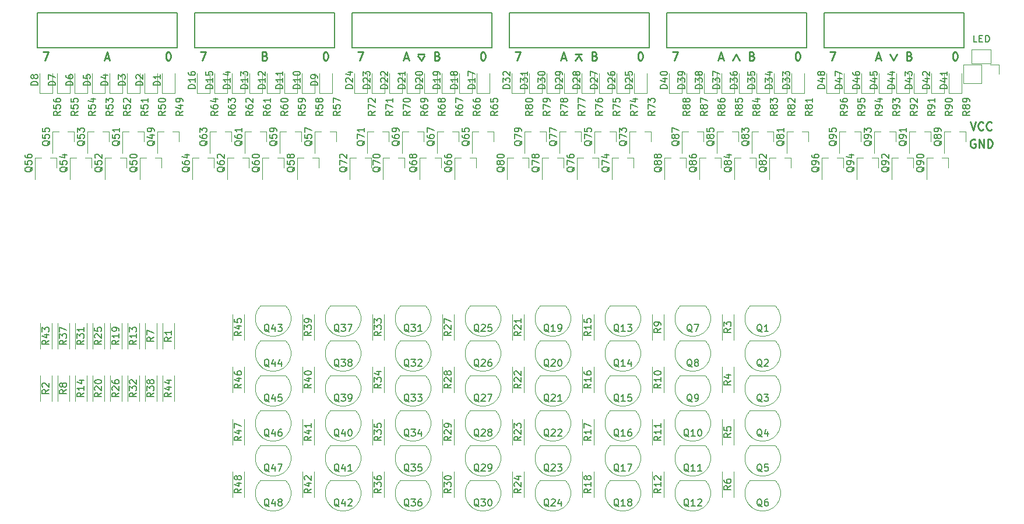
<source format=gto>
G04 #@! TF.GenerationSoftware,KiCad,Pcbnew,(5.0.0-rc2-200-g1f6f76beb)*
G04 #@! TF.CreationDate,2018-07-19T02:54:02+02:00*
G04 #@! TF.ProjectId,8-bit-bitwise-logic,382D6269742D626974776973652D6C6F,rev?*
G04 #@! TF.SameCoordinates,Original*
G04 #@! TF.FileFunction,Legend,Top*
G04 #@! TF.FilePolarity,Positive*
%FSLAX46Y46*%
G04 Gerber Fmt 4.6, Leading zero omitted, Abs format (unit mm)*
G04 Created by KiCad (PCBNEW (5.0.0-rc2-200-g1f6f76beb)) date Thu Jul 19 02:54:02 2018*
%MOMM*%
%LPD*%
G01*
G04 APERTURE LIST*
%ADD10C,0.250000*%
%ADD11C,0.200000*%
%ADD12C,0.120000*%
%ADD13C,0.150000*%
G04 APERTURE END LIST*
D10*
X216255714Y-60360000D02*
X216141428Y-60302857D01*
X215970000Y-60302857D01*
X215798571Y-60360000D01*
X215684285Y-60474285D01*
X215627142Y-60588571D01*
X215570000Y-60817142D01*
X215570000Y-60988571D01*
X215627142Y-61217142D01*
X215684285Y-61331428D01*
X215798571Y-61445714D01*
X215970000Y-61502857D01*
X216084285Y-61502857D01*
X216255714Y-61445714D01*
X216312857Y-61388571D01*
X216312857Y-60988571D01*
X216084285Y-60988571D01*
X216827142Y-61502857D02*
X216827142Y-60302857D01*
X217512857Y-61502857D01*
X217512857Y-60302857D01*
X218084285Y-61502857D02*
X218084285Y-60302857D01*
X218370000Y-60302857D01*
X218541428Y-60360000D01*
X218655714Y-60474285D01*
X218712857Y-60588571D01*
X218770000Y-60817142D01*
X218770000Y-60988571D01*
X218712857Y-61217142D01*
X218655714Y-61331428D01*
X218541428Y-61445714D01*
X218370000Y-61502857D01*
X218084285Y-61502857D01*
X215570000Y-57762857D02*
X215970000Y-58962857D01*
X216370000Y-57762857D01*
X217455714Y-58848571D02*
X217398571Y-58905714D01*
X217227142Y-58962857D01*
X217112857Y-58962857D01*
X216941428Y-58905714D01*
X216827142Y-58791428D01*
X216770000Y-58677142D01*
X216712857Y-58448571D01*
X216712857Y-58277142D01*
X216770000Y-58048571D01*
X216827142Y-57934285D01*
X216941428Y-57820000D01*
X217112857Y-57762857D01*
X217227142Y-57762857D01*
X217398571Y-57820000D01*
X217455714Y-57877142D01*
X218655714Y-58848571D02*
X218598571Y-58905714D01*
X218427142Y-58962857D01*
X218312857Y-58962857D01*
X218141428Y-58905714D01*
X218027142Y-58791428D01*
X217970000Y-58677142D01*
X217912857Y-58448571D01*
X217912857Y-58277142D01*
X217970000Y-58048571D01*
X218027142Y-57934285D01*
X218141428Y-57820000D01*
X218312857Y-57762857D01*
X218427142Y-57762857D01*
X218598571Y-57820000D01*
X218655714Y-57877142D01*
D11*
X216527142Y-46172380D02*
X216050952Y-46172380D01*
X216050952Y-45172380D01*
X216860476Y-45648571D02*
X217193809Y-45648571D01*
X217336666Y-46172380D02*
X216860476Y-46172380D01*
X216860476Y-45172380D01*
X217336666Y-45172380D01*
X217765238Y-46172380D02*
X217765238Y-45172380D01*
X218003333Y-45172380D01*
X218146190Y-45220000D01*
X218241428Y-45315238D01*
X218289047Y-45410476D01*
X218336666Y-45600952D01*
X218336666Y-45743809D01*
X218289047Y-45934285D01*
X218241428Y-46029523D01*
X218146190Y-46124761D01*
X218003333Y-46172380D01*
X217765238Y-46172380D01*
D10*
X201927142Y-48460000D02*
X202498571Y-48460000D01*
X201812857Y-48802857D02*
X202212857Y-47602857D01*
X202612857Y-48802857D01*
X203870000Y-47888571D02*
X204384285Y-48802857D01*
X204898571Y-47888571D01*
X206727142Y-48174285D02*
X206898571Y-48231428D01*
X206955714Y-48288571D01*
X207012857Y-48402857D01*
X207012857Y-48574285D01*
X206955714Y-48688571D01*
X206898571Y-48745714D01*
X206784285Y-48802857D01*
X206327142Y-48802857D01*
X206327142Y-47602857D01*
X206727142Y-47602857D01*
X206841428Y-47660000D01*
X206898571Y-47717142D01*
X206955714Y-47831428D01*
X206955714Y-47945714D01*
X206898571Y-48060000D01*
X206841428Y-48117142D01*
X206727142Y-48174285D01*
X206327142Y-48174285D01*
X179067142Y-48460000D02*
X179638571Y-48460000D01*
X178952857Y-48802857D02*
X179352857Y-47602857D01*
X179752857Y-48802857D01*
X182038571Y-48802857D02*
X181524285Y-47888571D01*
X181010000Y-48802857D01*
X183867142Y-48174285D02*
X184038571Y-48231428D01*
X184095714Y-48288571D01*
X184152857Y-48402857D01*
X184152857Y-48574285D01*
X184095714Y-48688571D01*
X184038571Y-48745714D01*
X183924285Y-48802857D01*
X183467142Y-48802857D01*
X183467142Y-47602857D01*
X183867142Y-47602857D01*
X183981428Y-47660000D01*
X184038571Y-47717142D01*
X184095714Y-47831428D01*
X184095714Y-47945714D01*
X184038571Y-48060000D01*
X183981428Y-48117142D01*
X183867142Y-48174285D01*
X183467142Y-48174285D01*
X156207142Y-48460000D02*
X156778571Y-48460000D01*
X156092857Y-48802857D02*
X156492857Y-47602857D01*
X156892857Y-48802857D01*
X159121428Y-47888571D02*
X158207142Y-47888571D01*
X158207142Y-48802857D02*
X158664285Y-48174285D01*
X159121428Y-48802857D01*
X161007142Y-48174285D02*
X161178571Y-48231428D01*
X161235714Y-48288571D01*
X161292857Y-48402857D01*
X161292857Y-48574285D01*
X161235714Y-48688571D01*
X161178571Y-48745714D01*
X161064285Y-48802857D01*
X160607142Y-48802857D01*
X160607142Y-47602857D01*
X161007142Y-47602857D01*
X161121428Y-47660000D01*
X161178571Y-47717142D01*
X161235714Y-47831428D01*
X161235714Y-47945714D01*
X161178571Y-48060000D01*
X161121428Y-48117142D01*
X161007142Y-48174285D01*
X160607142Y-48174285D01*
X133347142Y-48460000D02*
X133918571Y-48460000D01*
X133232857Y-48802857D02*
X133632857Y-47602857D01*
X134032857Y-48802857D01*
X135347142Y-47888571D02*
X136261428Y-47888571D01*
X136261428Y-48174285D02*
X135804285Y-48802857D01*
X135347142Y-48174285D01*
X138147142Y-48174285D02*
X138318571Y-48231428D01*
X138375714Y-48288571D01*
X138432857Y-48402857D01*
X138432857Y-48574285D01*
X138375714Y-48688571D01*
X138318571Y-48745714D01*
X138204285Y-48802857D01*
X137747142Y-48802857D01*
X137747142Y-47602857D01*
X138147142Y-47602857D01*
X138261428Y-47660000D01*
X138318571Y-47717142D01*
X138375714Y-47831428D01*
X138375714Y-47945714D01*
X138318571Y-48060000D01*
X138261428Y-48117142D01*
X138147142Y-48174285D01*
X137747142Y-48174285D01*
X113115714Y-48174285D02*
X113287142Y-48231428D01*
X113344285Y-48288571D01*
X113401428Y-48402857D01*
X113401428Y-48574285D01*
X113344285Y-48688571D01*
X113287142Y-48745714D01*
X113172857Y-48802857D01*
X112715714Y-48802857D01*
X112715714Y-47602857D01*
X113115714Y-47602857D01*
X113230000Y-47660000D01*
X113287142Y-47717142D01*
X113344285Y-47831428D01*
X113344285Y-47945714D01*
X113287142Y-48060000D01*
X113230000Y-48117142D01*
X113115714Y-48174285D01*
X112715714Y-48174285D01*
X89884285Y-48460000D02*
X90455714Y-48460000D01*
X89770000Y-48802857D02*
X90170000Y-47602857D01*
X90570000Y-48802857D01*
D12*
G04 #@! TO.C,Q20*
X156740000Y-89590000D02*
X153140000Y-89590000D01*
X156778478Y-89601522D02*
G75*
G02X154940000Y-94040000I-1838478J-1838478D01*
G01*
X153101522Y-89601522D02*
G75*
G03X154940000Y-94040000I1838478J-1838478D01*
G01*
G04 #@! TO.C,Q7*
X177060000Y-84510000D02*
X173460000Y-84510000D01*
X177098478Y-84521522D02*
G75*
G02X175260000Y-88960000I-1838478J-1838478D01*
G01*
X173421522Y-84521522D02*
G75*
G03X175260000Y-88960000I1838478J-1838478D01*
G01*
G04 #@! TO.C,Q1*
X187220000Y-84510000D02*
X183620000Y-84510000D01*
X187258478Y-84521522D02*
G75*
G02X185420000Y-88960000I-1838478J-1838478D01*
G01*
X183581522Y-84521522D02*
G75*
G03X185420000Y-88960000I1838478J-1838478D01*
G01*
G04 #@! TO.C,Q2*
X187220000Y-89590000D02*
X183620000Y-89590000D01*
X187258478Y-89601522D02*
G75*
G02X185420000Y-94040000I-1838478J-1838478D01*
G01*
X183581522Y-89601522D02*
G75*
G03X185420000Y-94040000I1838478J-1838478D01*
G01*
G04 #@! TO.C,Q3*
X187220000Y-94670000D02*
X183620000Y-94670000D01*
X187258478Y-94681522D02*
G75*
G02X185420000Y-99120000I-1838478J-1838478D01*
G01*
X183581522Y-94681522D02*
G75*
G03X185420000Y-99120000I1838478J-1838478D01*
G01*
G04 #@! TO.C,Q4*
X187220000Y-99750000D02*
X183620000Y-99750000D01*
X187258478Y-99761522D02*
G75*
G02X185420000Y-104200000I-1838478J-1838478D01*
G01*
X183581522Y-99761522D02*
G75*
G03X185420000Y-104200000I1838478J-1838478D01*
G01*
G04 #@! TO.C,Q5*
X187220000Y-104830000D02*
X183620000Y-104830000D01*
X187258478Y-104841522D02*
G75*
G02X185420000Y-109280000I-1838478J-1838478D01*
G01*
X183581522Y-104841522D02*
G75*
G03X185420000Y-109280000I1838478J-1838478D01*
G01*
G04 #@! TO.C,Q6*
X187220000Y-109910000D02*
X183620000Y-109910000D01*
X187258478Y-109921522D02*
G75*
G02X185420000Y-114360000I-1838478J-1838478D01*
G01*
X183581522Y-109921522D02*
G75*
G03X185420000Y-114360000I1838478J-1838478D01*
G01*
G04 #@! TO.C,Q8*
X177060000Y-89590000D02*
X173460000Y-89590000D01*
X177098478Y-89601522D02*
G75*
G02X175260000Y-94040000I-1838478J-1838478D01*
G01*
X173421522Y-89601522D02*
G75*
G03X175260000Y-94040000I1838478J-1838478D01*
G01*
G04 #@! TO.C,Q9*
X177060000Y-94670000D02*
X173460000Y-94670000D01*
X177098478Y-94681522D02*
G75*
G02X175260000Y-99120000I-1838478J-1838478D01*
G01*
X173421522Y-94681522D02*
G75*
G03X175260000Y-99120000I1838478J-1838478D01*
G01*
G04 #@! TO.C,Q10*
X177060000Y-99750000D02*
X173460000Y-99750000D01*
X177098478Y-99761522D02*
G75*
G02X175260000Y-104200000I-1838478J-1838478D01*
G01*
X173421522Y-99761522D02*
G75*
G03X175260000Y-104200000I1838478J-1838478D01*
G01*
G04 #@! TO.C,Q11*
X177060000Y-104830000D02*
X173460000Y-104830000D01*
X177098478Y-104841522D02*
G75*
G02X175260000Y-109280000I-1838478J-1838478D01*
G01*
X173421522Y-104841522D02*
G75*
G03X175260000Y-109280000I1838478J-1838478D01*
G01*
G04 #@! TO.C,Q12*
X177060000Y-109910000D02*
X173460000Y-109910000D01*
X177098478Y-109921522D02*
G75*
G02X175260000Y-114360000I-1838478J-1838478D01*
G01*
X173421522Y-109921522D02*
G75*
G03X175260000Y-114360000I1838478J-1838478D01*
G01*
G04 #@! TO.C,Q13*
X166900000Y-84510000D02*
X163300000Y-84510000D01*
X166938478Y-84521522D02*
G75*
G02X165100000Y-88960000I-1838478J-1838478D01*
G01*
X163261522Y-84521522D02*
G75*
G03X165100000Y-88960000I1838478J-1838478D01*
G01*
G04 #@! TO.C,Q14*
X166900000Y-89590000D02*
X163300000Y-89590000D01*
X166938478Y-89601522D02*
G75*
G02X165100000Y-94040000I-1838478J-1838478D01*
G01*
X163261522Y-89601522D02*
G75*
G03X165100000Y-94040000I1838478J-1838478D01*
G01*
G04 #@! TO.C,Q15*
X166900000Y-94670000D02*
X163300000Y-94670000D01*
X166938478Y-94681522D02*
G75*
G02X165100000Y-99120000I-1838478J-1838478D01*
G01*
X163261522Y-94681522D02*
G75*
G03X165100000Y-99120000I1838478J-1838478D01*
G01*
G04 #@! TO.C,Q16*
X166900000Y-99750000D02*
X163300000Y-99750000D01*
X166938478Y-99761522D02*
G75*
G02X165100000Y-104200000I-1838478J-1838478D01*
G01*
X163261522Y-99761522D02*
G75*
G03X165100000Y-104200000I1838478J-1838478D01*
G01*
G04 #@! TO.C,Q17*
X166900000Y-104830000D02*
X163300000Y-104830000D01*
X166938478Y-104841522D02*
G75*
G02X165100000Y-109280000I-1838478J-1838478D01*
G01*
X163261522Y-104841522D02*
G75*
G03X165100000Y-109280000I1838478J-1838478D01*
G01*
G04 #@! TO.C,Q18*
X166900000Y-109910000D02*
X163300000Y-109910000D01*
X166938478Y-109921522D02*
G75*
G02X165100000Y-114360000I-1838478J-1838478D01*
G01*
X163261522Y-109921522D02*
G75*
G03X165100000Y-114360000I1838478J-1838478D01*
G01*
G04 #@! TO.C,Q19*
X156740000Y-84510000D02*
X153140000Y-84510000D01*
X156778478Y-84521522D02*
G75*
G02X154940000Y-88960000I-1838478J-1838478D01*
G01*
X153101522Y-84521522D02*
G75*
G03X154940000Y-88960000I1838478J-1838478D01*
G01*
G04 #@! TO.C,Q21*
X156740000Y-94670000D02*
X153140000Y-94670000D01*
X156778478Y-94681522D02*
G75*
G02X154940000Y-99120000I-1838478J-1838478D01*
G01*
X153101522Y-94681522D02*
G75*
G03X154940000Y-99120000I1838478J-1838478D01*
G01*
G04 #@! TO.C,Q22*
X156740000Y-99750000D02*
X153140000Y-99750000D01*
X156778478Y-99761522D02*
G75*
G02X154940000Y-104200000I-1838478J-1838478D01*
G01*
X153101522Y-99761522D02*
G75*
G03X154940000Y-104200000I1838478J-1838478D01*
G01*
G04 #@! TO.C,Q23*
X156740000Y-104830000D02*
X153140000Y-104830000D01*
X156778478Y-104841522D02*
G75*
G02X154940000Y-109280000I-1838478J-1838478D01*
G01*
X153101522Y-104841522D02*
G75*
G03X154940000Y-109280000I1838478J-1838478D01*
G01*
G04 #@! TO.C,Q24*
X156740000Y-109910000D02*
X153140000Y-109910000D01*
X156778478Y-109921522D02*
G75*
G02X154940000Y-114360000I-1838478J-1838478D01*
G01*
X153101522Y-109921522D02*
G75*
G03X154940000Y-114360000I1838478J-1838478D01*
G01*
G04 #@! TO.C,Q25*
X146580000Y-84510000D02*
X142980000Y-84510000D01*
X146618478Y-84521522D02*
G75*
G02X144780000Y-88960000I-1838478J-1838478D01*
G01*
X142941522Y-84521522D02*
G75*
G03X144780000Y-88960000I1838478J-1838478D01*
G01*
G04 #@! TO.C,Q26*
X146580000Y-89590000D02*
X142980000Y-89590000D01*
X146618478Y-89601522D02*
G75*
G02X144780000Y-94040000I-1838478J-1838478D01*
G01*
X142941522Y-89601522D02*
G75*
G03X144780000Y-94040000I1838478J-1838478D01*
G01*
G04 #@! TO.C,Q27*
X146580000Y-94670000D02*
X142980000Y-94670000D01*
X146618478Y-94681522D02*
G75*
G02X144780000Y-99120000I-1838478J-1838478D01*
G01*
X142941522Y-94681522D02*
G75*
G03X144780000Y-99120000I1838478J-1838478D01*
G01*
G04 #@! TO.C,Q28*
X146580000Y-99750000D02*
X142980000Y-99750000D01*
X146618478Y-99761522D02*
G75*
G02X144780000Y-104200000I-1838478J-1838478D01*
G01*
X142941522Y-99761522D02*
G75*
G03X144780000Y-104200000I1838478J-1838478D01*
G01*
G04 #@! TO.C,Q29*
X146580000Y-104830000D02*
X142980000Y-104830000D01*
X146618478Y-104841522D02*
G75*
G02X144780000Y-109280000I-1838478J-1838478D01*
G01*
X142941522Y-104841522D02*
G75*
G03X144780000Y-109280000I1838478J-1838478D01*
G01*
G04 #@! TO.C,Q30*
X146580000Y-109910000D02*
X142980000Y-109910000D01*
X146618478Y-109921522D02*
G75*
G02X144780000Y-114360000I-1838478J-1838478D01*
G01*
X142941522Y-109921522D02*
G75*
G03X144780000Y-114360000I1838478J-1838478D01*
G01*
G04 #@! TO.C,Q31*
X136420000Y-84510000D02*
X132820000Y-84510000D01*
X136458478Y-84521522D02*
G75*
G02X134620000Y-88960000I-1838478J-1838478D01*
G01*
X132781522Y-84521522D02*
G75*
G03X134620000Y-88960000I1838478J-1838478D01*
G01*
G04 #@! TO.C,Q32*
X136420000Y-89590000D02*
X132820000Y-89590000D01*
X136458478Y-89601522D02*
G75*
G02X134620000Y-94040000I-1838478J-1838478D01*
G01*
X132781522Y-89601522D02*
G75*
G03X134620000Y-94040000I1838478J-1838478D01*
G01*
G04 #@! TO.C,Q33*
X136420000Y-94670000D02*
X132820000Y-94670000D01*
X136458478Y-94681522D02*
G75*
G02X134620000Y-99120000I-1838478J-1838478D01*
G01*
X132781522Y-94681522D02*
G75*
G03X134620000Y-99120000I1838478J-1838478D01*
G01*
G04 #@! TO.C,Q34*
X136420000Y-99750000D02*
X132820000Y-99750000D01*
X136458478Y-99761522D02*
G75*
G02X134620000Y-104200000I-1838478J-1838478D01*
G01*
X132781522Y-99761522D02*
G75*
G03X134620000Y-104200000I1838478J-1838478D01*
G01*
G04 #@! TO.C,Q35*
X136420000Y-104830000D02*
X132820000Y-104830000D01*
X136458478Y-104841522D02*
G75*
G02X134620000Y-109280000I-1838478J-1838478D01*
G01*
X132781522Y-104841522D02*
G75*
G03X134620000Y-109280000I1838478J-1838478D01*
G01*
G04 #@! TO.C,Q36*
X136420000Y-109910000D02*
X132820000Y-109910000D01*
X136458478Y-109921522D02*
G75*
G02X134620000Y-114360000I-1838478J-1838478D01*
G01*
X132781522Y-109921522D02*
G75*
G03X134620000Y-114360000I1838478J-1838478D01*
G01*
G04 #@! TO.C,Q37*
X126260000Y-84510000D02*
X122660000Y-84510000D01*
X126298478Y-84521522D02*
G75*
G02X124460000Y-88960000I-1838478J-1838478D01*
G01*
X122621522Y-84521522D02*
G75*
G03X124460000Y-88960000I1838478J-1838478D01*
G01*
G04 #@! TO.C,Q38*
X126260000Y-89590000D02*
X122660000Y-89590000D01*
X126298478Y-89601522D02*
G75*
G02X124460000Y-94040000I-1838478J-1838478D01*
G01*
X122621522Y-89601522D02*
G75*
G03X124460000Y-94040000I1838478J-1838478D01*
G01*
G04 #@! TO.C,Q39*
X126260000Y-94670000D02*
X122660000Y-94670000D01*
X126298478Y-94681522D02*
G75*
G02X124460000Y-99120000I-1838478J-1838478D01*
G01*
X122621522Y-94681522D02*
G75*
G03X124460000Y-99120000I1838478J-1838478D01*
G01*
G04 #@! TO.C,Q40*
X126260000Y-99750000D02*
X122660000Y-99750000D01*
X126298478Y-99761522D02*
G75*
G02X124460000Y-104200000I-1838478J-1838478D01*
G01*
X122621522Y-99761522D02*
G75*
G03X124460000Y-104200000I1838478J-1838478D01*
G01*
G04 #@! TO.C,Q41*
X126260000Y-104830000D02*
X122660000Y-104830000D01*
X126298478Y-104841522D02*
G75*
G02X124460000Y-109280000I-1838478J-1838478D01*
G01*
X122621522Y-104841522D02*
G75*
G03X124460000Y-109280000I1838478J-1838478D01*
G01*
G04 #@! TO.C,Q42*
X126260000Y-109910000D02*
X122660000Y-109910000D01*
X126298478Y-109921522D02*
G75*
G02X124460000Y-114360000I-1838478J-1838478D01*
G01*
X122621522Y-109921522D02*
G75*
G03X124460000Y-114360000I1838478J-1838478D01*
G01*
G04 #@! TO.C,Q43*
X116100000Y-84510000D02*
X112500000Y-84510000D01*
X116138478Y-84521522D02*
G75*
G02X114300000Y-88960000I-1838478J-1838478D01*
G01*
X112461522Y-84521522D02*
G75*
G03X114300000Y-88960000I1838478J-1838478D01*
G01*
G04 #@! TO.C,Q44*
X116100000Y-89590000D02*
X112500000Y-89590000D01*
X116138478Y-89601522D02*
G75*
G02X114300000Y-94040000I-1838478J-1838478D01*
G01*
X112461522Y-89601522D02*
G75*
G03X114300000Y-94040000I1838478J-1838478D01*
G01*
G04 #@! TO.C,Q45*
X116100000Y-94670000D02*
X112500000Y-94670000D01*
X116138478Y-94681522D02*
G75*
G02X114300000Y-99120000I-1838478J-1838478D01*
G01*
X112461522Y-94681522D02*
G75*
G03X114300000Y-99120000I1838478J-1838478D01*
G01*
G04 #@! TO.C,Q46*
X116100000Y-99750000D02*
X112500000Y-99750000D01*
X116138478Y-99761522D02*
G75*
G02X114300000Y-104200000I-1838478J-1838478D01*
G01*
X112461522Y-99761522D02*
G75*
G03X114300000Y-104200000I1838478J-1838478D01*
G01*
G04 #@! TO.C,Q47*
X116100000Y-104830000D02*
X112500000Y-104830000D01*
X116138478Y-104841522D02*
G75*
G02X114300000Y-109280000I-1838478J-1838478D01*
G01*
X112461522Y-104841522D02*
G75*
G03X114300000Y-109280000I1838478J-1838478D01*
G01*
G04 #@! TO.C,Q48*
X116100000Y-109910000D02*
X112500000Y-109910000D01*
X116138478Y-109921522D02*
G75*
G02X114300000Y-114360000I-1838478J-1838478D01*
G01*
X112461522Y-109921522D02*
G75*
G03X114300000Y-114360000I1838478J-1838478D01*
G01*
G04 #@! TO.C,R1*
X98200000Y-90760000D02*
X98200000Y-87040000D01*
X99920000Y-90760000D02*
X99920000Y-87040000D01*
G04 #@! TO.C,R2*
X80420000Y-98380000D02*
X80420000Y-94660000D01*
X82140000Y-98380000D02*
X82140000Y-94660000D01*
G04 #@! TO.C,R3*
X179480000Y-89490000D02*
X179480000Y-85770000D01*
X181200000Y-89490000D02*
X181200000Y-85770000D01*
G04 #@! TO.C,R4*
X181200000Y-93390000D02*
X181200000Y-97110000D01*
X179480000Y-93390000D02*
X179480000Y-97110000D01*
G04 #@! TO.C,R5*
X179480000Y-104730000D02*
X179480000Y-101010000D01*
X181200000Y-104730000D02*
X181200000Y-101010000D01*
G04 #@! TO.C,R6*
X181200000Y-108630000D02*
X181200000Y-112350000D01*
X179480000Y-108630000D02*
X179480000Y-112350000D01*
G04 #@! TO.C,R7*
X95660000Y-90760000D02*
X95660000Y-87040000D01*
X97380000Y-90760000D02*
X97380000Y-87040000D01*
G04 #@! TO.C,R8*
X82960000Y-98380000D02*
X82960000Y-94660000D01*
X84680000Y-98380000D02*
X84680000Y-94660000D01*
G04 #@! TO.C,R9*
X169320000Y-89490000D02*
X169320000Y-85770000D01*
X171040000Y-89490000D02*
X171040000Y-85770000D01*
G04 #@! TO.C,R10*
X171040000Y-93390000D02*
X171040000Y-97110000D01*
X169320000Y-93390000D02*
X169320000Y-97110000D01*
G04 #@! TO.C,R11*
X169320000Y-104730000D02*
X169320000Y-101010000D01*
X171040000Y-104730000D02*
X171040000Y-101010000D01*
G04 #@! TO.C,R12*
X171040000Y-108630000D02*
X171040000Y-112350000D01*
X169320000Y-108630000D02*
X169320000Y-112350000D01*
G04 #@! TO.C,R13*
X93120000Y-90760000D02*
X93120000Y-87040000D01*
X94840000Y-90760000D02*
X94840000Y-87040000D01*
G04 #@! TO.C,R14*
X85500000Y-98380000D02*
X85500000Y-94660000D01*
X87220000Y-98380000D02*
X87220000Y-94660000D01*
G04 #@! TO.C,R15*
X159160000Y-89490000D02*
X159160000Y-85770000D01*
X160880000Y-89490000D02*
X160880000Y-85770000D01*
G04 #@! TO.C,R16*
X160880000Y-93390000D02*
X160880000Y-97110000D01*
X159160000Y-93390000D02*
X159160000Y-97110000D01*
G04 #@! TO.C,R17*
X159160000Y-104730000D02*
X159160000Y-101010000D01*
X160880000Y-104730000D02*
X160880000Y-101010000D01*
G04 #@! TO.C,R18*
X160880000Y-108630000D02*
X160880000Y-112350000D01*
X159160000Y-108630000D02*
X159160000Y-112350000D01*
G04 #@! TO.C,R19*
X90580000Y-90760000D02*
X90580000Y-87040000D01*
X92300000Y-90760000D02*
X92300000Y-87040000D01*
G04 #@! TO.C,R20*
X88040000Y-98380000D02*
X88040000Y-94660000D01*
X89760000Y-98380000D02*
X89760000Y-94660000D01*
G04 #@! TO.C,R21*
X149000000Y-89490000D02*
X149000000Y-85770000D01*
X150720000Y-89490000D02*
X150720000Y-85770000D01*
G04 #@! TO.C,R22*
X150720000Y-93390000D02*
X150720000Y-97110000D01*
X149000000Y-93390000D02*
X149000000Y-97110000D01*
G04 #@! TO.C,R23*
X149000000Y-104730000D02*
X149000000Y-101010000D01*
X150720000Y-104730000D02*
X150720000Y-101010000D01*
G04 #@! TO.C,R24*
X150720000Y-108630000D02*
X150720000Y-112350000D01*
X149000000Y-108630000D02*
X149000000Y-112350000D01*
G04 #@! TO.C,R25*
X88040000Y-90760000D02*
X88040000Y-87040000D01*
X89760000Y-90760000D02*
X89760000Y-87040000D01*
G04 #@! TO.C,R26*
X90580000Y-98380000D02*
X90580000Y-94660000D01*
X92300000Y-98380000D02*
X92300000Y-94660000D01*
G04 #@! TO.C,R27*
X138840000Y-89490000D02*
X138840000Y-85770000D01*
X140560000Y-89490000D02*
X140560000Y-85770000D01*
G04 #@! TO.C,R28*
X140560000Y-93390000D02*
X140560000Y-97110000D01*
X138840000Y-93390000D02*
X138840000Y-97110000D01*
G04 #@! TO.C,R29*
X138840000Y-104730000D02*
X138840000Y-101010000D01*
X140560000Y-104730000D02*
X140560000Y-101010000D01*
G04 #@! TO.C,R30*
X140560000Y-108630000D02*
X140560000Y-112350000D01*
X138840000Y-108630000D02*
X138840000Y-112350000D01*
G04 #@! TO.C,R31*
X85500000Y-90760000D02*
X85500000Y-87040000D01*
X87220000Y-90760000D02*
X87220000Y-87040000D01*
G04 #@! TO.C,R32*
X93120000Y-98380000D02*
X93120000Y-94660000D01*
X94840000Y-98380000D02*
X94840000Y-94660000D01*
G04 #@! TO.C,R33*
X128680000Y-89490000D02*
X128680000Y-85770000D01*
X130400000Y-89490000D02*
X130400000Y-85770000D01*
G04 #@! TO.C,R34*
X130400000Y-93390000D02*
X130400000Y-97110000D01*
X128680000Y-93390000D02*
X128680000Y-97110000D01*
G04 #@! TO.C,R35*
X128680000Y-104730000D02*
X128680000Y-101010000D01*
X130400000Y-104730000D02*
X130400000Y-101010000D01*
G04 #@! TO.C,R36*
X130400000Y-108630000D02*
X130400000Y-112350000D01*
X128680000Y-108630000D02*
X128680000Y-112350000D01*
G04 #@! TO.C,R37*
X82960000Y-90760000D02*
X82960000Y-87040000D01*
X84680000Y-90760000D02*
X84680000Y-87040000D01*
G04 #@! TO.C,R38*
X95660000Y-98380000D02*
X95660000Y-94660000D01*
X97380000Y-98380000D02*
X97380000Y-94660000D01*
G04 #@! TO.C,R39*
X118520000Y-89490000D02*
X118520000Y-85770000D01*
X120240000Y-89490000D02*
X120240000Y-85770000D01*
G04 #@! TO.C,R40*
X120240000Y-93390000D02*
X120240000Y-97110000D01*
X118520000Y-93390000D02*
X118520000Y-97110000D01*
G04 #@! TO.C,R41*
X118520000Y-104730000D02*
X118520000Y-101010000D01*
X120240000Y-104730000D02*
X120240000Y-101010000D01*
G04 #@! TO.C,R42*
X120240000Y-108630000D02*
X120240000Y-112350000D01*
X118520000Y-108630000D02*
X118520000Y-112350000D01*
G04 #@! TO.C,R43*
X80420000Y-90760000D02*
X80420000Y-87040000D01*
X82140000Y-90760000D02*
X82140000Y-87040000D01*
G04 #@! TO.C,R44*
X98200000Y-98380000D02*
X98200000Y-94660000D01*
X99920000Y-98380000D02*
X99920000Y-94660000D01*
G04 #@! TO.C,R45*
X108360000Y-89490000D02*
X108360000Y-85770000D01*
X110080000Y-89490000D02*
X110080000Y-85770000D01*
G04 #@! TO.C,R46*
X110080000Y-93390000D02*
X110080000Y-97110000D01*
X108360000Y-93390000D02*
X108360000Y-97110000D01*
G04 #@! TO.C,R47*
X108360000Y-104730000D02*
X108360000Y-101010000D01*
X110080000Y-104730000D02*
X110080000Y-101010000D01*
G04 #@! TO.C,R48*
X110080000Y-108630000D02*
X110080000Y-112350000D01*
X108360000Y-108630000D02*
X108360000Y-112350000D01*
G04 #@! TO.C,D1*
X99980000Y-53580000D02*
X99980000Y-50680000D01*
X98140000Y-53580000D02*
X99980000Y-53580000D01*
X98140000Y-50680000D02*
X98140000Y-53580000D01*
G04 #@! TO.C,D2*
X95600000Y-50680000D02*
X95600000Y-53580000D01*
X95600000Y-53580000D02*
X97440000Y-53580000D01*
X97440000Y-53580000D02*
X97440000Y-50680000D01*
G04 #@! TO.C,D3*
X94900000Y-53580000D02*
X94900000Y-50680000D01*
X93060000Y-53580000D02*
X94900000Y-53580000D01*
X93060000Y-50680000D02*
X93060000Y-53580000D01*
G04 #@! TO.C,D4*
X92360000Y-53580000D02*
X92360000Y-50680000D01*
X90520000Y-53580000D02*
X92360000Y-53580000D01*
X90520000Y-50680000D02*
X90520000Y-53580000D01*
G04 #@! TO.C,D5*
X87980000Y-50680000D02*
X87980000Y-53580000D01*
X87980000Y-53580000D02*
X89820000Y-53580000D01*
X89820000Y-53580000D02*
X89820000Y-50680000D01*
G04 #@! TO.C,D6*
X85440000Y-50680000D02*
X85440000Y-53580000D01*
X85440000Y-53580000D02*
X87280000Y-53580000D01*
X87280000Y-53580000D02*
X87280000Y-50680000D01*
G04 #@! TO.C,D7*
X84740000Y-53580000D02*
X84740000Y-50680000D01*
X82900000Y-53580000D02*
X84740000Y-53580000D01*
X82900000Y-50680000D02*
X82900000Y-53580000D01*
G04 #@! TO.C,D8*
X80360000Y-50680000D02*
X80360000Y-53580000D01*
X80360000Y-53580000D02*
X82200000Y-53580000D01*
X82200000Y-53580000D02*
X82200000Y-50680000D01*
G04 #@! TO.C,D9*
X122840000Y-53580000D02*
X122840000Y-50680000D01*
X121000000Y-53580000D02*
X122840000Y-53580000D01*
X121000000Y-50680000D02*
X121000000Y-53580000D01*
G04 #@! TO.C,D10*
X120300000Y-53580000D02*
X120300000Y-50680000D01*
X118460000Y-53580000D02*
X120300000Y-53580000D01*
X118460000Y-50680000D02*
X118460000Y-53580000D01*
G04 #@! TO.C,D11*
X115920000Y-50680000D02*
X115920000Y-53580000D01*
X115920000Y-53580000D02*
X117760000Y-53580000D01*
X117760000Y-53580000D02*
X117760000Y-50680000D01*
G04 #@! TO.C,D12*
X113380000Y-50680000D02*
X113380000Y-53580000D01*
X113380000Y-53580000D02*
X115220000Y-53580000D01*
X115220000Y-53580000D02*
X115220000Y-50680000D01*
G04 #@! TO.C,D13*
X110840000Y-50680000D02*
X110840000Y-53580000D01*
X110840000Y-53580000D02*
X112680000Y-53580000D01*
X112680000Y-53580000D02*
X112680000Y-50680000D01*
G04 #@! TO.C,D14*
X110140000Y-53580000D02*
X110140000Y-50680000D01*
X108300000Y-53580000D02*
X110140000Y-53580000D01*
X108300000Y-50680000D02*
X108300000Y-53580000D01*
G04 #@! TO.C,D15*
X107600000Y-53580000D02*
X107600000Y-50680000D01*
X105760000Y-53580000D02*
X107600000Y-53580000D01*
X105760000Y-50680000D02*
X105760000Y-53580000D01*
G04 #@! TO.C,D16*
X105060000Y-53580000D02*
X105060000Y-50680000D01*
X103220000Y-53580000D02*
X105060000Y-53580000D01*
X103220000Y-50680000D02*
X103220000Y-53580000D01*
G04 #@! TO.C,D17*
X143860000Y-50680000D02*
X143860000Y-53580000D01*
X143860000Y-53580000D02*
X145700000Y-53580000D01*
X145700000Y-53580000D02*
X145700000Y-50680000D01*
G04 #@! TO.C,D18*
X141320000Y-50680000D02*
X141320000Y-53580000D01*
X141320000Y-53580000D02*
X143160000Y-53580000D01*
X143160000Y-53580000D02*
X143160000Y-50680000D01*
G04 #@! TO.C,D19*
X140620000Y-53580000D02*
X140620000Y-50680000D01*
X138780000Y-53580000D02*
X140620000Y-53580000D01*
X138780000Y-50680000D02*
X138780000Y-53580000D01*
G04 #@! TO.C,D20*
X138080000Y-53580000D02*
X138080000Y-50680000D01*
X136240000Y-53580000D02*
X138080000Y-53580000D01*
X136240000Y-50680000D02*
X136240000Y-53580000D01*
G04 #@! TO.C,D21*
X135540000Y-53580000D02*
X135540000Y-50680000D01*
X133700000Y-53580000D02*
X135540000Y-53580000D01*
X133700000Y-50680000D02*
X133700000Y-53580000D01*
G04 #@! TO.C,D22*
X133000000Y-53580000D02*
X133000000Y-50680000D01*
X131160000Y-53580000D02*
X133000000Y-53580000D01*
X131160000Y-50680000D02*
X131160000Y-53580000D01*
G04 #@! TO.C,D23*
X130460000Y-53580000D02*
X130460000Y-50680000D01*
X128620000Y-53580000D02*
X130460000Y-53580000D01*
X128620000Y-50680000D02*
X128620000Y-53580000D01*
G04 #@! TO.C,D24*
X126080000Y-50680000D02*
X126080000Y-53580000D01*
X126080000Y-53580000D02*
X127920000Y-53580000D01*
X127920000Y-53580000D02*
X127920000Y-50680000D01*
G04 #@! TO.C,D25*
X166720000Y-50680000D02*
X166720000Y-53580000D01*
X166720000Y-53580000D02*
X168560000Y-53580000D01*
X168560000Y-53580000D02*
X168560000Y-50680000D01*
G04 #@! TO.C,D26*
X164180000Y-50680000D02*
X164180000Y-53580000D01*
X164180000Y-53580000D02*
X166020000Y-53580000D01*
X166020000Y-53580000D02*
X166020000Y-50680000D01*
G04 #@! TO.C,D27*
X161640000Y-50680000D02*
X161640000Y-53580000D01*
X161640000Y-53580000D02*
X163480000Y-53580000D01*
X163480000Y-53580000D02*
X163480000Y-50680000D01*
G04 #@! TO.C,D28*
X160940000Y-53580000D02*
X160940000Y-50680000D01*
X159100000Y-53580000D02*
X160940000Y-53580000D01*
X159100000Y-50680000D02*
X159100000Y-53580000D01*
G04 #@! TO.C,D29*
X158400000Y-53580000D02*
X158400000Y-50680000D01*
X156560000Y-53580000D02*
X158400000Y-53580000D01*
X156560000Y-50680000D02*
X156560000Y-53580000D01*
G04 #@! TO.C,D30*
X155860000Y-53580000D02*
X155860000Y-50680000D01*
X154020000Y-53580000D02*
X155860000Y-53580000D01*
X154020000Y-50680000D02*
X154020000Y-53580000D01*
G04 #@! TO.C,D31*
X151480000Y-50680000D02*
X151480000Y-53580000D01*
X151480000Y-53580000D02*
X153320000Y-53580000D01*
X153320000Y-53580000D02*
X153320000Y-50680000D01*
G04 #@! TO.C,D32*
X150780000Y-53580000D02*
X150780000Y-50680000D01*
X148940000Y-53580000D02*
X150780000Y-53580000D01*
X148940000Y-50680000D02*
X148940000Y-53580000D01*
G04 #@! TO.C,D33*
X191420000Y-53580000D02*
X191420000Y-50680000D01*
X189580000Y-53580000D02*
X191420000Y-53580000D01*
X189580000Y-50680000D02*
X189580000Y-53580000D01*
G04 #@! TO.C,D34*
X187040000Y-50680000D02*
X187040000Y-53580000D01*
X187040000Y-53580000D02*
X188880000Y-53580000D01*
X188880000Y-53580000D02*
X188880000Y-50680000D01*
G04 #@! TO.C,D35*
X184500000Y-50680000D02*
X184500000Y-53580000D01*
X184500000Y-53580000D02*
X186340000Y-53580000D01*
X186340000Y-53580000D02*
X186340000Y-50680000D01*
G04 #@! TO.C,D36*
X181960000Y-50680000D02*
X181960000Y-53580000D01*
X181960000Y-53580000D02*
X183800000Y-53580000D01*
X183800000Y-53580000D02*
X183800000Y-50680000D01*
G04 #@! TO.C,D37*
X179420000Y-50680000D02*
X179420000Y-53580000D01*
X179420000Y-53580000D02*
X181260000Y-53580000D01*
X181260000Y-53580000D02*
X181260000Y-50680000D01*
G04 #@! TO.C,D38*
X176880000Y-50680000D02*
X176880000Y-53580000D01*
X176880000Y-53580000D02*
X178720000Y-53580000D01*
X178720000Y-53580000D02*
X178720000Y-50680000D01*
G04 #@! TO.C,D39*
X174340000Y-50680000D02*
X174340000Y-53580000D01*
X174340000Y-53580000D02*
X176180000Y-53580000D01*
X176180000Y-53580000D02*
X176180000Y-50680000D01*
G04 #@! TO.C,D40*
X173640000Y-53580000D02*
X173640000Y-50680000D01*
X171800000Y-53580000D02*
X173640000Y-53580000D01*
X171800000Y-50680000D02*
X171800000Y-53580000D01*
G04 #@! TO.C,D41*
X212440000Y-50680000D02*
X212440000Y-53580000D01*
X212440000Y-53580000D02*
X214280000Y-53580000D01*
X214280000Y-53580000D02*
X214280000Y-50680000D01*
G04 #@! TO.C,D42*
X211740000Y-53580000D02*
X211740000Y-50680000D01*
X209900000Y-53580000D02*
X211740000Y-53580000D01*
X209900000Y-50680000D02*
X209900000Y-53580000D01*
G04 #@! TO.C,D43*
X209200000Y-53580000D02*
X209200000Y-50680000D01*
X207360000Y-53580000D02*
X209200000Y-53580000D01*
X207360000Y-50680000D02*
X207360000Y-53580000D01*
G04 #@! TO.C,D44*
X204820000Y-50680000D02*
X204820000Y-53580000D01*
X204820000Y-53580000D02*
X206660000Y-53580000D01*
X206660000Y-53580000D02*
X206660000Y-50680000D01*
G04 #@! TO.C,D45*
X202280000Y-50680000D02*
X202280000Y-53580000D01*
X202280000Y-53580000D02*
X204120000Y-53580000D01*
X204120000Y-53580000D02*
X204120000Y-50680000D01*
G04 #@! TO.C,D46*
X199740000Y-50680000D02*
X199740000Y-53580000D01*
X199740000Y-53580000D02*
X201580000Y-53580000D01*
X201580000Y-53580000D02*
X201580000Y-50680000D01*
G04 #@! TO.C,D47*
X199040000Y-53580000D02*
X199040000Y-50680000D01*
X197200000Y-53580000D02*
X199040000Y-53580000D01*
X197200000Y-50680000D02*
X197200000Y-53580000D01*
G04 #@! TO.C,D48*
X196500000Y-53580000D02*
X196500000Y-50680000D01*
X194660000Y-53580000D02*
X196500000Y-53580000D01*
X194660000Y-50680000D02*
X194660000Y-53580000D01*
G04 #@! TO.C,JP1*
X214570000Y-49470000D02*
X214570000Y-52130000D01*
X217170000Y-49470000D02*
X214570000Y-49470000D01*
X217170000Y-52130000D02*
X214570000Y-52130000D01*
X217170000Y-49470000D02*
X217170000Y-52130000D01*
X218440000Y-49470000D02*
X219770000Y-49470000D01*
X219770000Y-49470000D02*
X219770000Y-50800000D01*
G04 #@! TO.C,JP2*
X218570000Y-47260000D02*
X218570000Y-49260000D01*
X215770000Y-47260000D02*
X218570000Y-47260000D01*
X215770000Y-49260000D02*
X215770000Y-47260000D01*
X218570000Y-49260000D02*
X215770000Y-49260000D01*
G04 #@! TO.C,Q49*
X100640000Y-59160000D02*
X99710000Y-59160000D01*
X97480000Y-59160000D02*
X98410000Y-59160000D01*
X97480000Y-59160000D02*
X97480000Y-62320000D01*
X100640000Y-59160000D02*
X100640000Y-60620000D01*
G04 #@! TO.C,Q50*
X98100000Y-62970000D02*
X97170000Y-62970000D01*
X94940000Y-62970000D02*
X95870000Y-62970000D01*
X94940000Y-62970000D02*
X94940000Y-66130000D01*
X98100000Y-62970000D02*
X98100000Y-64430000D01*
G04 #@! TO.C,Q51*
X95560000Y-59160000D02*
X94630000Y-59160000D01*
X92400000Y-59160000D02*
X93330000Y-59160000D01*
X92400000Y-59160000D02*
X92400000Y-62320000D01*
X95560000Y-59160000D02*
X95560000Y-60620000D01*
G04 #@! TO.C,Q52*
X93020000Y-62970000D02*
X92090000Y-62970000D01*
X89860000Y-62970000D02*
X90790000Y-62970000D01*
X89860000Y-62970000D02*
X89860000Y-66130000D01*
X93020000Y-62970000D02*
X93020000Y-64430000D01*
G04 #@! TO.C,Q53*
X90480000Y-59160000D02*
X89550000Y-59160000D01*
X87320000Y-59160000D02*
X88250000Y-59160000D01*
X87320000Y-59160000D02*
X87320000Y-62320000D01*
X90480000Y-59160000D02*
X90480000Y-60620000D01*
G04 #@! TO.C,Q54*
X87940000Y-62970000D02*
X87940000Y-64430000D01*
X84780000Y-62970000D02*
X84780000Y-66130000D01*
X84780000Y-62970000D02*
X85710000Y-62970000D01*
X87940000Y-62970000D02*
X87010000Y-62970000D01*
G04 #@! TO.C,Q55*
X85400000Y-59160000D02*
X84470000Y-59160000D01*
X82240000Y-59160000D02*
X83170000Y-59160000D01*
X82240000Y-59160000D02*
X82240000Y-62320000D01*
X85400000Y-59160000D02*
X85400000Y-60620000D01*
G04 #@! TO.C,Q56*
X82860000Y-62970000D02*
X82860000Y-64430000D01*
X79700000Y-62970000D02*
X79700000Y-66130000D01*
X79700000Y-62970000D02*
X80630000Y-62970000D01*
X82860000Y-62970000D02*
X81930000Y-62970000D01*
G04 #@! TO.C,Q57*
X123500000Y-59160000D02*
X122570000Y-59160000D01*
X120340000Y-59160000D02*
X121270000Y-59160000D01*
X120340000Y-59160000D02*
X120340000Y-62320000D01*
X123500000Y-59160000D02*
X123500000Y-60620000D01*
G04 #@! TO.C,Q58*
X120960000Y-62970000D02*
X120030000Y-62970000D01*
X117800000Y-62970000D02*
X118730000Y-62970000D01*
X117800000Y-62970000D02*
X117800000Y-66130000D01*
X120960000Y-62970000D02*
X120960000Y-64430000D01*
G04 #@! TO.C,Q59*
X118420000Y-59160000D02*
X118420000Y-60620000D01*
X115260000Y-59160000D02*
X115260000Y-62320000D01*
X115260000Y-59160000D02*
X116190000Y-59160000D01*
X118420000Y-59160000D02*
X117490000Y-59160000D01*
G04 #@! TO.C,Q60*
X115880000Y-62970000D02*
X115880000Y-64430000D01*
X112720000Y-62970000D02*
X112720000Y-66130000D01*
X112720000Y-62970000D02*
X113650000Y-62970000D01*
X115880000Y-62970000D02*
X114950000Y-62970000D01*
G04 #@! TO.C,Q61*
X113340000Y-59160000D02*
X112410000Y-59160000D01*
X110180000Y-59160000D02*
X111110000Y-59160000D01*
X110180000Y-59160000D02*
X110180000Y-62320000D01*
X113340000Y-59160000D02*
X113340000Y-60620000D01*
G04 #@! TO.C,Q62*
X110800000Y-62970000D02*
X109870000Y-62970000D01*
X107640000Y-62970000D02*
X108570000Y-62970000D01*
X107640000Y-62970000D02*
X107640000Y-66130000D01*
X110800000Y-62970000D02*
X110800000Y-64430000D01*
G04 #@! TO.C,Q63*
X108260000Y-59160000D02*
X107330000Y-59160000D01*
X105100000Y-59160000D02*
X106030000Y-59160000D01*
X105100000Y-59160000D02*
X105100000Y-62320000D01*
X108260000Y-59160000D02*
X108260000Y-60620000D01*
G04 #@! TO.C,Q64*
X105720000Y-62970000D02*
X104790000Y-62970000D01*
X102560000Y-62970000D02*
X103490000Y-62970000D01*
X102560000Y-62970000D02*
X102560000Y-66130000D01*
X105720000Y-62970000D02*
X105720000Y-64430000D01*
G04 #@! TO.C,Q65*
X146360000Y-59160000D02*
X146360000Y-60620000D01*
X143200000Y-59160000D02*
X143200000Y-62320000D01*
X143200000Y-59160000D02*
X144130000Y-59160000D01*
X146360000Y-59160000D02*
X145430000Y-59160000D01*
G04 #@! TO.C,Q66*
X143820000Y-62970000D02*
X142890000Y-62970000D01*
X140660000Y-62970000D02*
X141590000Y-62970000D01*
X140660000Y-62970000D02*
X140660000Y-66130000D01*
X143820000Y-62970000D02*
X143820000Y-64430000D01*
G04 #@! TO.C,Q67*
X141280000Y-59160000D02*
X141280000Y-60620000D01*
X138120000Y-59160000D02*
X138120000Y-62320000D01*
X138120000Y-59160000D02*
X139050000Y-59160000D01*
X141280000Y-59160000D02*
X140350000Y-59160000D01*
G04 #@! TO.C,Q68*
X138740000Y-62970000D02*
X138740000Y-64430000D01*
X135580000Y-62970000D02*
X135580000Y-66130000D01*
X135580000Y-62970000D02*
X136510000Y-62970000D01*
X138740000Y-62970000D02*
X137810000Y-62970000D01*
G04 #@! TO.C,Q69*
X136200000Y-59160000D02*
X136200000Y-60620000D01*
X133040000Y-59160000D02*
X133040000Y-62320000D01*
X133040000Y-59160000D02*
X133970000Y-59160000D01*
X136200000Y-59160000D02*
X135270000Y-59160000D01*
G04 #@! TO.C,Q70*
X133405001Y-62970000D02*
X132475001Y-62970000D01*
X130245001Y-62970000D02*
X131175001Y-62970000D01*
X130245001Y-62970000D02*
X130245001Y-66130000D01*
X133405001Y-62970000D02*
X133405001Y-64430000D01*
G04 #@! TO.C,Q71*
X131120000Y-59160000D02*
X131120000Y-60620000D01*
X127960000Y-59160000D02*
X127960000Y-62320000D01*
X127960000Y-59160000D02*
X128890000Y-59160000D01*
X131120000Y-59160000D02*
X130190000Y-59160000D01*
G04 #@! TO.C,Q72*
X128580000Y-62970000D02*
X128580000Y-64430000D01*
X125420000Y-62970000D02*
X125420000Y-66130000D01*
X125420000Y-62970000D02*
X126350000Y-62970000D01*
X128580000Y-62970000D02*
X127650000Y-62970000D01*
G04 #@! TO.C,Q73*
X169220000Y-59160000D02*
X168290000Y-59160000D01*
X166060000Y-59160000D02*
X166990000Y-59160000D01*
X166060000Y-59160000D02*
X166060000Y-62320000D01*
X169220000Y-59160000D02*
X169220000Y-60620000D01*
G04 #@! TO.C,Q74*
X166680000Y-62970000D02*
X165750000Y-62970000D01*
X163520000Y-62970000D02*
X164450000Y-62970000D01*
X163520000Y-62970000D02*
X163520000Y-66130000D01*
X166680000Y-62970000D02*
X166680000Y-64430000D01*
G04 #@! TO.C,Q75*
X164140000Y-59160000D02*
X163210000Y-59160000D01*
X160980000Y-59160000D02*
X161910000Y-59160000D01*
X160980000Y-59160000D02*
X160980000Y-62320000D01*
X164140000Y-59160000D02*
X164140000Y-60620000D01*
G04 #@! TO.C,Q76*
X161600000Y-62970000D02*
X160670000Y-62970000D01*
X158440000Y-62970000D02*
X159370000Y-62970000D01*
X158440000Y-62970000D02*
X158440000Y-66130000D01*
X161600000Y-62970000D02*
X161600000Y-64430000D01*
G04 #@! TO.C,Q77*
X159060000Y-59160000D02*
X159060000Y-60620000D01*
X155900000Y-59160000D02*
X155900000Y-62320000D01*
X155900000Y-59160000D02*
X156830000Y-59160000D01*
X159060000Y-59160000D02*
X158130000Y-59160000D01*
G04 #@! TO.C,Q78*
X156520000Y-62970000D02*
X155590000Y-62970000D01*
X153360000Y-62970000D02*
X154290000Y-62970000D01*
X153360000Y-62970000D02*
X153360000Y-66130000D01*
X156520000Y-62970000D02*
X156520000Y-64430000D01*
G04 #@! TO.C,Q79*
X153980000Y-59160000D02*
X153980000Y-60620000D01*
X150820000Y-59160000D02*
X150820000Y-62320000D01*
X150820000Y-59160000D02*
X151750000Y-59160000D01*
X153980000Y-59160000D02*
X153050000Y-59160000D01*
G04 #@! TO.C,Q80*
X151440000Y-62970000D02*
X150510000Y-62970000D01*
X148280000Y-62970000D02*
X149210000Y-62970000D01*
X148280000Y-62970000D02*
X148280000Y-66130000D01*
X151440000Y-62970000D02*
X151440000Y-64430000D01*
G04 #@! TO.C,Q81*
X192080000Y-59160000D02*
X192080000Y-60620000D01*
X188920000Y-59160000D02*
X188920000Y-62320000D01*
X188920000Y-59160000D02*
X189850000Y-59160000D01*
X192080000Y-59160000D02*
X191150000Y-59160000D01*
G04 #@! TO.C,Q82*
X189540000Y-62970000D02*
X189540000Y-64430000D01*
X186380000Y-62970000D02*
X186380000Y-66130000D01*
X186380000Y-62970000D02*
X187310000Y-62970000D01*
X189540000Y-62970000D02*
X188610000Y-62970000D01*
G04 #@! TO.C,Q83*
X187000000Y-59160000D02*
X187000000Y-60620000D01*
X183840000Y-59160000D02*
X183840000Y-62320000D01*
X183840000Y-59160000D02*
X184770000Y-59160000D01*
X187000000Y-59160000D02*
X186070000Y-59160000D01*
G04 #@! TO.C,Q84*
X184460000Y-62970000D02*
X183530000Y-62970000D01*
X181300000Y-62970000D02*
X182230000Y-62970000D01*
X181300000Y-62970000D02*
X181300000Y-66130000D01*
X184460000Y-62970000D02*
X184460000Y-64430000D01*
G04 #@! TO.C,Q85*
X181920000Y-59160000D02*
X181920000Y-60620000D01*
X178760000Y-59160000D02*
X178760000Y-62320000D01*
X178760000Y-59160000D02*
X179690000Y-59160000D01*
X181920000Y-59160000D02*
X180990000Y-59160000D01*
G04 #@! TO.C,Q86*
X179380000Y-62970000D02*
X179380000Y-64430000D01*
X176220000Y-62970000D02*
X176220000Y-66130000D01*
X176220000Y-62970000D02*
X177150000Y-62970000D01*
X179380000Y-62970000D02*
X178450000Y-62970000D01*
G04 #@! TO.C,Q87*
X176840000Y-59160000D02*
X175910000Y-59160000D01*
X173680000Y-59160000D02*
X174610000Y-59160000D01*
X173680000Y-59160000D02*
X173680000Y-62320000D01*
X176840000Y-59160000D02*
X176840000Y-60620000D01*
G04 #@! TO.C,Q88*
X174300000Y-62970000D02*
X174300000Y-64430000D01*
X171140000Y-62970000D02*
X171140000Y-66130000D01*
X171140000Y-62970000D02*
X172070000Y-62970000D01*
X174300000Y-62970000D02*
X173370000Y-62970000D01*
G04 #@! TO.C,Q89*
X214940000Y-59160000D02*
X214940000Y-60620000D01*
X211780000Y-59160000D02*
X211780000Y-62320000D01*
X211780000Y-59160000D02*
X212710000Y-59160000D01*
X214940000Y-59160000D02*
X214010000Y-59160000D01*
G04 #@! TO.C,Q90*
X212400000Y-62970000D02*
X212400000Y-64430000D01*
X209240000Y-62970000D02*
X209240000Y-66130000D01*
X209240000Y-62970000D02*
X210170000Y-62970000D01*
X212400000Y-62970000D02*
X211470000Y-62970000D01*
G04 #@! TO.C,Q91*
X209860000Y-59160000D02*
X209860000Y-60620000D01*
X206700000Y-59160000D02*
X206700000Y-62320000D01*
X206700000Y-59160000D02*
X207630000Y-59160000D01*
X209860000Y-59160000D02*
X208930000Y-59160000D01*
G04 #@! TO.C,Q92*
X207320000Y-62970000D02*
X207320000Y-64430000D01*
X204160000Y-62970000D02*
X204160000Y-66130000D01*
X204160000Y-62970000D02*
X205090000Y-62970000D01*
X207320000Y-62970000D02*
X206390000Y-62970000D01*
G04 #@! TO.C,Q93*
X204780000Y-59160000D02*
X203850000Y-59160000D01*
X201620000Y-59160000D02*
X202550000Y-59160000D01*
X201620000Y-59160000D02*
X201620000Y-62320000D01*
X204780000Y-59160000D02*
X204780000Y-60620000D01*
G04 #@! TO.C,Q94*
X202240000Y-62970000D02*
X202240000Y-64430000D01*
X199080000Y-62970000D02*
X199080000Y-66130000D01*
X199080000Y-62970000D02*
X200010000Y-62970000D01*
X202240000Y-62970000D02*
X201310000Y-62970000D01*
G04 #@! TO.C,Q95*
X199700000Y-59160000D02*
X198770000Y-59160000D01*
X196540000Y-59160000D02*
X197470000Y-59160000D01*
X196540000Y-59160000D02*
X196540000Y-62320000D01*
X199700000Y-59160000D02*
X199700000Y-60620000D01*
G04 #@! TO.C,Q96*
X197160000Y-62970000D02*
X197160000Y-64430000D01*
X194000000Y-62970000D02*
X194000000Y-66130000D01*
X194000000Y-62970000D02*
X194930000Y-62970000D01*
X197160000Y-62970000D02*
X196230000Y-62970000D01*
D13*
G04 #@! TO.C,J1*
X100330000Y-41910000D02*
X100330000Y-46990000D01*
X80010000Y-41910000D02*
X100330000Y-41910000D01*
X80010000Y-46990000D02*
X80010000Y-41910000D01*
X100330000Y-46990000D02*
X80010000Y-46990000D01*
G04 #@! TO.C,J2*
X123190000Y-46990000D02*
X102870000Y-46990000D01*
X102870000Y-46990000D02*
X102870000Y-41910000D01*
X102870000Y-41910000D02*
X123190000Y-41910000D01*
X123190000Y-41910000D02*
X123190000Y-46990000D01*
G04 #@! TO.C,J3*
X146050000Y-41910000D02*
X146050000Y-46990000D01*
X125730000Y-41910000D02*
X146050000Y-41910000D01*
X125730000Y-46990000D02*
X125730000Y-41910000D01*
X146050000Y-46990000D02*
X125730000Y-46990000D01*
G04 #@! TO.C,J4*
X168910000Y-46990000D02*
X148590000Y-46990000D01*
X148590000Y-46990000D02*
X148590000Y-41910000D01*
X148590000Y-41910000D02*
X168910000Y-41910000D01*
X168910000Y-41910000D02*
X168910000Y-46990000D01*
G04 #@! TO.C,J5*
X191770000Y-41910000D02*
X191770000Y-46990000D01*
X171450000Y-41910000D02*
X191770000Y-41910000D01*
X171450000Y-46990000D02*
X171450000Y-41910000D01*
X191770000Y-46990000D02*
X171450000Y-46990000D01*
G04 #@! TO.C,J6*
X214630000Y-46990000D02*
X194310000Y-46990000D01*
X194310000Y-46990000D02*
X194310000Y-41910000D01*
X194310000Y-41910000D02*
X214630000Y-41910000D01*
X214630000Y-41910000D02*
X214630000Y-46990000D01*
G04 #@! TO.C,Q20*
X154368571Y-93388619D02*
X154273333Y-93341000D01*
X154178095Y-93245761D01*
X154035238Y-93102904D01*
X153940000Y-93055285D01*
X153844761Y-93055285D01*
X153892380Y-93293380D02*
X153797142Y-93245761D01*
X153701904Y-93150523D01*
X153654285Y-92960047D01*
X153654285Y-92626714D01*
X153701904Y-92436238D01*
X153797142Y-92341000D01*
X153892380Y-92293380D01*
X154082857Y-92293380D01*
X154178095Y-92341000D01*
X154273333Y-92436238D01*
X154320952Y-92626714D01*
X154320952Y-92960047D01*
X154273333Y-93150523D01*
X154178095Y-93245761D01*
X154082857Y-93293380D01*
X153892380Y-93293380D01*
X154701904Y-92388619D02*
X154749523Y-92341000D01*
X154844761Y-92293380D01*
X155082857Y-92293380D01*
X155178095Y-92341000D01*
X155225714Y-92388619D01*
X155273333Y-92483857D01*
X155273333Y-92579095D01*
X155225714Y-92721952D01*
X154654285Y-93293380D01*
X155273333Y-93293380D01*
X155892380Y-92293380D02*
X155987619Y-92293380D01*
X156082857Y-92341000D01*
X156130476Y-92388619D01*
X156178095Y-92483857D01*
X156225714Y-92674333D01*
X156225714Y-92912428D01*
X156178095Y-93102904D01*
X156130476Y-93198142D01*
X156082857Y-93245761D01*
X155987619Y-93293380D01*
X155892380Y-93293380D01*
X155797142Y-93245761D01*
X155749523Y-93198142D01*
X155701904Y-93102904D01*
X155654285Y-92912428D01*
X155654285Y-92674333D01*
X155701904Y-92483857D01*
X155749523Y-92388619D01*
X155797142Y-92341000D01*
X155892380Y-92293380D01*
G04 #@! TO.C,Q7*
X175164761Y-88308619D02*
X175069523Y-88261000D01*
X174974285Y-88165761D01*
X174831428Y-88022904D01*
X174736190Y-87975285D01*
X174640952Y-87975285D01*
X174688571Y-88213380D02*
X174593333Y-88165761D01*
X174498095Y-88070523D01*
X174450476Y-87880047D01*
X174450476Y-87546714D01*
X174498095Y-87356238D01*
X174593333Y-87261000D01*
X174688571Y-87213380D01*
X174879047Y-87213380D01*
X174974285Y-87261000D01*
X175069523Y-87356238D01*
X175117142Y-87546714D01*
X175117142Y-87880047D01*
X175069523Y-88070523D01*
X174974285Y-88165761D01*
X174879047Y-88213380D01*
X174688571Y-88213380D01*
X175450476Y-87213380D02*
X176117142Y-87213380D01*
X175688571Y-88213380D01*
G04 #@! TO.C,Q1*
X185324761Y-88308619D02*
X185229523Y-88261000D01*
X185134285Y-88165761D01*
X184991428Y-88022904D01*
X184896190Y-87975285D01*
X184800952Y-87975285D01*
X184848571Y-88213380D02*
X184753333Y-88165761D01*
X184658095Y-88070523D01*
X184610476Y-87880047D01*
X184610476Y-87546714D01*
X184658095Y-87356238D01*
X184753333Y-87261000D01*
X184848571Y-87213380D01*
X185039047Y-87213380D01*
X185134285Y-87261000D01*
X185229523Y-87356238D01*
X185277142Y-87546714D01*
X185277142Y-87880047D01*
X185229523Y-88070523D01*
X185134285Y-88165761D01*
X185039047Y-88213380D01*
X184848571Y-88213380D01*
X186229523Y-88213380D02*
X185658095Y-88213380D01*
X185943809Y-88213380D02*
X185943809Y-87213380D01*
X185848571Y-87356238D01*
X185753333Y-87451476D01*
X185658095Y-87499095D01*
G04 #@! TO.C,Q2*
X185324761Y-93388619D02*
X185229523Y-93341000D01*
X185134285Y-93245761D01*
X184991428Y-93102904D01*
X184896190Y-93055285D01*
X184800952Y-93055285D01*
X184848571Y-93293380D02*
X184753333Y-93245761D01*
X184658095Y-93150523D01*
X184610476Y-92960047D01*
X184610476Y-92626714D01*
X184658095Y-92436238D01*
X184753333Y-92341000D01*
X184848571Y-92293380D01*
X185039047Y-92293380D01*
X185134285Y-92341000D01*
X185229523Y-92436238D01*
X185277142Y-92626714D01*
X185277142Y-92960047D01*
X185229523Y-93150523D01*
X185134285Y-93245761D01*
X185039047Y-93293380D01*
X184848571Y-93293380D01*
X185658095Y-92388619D02*
X185705714Y-92341000D01*
X185800952Y-92293380D01*
X186039047Y-92293380D01*
X186134285Y-92341000D01*
X186181904Y-92388619D01*
X186229523Y-92483857D01*
X186229523Y-92579095D01*
X186181904Y-92721952D01*
X185610476Y-93293380D01*
X186229523Y-93293380D01*
G04 #@! TO.C,Q3*
X185324761Y-98468619D02*
X185229523Y-98421000D01*
X185134285Y-98325761D01*
X184991428Y-98182904D01*
X184896190Y-98135285D01*
X184800952Y-98135285D01*
X184848571Y-98373380D02*
X184753333Y-98325761D01*
X184658095Y-98230523D01*
X184610476Y-98040047D01*
X184610476Y-97706714D01*
X184658095Y-97516238D01*
X184753333Y-97421000D01*
X184848571Y-97373380D01*
X185039047Y-97373380D01*
X185134285Y-97421000D01*
X185229523Y-97516238D01*
X185277142Y-97706714D01*
X185277142Y-98040047D01*
X185229523Y-98230523D01*
X185134285Y-98325761D01*
X185039047Y-98373380D01*
X184848571Y-98373380D01*
X185610476Y-97373380D02*
X186229523Y-97373380D01*
X185896190Y-97754333D01*
X186039047Y-97754333D01*
X186134285Y-97801952D01*
X186181904Y-97849571D01*
X186229523Y-97944809D01*
X186229523Y-98182904D01*
X186181904Y-98278142D01*
X186134285Y-98325761D01*
X186039047Y-98373380D01*
X185753333Y-98373380D01*
X185658095Y-98325761D01*
X185610476Y-98278142D01*
G04 #@! TO.C,Q4*
X185324761Y-103548619D02*
X185229523Y-103501000D01*
X185134285Y-103405761D01*
X184991428Y-103262904D01*
X184896190Y-103215285D01*
X184800952Y-103215285D01*
X184848571Y-103453380D02*
X184753333Y-103405761D01*
X184658095Y-103310523D01*
X184610476Y-103120047D01*
X184610476Y-102786714D01*
X184658095Y-102596238D01*
X184753333Y-102501000D01*
X184848571Y-102453380D01*
X185039047Y-102453380D01*
X185134285Y-102501000D01*
X185229523Y-102596238D01*
X185277142Y-102786714D01*
X185277142Y-103120047D01*
X185229523Y-103310523D01*
X185134285Y-103405761D01*
X185039047Y-103453380D01*
X184848571Y-103453380D01*
X186134285Y-102786714D02*
X186134285Y-103453380D01*
X185896190Y-102405761D02*
X185658095Y-103120047D01*
X186277142Y-103120047D01*
G04 #@! TO.C,Q5*
X185324761Y-108628619D02*
X185229523Y-108581000D01*
X185134285Y-108485761D01*
X184991428Y-108342904D01*
X184896190Y-108295285D01*
X184800952Y-108295285D01*
X184848571Y-108533380D02*
X184753333Y-108485761D01*
X184658095Y-108390523D01*
X184610476Y-108200047D01*
X184610476Y-107866714D01*
X184658095Y-107676238D01*
X184753333Y-107581000D01*
X184848571Y-107533380D01*
X185039047Y-107533380D01*
X185134285Y-107581000D01*
X185229523Y-107676238D01*
X185277142Y-107866714D01*
X185277142Y-108200047D01*
X185229523Y-108390523D01*
X185134285Y-108485761D01*
X185039047Y-108533380D01*
X184848571Y-108533380D01*
X186181904Y-107533380D02*
X185705714Y-107533380D01*
X185658095Y-108009571D01*
X185705714Y-107961952D01*
X185800952Y-107914333D01*
X186039047Y-107914333D01*
X186134285Y-107961952D01*
X186181904Y-108009571D01*
X186229523Y-108104809D01*
X186229523Y-108342904D01*
X186181904Y-108438142D01*
X186134285Y-108485761D01*
X186039047Y-108533380D01*
X185800952Y-108533380D01*
X185705714Y-108485761D01*
X185658095Y-108438142D01*
G04 #@! TO.C,Q6*
X185324761Y-113708619D02*
X185229523Y-113661000D01*
X185134285Y-113565761D01*
X184991428Y-113422904D01*
X184896190Y-113375285D01*
X184800952Y-113375285D01*
X184848571Y-113613380D02*
X184753333Y-113565761D01*
X184658095Y-113470523D01*
X184610476Y-113280047D01*
X184610476Y-112946714D01*
X184658095Y-112756238D01*
X184753333Y-112661000D01*
X184848571Y-112613380D01*
X185039047Y-112613380D01*
X185134285Y-112661000D01*
X185229523Y-112756238D01*
X185277142Y-112946714D01*
X185277142Y-113280047D01*
X185229523Y-113470523D01*
X185134285Y-113565761D01*
X185039047Y-113613380D01*
X184848571Y-113613380D01*
X186134285Y-112613380D02*
X185943809Y-112613380D01*
X185848571Y-112661000D01*
X185800952Y-112708619D01*
X185705714Y-112851476D01*
X185658095Y-113041952D01*
X185658095Y-113422904D01*
X185705714Y-113518142D01*
X185753333Y-113565761D01*
X185848571Y-113613380D01*
X186039047Y-113613380D01*
X186134285Y-113565761D01*
X186181904Y-113518142D01*
X186229523Y-113422904D01*
X186229523Y-113184809D01*
X186181904Y-113089571D01*
X186134285Y-113041952D01*
X186039047Y-112994333D01*
X185848571Y-112994333D01*
X185753333Y-113041952D01*
X185705714Y-113089571D01*
X185658095Y-113184809D01*
G04 #@! TO.C,Q8*
X175164761Y-93388619D02*
X175069523Y-93341000D01*
X174974285Y-93245761D01*
X174831428Y-93102904D01*
X174736190Y-93055285D01*
X174640952Y-93055285D01*
X174688571Y-93293380D02*
X174593333Y-93245761D01*
X174498095Y-93150523D01*
X174450476Y-92960047D01*
X174450476Y-92626714D01*
X174498095Y-92436238D01*
X174593333Y-92341000D01*
X174688571Y-92293380D01*
X174879047Y-92293380D01*
X174974285Y-92341000D01*
X175069523Y-92436238D01*
X175117142Y-92626714D01*
X175117142Y-92960047D01*
X175069523Y-93150523D01*
X174974285Y-93245761D01*
X174879047Y-93293380D01*
X174688571Y-93293380D01*
X175688571Y-92721952D02*
X175593333Y-92674333D01*
X175545714Y-92626714D01*
X175498095Y-92531476D01*
X175498095Y-92483857D01*
X175545714Y-92388619D01*
X175593333Y-92341000D01*
X175688571Y-92293380D01*
X175879047Y-92293380D01*
X175974285Y-92341000D01*
X176021904Y-92388619D01*
X176069523Y-92483857D01*
X176069523Y-92531476D01*
X176021904Y-92626714D01*
X175974285Y-92674333D01*
X175879047Y-92721952D01*
X175688571Y-92721952D01*
X175593333Y-92769571D01*
X175545714Y-92817190D01*
X175498095Y-92912428D01*
X175498095Y-93102904D01*
X175545714Y-93198142D01*
X175593333Y-93245761D01*
X175688571Y-93293380D01*
X175879047Y-93293380D01*
X175974285Y-93245761D01*
X176021904Y-93198142D01*
X176069523Y-93102904D01*
X176069523Y-92912428D01*
X176021904Y-92817190D01*
X175974285Y-92769571D01*
X175879047Y-92721952D01*
G04 #@! TO.C,Q9*
X175164761Y-98468619D02*
X175069523Y-98421000D01*
X174974285Y-98325761D01*
X174831428Y-98182904D01*
X174736190Y-98135285D01*
X174640952Y-98135285D01*
X174688571Y-98373380D02*
X174593333Y-98325761D01*
X174498095Y-98230523D01*
X174450476Y-98040047D01*
X174450476Y-97706714D01*
X174498095Y-97516238D01*
X174593333Y-97421000D01*
X174688571Y-97373380D01*
X174879047Y-97373380D01*
X174974285Y-97421000D01*
X175069523Y-97516238D01*
X175117142Y-97706714D01*
X175117142Y-98040047D01*
X175069523Y-98230523D01*
X174974285Y-98325761D01*
X174879047Y-98373380D01*
X174688571Y-98373380D01*
X175593333Y-98373380D02*
X175783809Y-98373380D01*
X175879047Y-98325761D01*
X175926666Y-98278142D01*
X176021904Y-98135285D01*
X176069523Y-97944809D01*
X176069523Y-97563857D01*
X176021904Y-97468619D01*
X175974285Y-97421000D01*
X175879047Y-97373380D01*
X175688571Y-97373380D01*
X175593333Y-97421000D01*
X175545714Y-97468619D01*
X175498095Y-97563857D01*
X175498095Y-97801952D01*
X175545714Y-97897190D01*
X175593333Y-97944809D01*
X175688571Y-97992428D01*
X175879047Y-97992428D01*
X175974285Y-97944809D01*
X176021904Y-97897190D01*
X176069523Y-97801952D01*
G04 #@! TO.C,Q10*
X174688571Y-103548619D02*
X174593333Y-103501000D01*
X174498095Y-103405761D01*
X174355238Y-103262904D01*
X174260000Y-103215285D01*
X174164761Y-103215285D01*
X174212380Y-103453380D02*
X174117142Y-103405761D01*
X174021904Y-103310523D01*
X173974285Y-103120047D01*
X173974285Y-102786714D01*
X174021904Y-102596238D01*
X174117142Y-102501000D01*
X174212380Y-102453380D01*
X174402857Y-102453380D01*
X174498095Y-102501000D01*
X174593333Y-102596238D01*
X174640952Y-102786714D01*
X174640952Y-103120047D01*
X174593333Y-103310523D01*
X174498095Y-103405761D01*
X174402857Y-103453380D01*
X174212380Y-103453380D01*
X175593333Y-103453380D02*
X175021904Y-103453380D01*
X175307619Y-103453380D02*
X175307619Y-102453380D01*
X175212380Y-102596238D01*
X175117142Y-102691476D01*
X175021904Y-102739095D01*
X176212380Y-102453380D02*
X176307619Y-102453380D01*
X176402857Y-102501000D01*
X176450476Y-102548619D01*
X176498095Y-102643857D01*
X176545714Y-102834333D01*
X176545714Y-103072428D01*
X176498095Y-103262904D01*
X176450476Y-103358142D01*
X176402857Y-103405761D01*
X176307619Y-103453380D01*
X176212380Y-103453380D01*
X176117142Y-103405761D01*
X176069523Y-103358142D01*
X176021904Y-103262904D01*
X175974285Y-103072428D01*
X175974285Y-102834333D01*
X176021904Y-102643857D01*
X176069523Y-102548619D01*
X176117142Y-102501000D01*
X176212380Y-102453380D01*
G04 #@! TO.C,Q11*
X174688571Y-108628619D02*
X174593333Y-108581000D01*
X174498095Y-108485761D01*
X174355238Y-108342904D01*
X174260000Y-108295285D01*
X174164761Y-108295285D01*
X174212380Y-108533380D02*
X174117142Y-108485761D01*
X174021904Y-108390523D01*
X173974285Y-108200047D01*
X173974285Y-107866714D01*
X174021904Y-107676238D01*
X174117142Y-107581000D01*
X174212380Y-107533380D01*
X174402857Y-107533380D01*
X174498095Y-107581000D01*
X174593333Y-107676238D01*
X174640952Y-107866714D01*
X174640952Y-108200047D01*
X174593333Y-108390523D01*
X174498095Y-108485761D01*
X174402857Y-108533380D01*
X174212380Y-108533380D01*
X175593333Y-108533380D02*
X175021904Y-108533380D01*
X175307619Y-108533380D02*
X175307619Y-107533380D01*
X175212380Y-107676238D01*
X175117142Y-107771476D01*
X175021904Y-107819095D01*
X176545714Y-108533380D02*
X175974285Y-108533380D01*
X176260000Y-108533380D02*
X176260000Y-107533380D01*
X176164761Y-107676238D01*
X176069523Y-107771476D01*
X175974285Y-107819095D01*
G04 #@! TO.C,Q12*
X174688571Y-113708619D02*
X174593333Y-113661000D01*
X174498095Y-113565761D01*
X174355238Y-113422904D01*
X174260000Y-113375285D01*
X174164761Y-113375285D01*
X174212380Y-113613380D02*
X174117142Y-113565761D01*
X174021904Y-113470523D01*
X173974285Y-113280047D01*
X173974285Y-112946714D01*
X174021904Y-112756238D01*
X174117142Y-112661000D01*
X174212380Y-112613380D01*
X174402857Y-112613380D01*
X174498095Y-112661000D01*
X174593333Y-112756238D01*
X174640952Y-112946714D01*
X174640952Y-113280047D01*
X174593333Y-113470523D01*
X174498095Y-113565761D01*
X174402857Y-113613380D01*
X174212380Y-113613380D01*
X175593333Y-113613380D02*
X175021904Y-113613380D01*
X175307619Y-113613380D02*
X175307619Y-112613380D01*
X175212380Y-112756238D01*
X175117142Y-112851476D01*
X175021904Y-112899095D01*
X175974285Y-112708619D02*
X176021904Y-112661000D01*
X176117142Y-112613380D01*
X176355238Y-112613380D01*
X176450476Y-112661000D01*
X176498095Y-112708619D01*
X176545714Y-112803857D01*
X176545714Y-112899095D01*
X176498095Y-113041952D01*
X175926666Y-113613380D01*
X176545714Y-113613380D01*
G04 #@! TO.C,Q13*
X164528571Y-88308619D02*
X164433333Y-88261000D01*
X164338095Y-88165761D01*
X164195238Y-88022904D01*
X164100000Y-87975285D01*
X164004761Y-87975285D01*
X164052380Y-88213380D02*
X163957142Y-88165761D01*
X163861904Y-88070523D01*
X163814285Y-87880047D01*
X163814285Y-87546714D01*
X163861904Y-87356238D01*
X163957142Y-87261000D01*
X164052380Y-87213380D01*
X164242857Y-87213380D01*
X164338095Y-87261000D01*
X164433333Y-87356238D01*
X164480952Y-87546714D01*
X164480952Y-87880047D01*
X164433333Y-88070523D01*
X164338095Y-88165761D01*
X164242857Y-88213380D01*
X164052380Y-88213380D01*
X165433333Y-88213380D02*
X164861904Y-88213380D01*
X165147619Y-88213380D02*
X165147619Y-87213380D01*
X165052380Y-87356238D01*
X164957142Y-87451476D01*
X164861904Y-87499095D01*
X165766666Y-87213380D02*
X166385714Y-87213380D01*
X166052380Y-87594333D01*
X166195238Y-87594333D01*
X166290476Y-87641952D01*
X166338095Y-87689571D01*
X166385714Y-87784809D01*
X166385714Y-88022904D01*
X166338095Y-88118142D01*
X166290476Y-88165761D01*
X166195238Y-88213380D01*
X165909523Y-88213380D01*
X165814285Y-88165761D01*
X165766666Y-88118142D01*
G04 #@! TO.C,Q14*
X164528571Y-93388619D02*
X164433333Y-93341000D01*
X164338095Y-93245761D01*
X164195238Y-93102904D01*
X164100000Y-93055285D01*
X164004761Y-93055285D01*
X164052380Y-93293380D02*
X163957142Y-93245761D01*
X163861904Y-93150523D01*
X163814285Y-92960047D01*
X163814285Y-92626714D01*
X163861904Y-92436238D01*
X163957142Y-92341000D01*
X164052380Y-92293380D01*
X164242857Y-92293380D01*
X164338095Y-92341000D01*
X164433333Y-92436238D01*
X164480952Y-92626714D01*
X164480952Y-92960047D01*
X164433333Y-93150523D01*
X164338095Y-93245761D01*
X164242857Y-93293380D01*
X164052380Y-93293380D01*
X165433333Y-93293380D02*
X164861904Y-93293380D01*
X165147619Y-93293380D02*
X165147619Y-92293380D01*
X165052380Y-92436238D01*
X164957142Y-92531476D01*
X164861904Y-92579095D01*
X166290476Y-92626714D02*
X166290476Y-93293380D01*
X166052380Y-92245761D02*
X165814285Y-92960047D01*
X166433333Y-92960047D01*
G04 #@! TO.C,Q15*
X164528571Y-98468619D02*
X164433333Y-98421000D01*
X164338095Y-98325761D01*
X164195238Y-98182904D01*
X164100000Y-98135285D01*
X164004761Y-98135285D01*
X164052380Y-98373380D02*
X163957142Y-98325761D01*
X163861904Y-98230523D01*
X163814285Y-98040047D01*
X163814285Y-97706714D01*
X163861904Y-97516238D01*
X163957142Y-97421000D01*
X164052380Y-97373380D01*
X164242857Y-97373380D01*
X164338095Y-97421000D01*
X164433333Y-97516238D01*
X164480952Y-97706714D01*
X164480952Y-98040047D01*
X164433333Y-98230523D01*
X164338095Y-98325761D01*
X164242857Y-98373380D01*
X164052380Y-98373380D01*
X165433333Y-98373380D02*
X164861904Y-98373380D01*
X165147619Y-98373380D02*
X165147619Y-97373380D01*
X165052380Y-97516238D01*
X164957142Y-97611476D01*
X164861904Y-97659095D01*
X166338095Y-97373380D02*
X165861904Y-97373380D01*
X165814285Y-97849571D01*
X165861904Y-97801952D01*
X165957142Y-97754333D01*
X166195238Y-97754333D01*
X166290476Y-97801952D01*
X166338095Y-97849571D01*
X166385714Y-97944809D01*
X166385714Y-98182904D01*
X166338095Y-98278142D01*
X166290476Y-98325761D01*
X166195238Y-98373380D01*
X165957142Y-98373380D01*
X165861904Y-98325761D01*
X165814285Y-98278142D01*
G04 #@! TO.C,Q16*
X164528571Y-103548619D02*
X164433333Y-103501000D01*
X164338095Y-103405761D01*
X164195238Y-103262904D01*
X164100000Y-103215285D01*
X164004761Y-103215285D01*
X164052380Y-103453380D02*
X163957142Y-103405761D01*
X163861904Y-103310523D01*
X163814285Y-103120047D01*
X163814285Y-102786714D01*
X163861904Y-102596238D01*
X163957142Y-102501000D01*
X164052380Y-102453380D01*
X164242857Y-102453380D01*
X164338095Y-102501000D01*
X164433333Y-102596238D01*
X164480952Y-102786714D01*
X164480952Y-103120047D01*
X164433333Y-103310523D01*
X164338095Y-103405761D01*
X164242857Y-103453380D01*
X164052380Y-103453380D01*
X165433333Y-103453380D02*
X164861904Y-103453380D01*
X165147619Y-103453380D02*
X165147619Y-102453380D01*
X165052380Y-102596238D01*
X164957142Y-102691476D01*
X164861904Y-102739095D01*
X166290476Y-102453380D02*
X166100000Y-102453380D01*
X166004761Y-102501000D01*
X165957142Y-102548619D01*
X165861904Y-102691476D01*
X165814285Y-102881952D01*
X165814285Y-103262904D01*
X165861904Y-103358142D01*
X165909523Y-103405761D01*
X166004761Y-103453380D01*
X166195238Y-103453380D01*
X166290476Y-103405761D01*
X166338095Y-103358142D01*
X166385714Y-103262904D01*
X166385714Y-103024809D01*
X166338095Y-102929571D01*
X166290476Y-102881952D01*
X166195238Y-102834333D01*
X166004761Y-102834333D01*
X165909523Y-102881952D01*
X165861904Y-102929571D01*
X165814285Y-103024809D01*
G04 #@! TO.C,Q17*
X164528571Y-108628619D02*
X164433333Y-108581000D01*
X164338095Y-108485761D01*
X164195238Y-108342904D01*
X164100000Y-108295285D01*
X164004761Y-108295285D01*
X164052380Y-108533380D02*
X163957142Y-108485761D01*
X163861904Y-108390523D01*
X163814285Y-108200047D01*
X163814285Y-107866714D01*
X163861904Y-107676238D01*
X163957142Y-107581000D01*
X164052380Y-107533380D01*
X164242857Y-107533380D01*
X164338095Y-107581000D01*
X164433333Y-107676238D01*
X164480952Y-107866714D01*
X164480952Y-108200047D01*
X164433333Y-108390523D01*
X164338095Y-108485761D01*
X164242857Y-108533380D01*
X164052380Y-108533380D01*
X165433333Y-108533380D02*
X164861904Y-108533380D01*
X165147619Y-108533380D02*
X165147619Y-107533380D01*
X165052380Y-107676238D01*
X164957142Y-107771476D01*
X164861904Y-107819095D01*
X165766666Y-107533380D02*
X166433333Y-107533380D01*
X166004761Y-108533380D01*
G04 #@! TO.C,Q18*
X164528571Y-113708619D02*
X164433333Y-113661000D01*
X164338095Y-113565761D01*
X164195238Y-113422904D01*
X164100000Y-113375285D01*
X164004761Y-113375285D01*
X164052380Y-113613380D02*
X163957142Y-113565761D01*
X163861904Y-113470523D01*
X163814285Y-113280047D01*
X163814285Y-112946714D01*
X163861904Y-112756238D01*
X163957142Y-112661000D01*
X164052380Y-112613380D01*
X164242857Y-112613380D01*
X164338095Y-112661000D01*
X164433333Y-112756238D01*
X164480952Y-112946714D01*
X164480952Y-113280047D01*
X164433333Y-113470523D01*
X164338095Y-113565761D01*
X164242857Y-113613380D01*
X164052380Y-113613380D01*
X165433333Y-113613380D02*
X164861904Y-113613380D01*
X165147619Y-113613380D02*
X165147619Y-112613380D01*
X165052380Y-112756238D01*
X164957142Y-112851476D01*
X164861904Y-112899095D01*
X166004761Y-113041952D02*
X165909523Y-112994333D01*
X165861904Y-112946714D01*
X165814285Y-112851476D01*
X165814285Y-112803857D01*
X165861904Y-112708619D01*
X165909523Y-112661000D01*
X166004761Y-112613380D01*
X166195238Y-112613380D01*
X166290476Y-112661000D01*
X166338095Y-112708619D01*
X166385714Y-112803857D01*
X166385714Y-112851476D01*
X166338095Y-112946714D01*
X166290476Y-112994333D01*
X166195238Y-113041952D01*
X166004761Y-113041952D01*
X165909523Y-113089571D01*
X165861904Y-113137190D01*
X165814285Y-113232428D01*
X165814285Y-113422904D01*
X165861904Y-113518142D01*
X165909523Y-113565761D01*
X166004761Y-113613380D01*
X166195238Y-113613380D01*
X166290476Y-113565761D01*
X166338095Y-113518142D01*
X166385714Y-113422904D01*
X166385714Y-113232428D01*
X166338095Y-113137190D01*
X166290476Y-113089571D01*
X166195238Y-113041952D01*
G04 #@! TO.C,Q19*
X154368571Y-88308619D02*
X154273333Y-88261000D01*
X154178095Y-88165761D01*
X154035238Y-88022904D01*
X153940000Y-87975285D01*
X153844761Y-87975285D01*
X153892380Y-88213380D02*
X153797142Y-88165761D01*
X153701904Y-88070523D01*
X153654285Y-87880047D01*
X153654285Y-87546714D01*
X153701904Y-87356238D01*
X153797142Y-87261000D01*
X153892380Y-87213380D01*
X154082857Y-87213380D01*
X154178095Y-87261000D01*
X154273333Y-87356238D01*
X154320952Y-87546714D01*
X154320952Y-87880047D01*
X154273333Y-88070523D01*
X154178095Y-88165761D01*
X154082857Y-88213380D01*
X153892380Y-88213380D01*
X155273333Y-88213380D02*
X154701904Y-88213380D01*
X154987619Y-88213380D02*
X154987619Y-87213380D01*
X154892380Y-87356238D01*
X154797142Y-87451476D01*
X154701904Y-87499095D01*
X155749523Y-88213380D02*
X155940000Y-88213380D01*
X156035238Y-88165761D01*
X156082857Y-88118142D01*
X156178095Y-87975285D01*
X156225714Y-87784809D01*
X156225714Y-87403857D01*
X156178095Y-87308619D01*
X156130476Y-87261000D01*
X156035238Y-87213380D01*
X155844761Y-87213380D01*
X155749523Y-87261000D01*
X155701904Y-87308619D01*
X155654285Y-87403857D01*
X155654285Y-87641952D01*
X155701904Y-87737190D01*
X155749523Y-87784809D01*
X155844761Y-87832428D01*
X156035238Y-87832428D01*
X156130476Y-87784809D01*
X156178095Y-87737190D01*
X156225714Y-87641952D01*
G04 #@! TO.C,Q21*
X154368571Y-98468619D02*
X154273333Y-98421000D01*
X154178095Y-98325761D01*
X154035238Y-98182904D01*
X153940000Y-98135285D01*
X153844761Y-98135285D01*
X153892380Y-98373380D02*
X153797142Y-98325761D01*
X153701904Y-98230523D01*
X153654285Y-98040047D01*
X153654285Y-97706714D01*
X153701904Y-97516238D01*
X153797142Y-97421000D01*
X153892380Y-97373380D01*
X154082857Y-97373380D01*
X154178095Y-97421000D01*
X154273333Y-97516238D01*
X154320952Y-97706714D01*
X154320952Y-98040047D01*
X154273333Y-98230523D01*
X154178095Y-98325761D01*
X154082857Y-98373380D01*
X153892380Y-98373380D01*
X154701904Y-97468619D02*
X154749523Y-97421000D01*
X154844761Y-97373380D01*
X155082857Y-97373380D01*
X155178095Y-97421000D01*
X155225714Y-97468619D01*
X155273333Y-97563857D01*
X155273333Y-97659095D01*
X155225714Y-97801952D01*
X154654285Y-98373380D01*
X155273333Y-98373380D01*
X156225714Y-98373380D02*
X155654285Y-98373380D01*
X155940000Y-98373380D02*
X155940000Y-97373380D01*
X155844761Y-97516238D01*
X155749523Y-97611476D01*
X155654285Y-97659095D01*
G04 #@! TO.C,Q22*
X154368571Y-103548619D02*
X154273333Y-103501000D01*
X154178095Y-103405761D01*
X154035238Y-103262904D01*
X153940000Y-103215285D01*
X153844761Y-103215285D01*
X153892380Y-103453380D02*
X153797142Y-103405761D01*
X153701904Y-103310523D01*
X153654285Y-103120047D01*
X153654285Y-102786714D01*
X153701904Y-102596238D01*
X153797142Y-102501000D01*
X153892380Y-102453380D01*
X154082857Y-102453380D01*
X154178095Y-102501000D01*
X154273333Y-102596238D01*
X154320952Y-102786714D01*
X154320952Y-103120047D01*
X154273333Y-103310523D01*
X154178095Y-103405761D01*
X154082857Y-103453380D01*
X153892380Y-103453380D01*
X154701904Y-102548619D02*
X154749523Y-102501000D01*
X154844761Y-102453380D01*
X155082857Y-102453380D01*
X155178095Y-102501000D01*
X155225714Y-102548619D01*
X155273333Y-102643857D01*
X155273333Y-102739095D01*
X155225714Y-102881952D01*
X154654285Y-103453380D01*
X155273333Y-103453380D01*
X155654285Y-102548619D02*
X155701904Y-102501000D01*
X155797142Y-102453380D01*
X156035238Y-102453380D01*
X156130476Y-102501000D01*
X156178095Y-102548619D01*
X156225714Y-102643857D01*
X156225714Y-102739095D01*
X156178095Y-102881952D01*
X155606666Y-103453380D01*
X156225714Y-103453380D01*
G04 #@! TO.C,Q23*
X154368571Y-108628619D02*
X154273333Y-108581000D01*
X154178095Y-108485761D01*
X154035238Y-108342904D01*
X153940000Y-108295285D01*
X153844761Y-108295285D01*
X153892380Y-108533380D02*
X153797142Y-108485761D01*
X153701904Y-108390523D01*
X153654285Y-108200047D01*
X153654285Y-107866714D01*
X153701904Y-107676238D01*
X153797142Y-107581000D01*
X153892380Y-107533380D01*
X154082857Y-107533380D01*
X154178095Y-107581000D01*
X154273333Y-107676238D01*
X154320952Y-107866714D01*
X154320952Y-108200047D01*
X154273333Y-108390523D01*
X154178095Y-108485761D01*
X154082857Y-108533380D01*
X153892380Y-108533380D01*
X154701904Y-107628619D02*
X154749523Y-107581000D01*
X154844761Y-107533380D01*
X155082857Y-107533380D01*
X155178095Y-107581000D01*
X155225714Y-107628619D01*
X155273333Y-107723857D01*
X155273333Y-107819095D01*
X155225714Y-107961952D01*
X154654285Y-108533380D01*
X155273333Y-108533380D01*
X155606666Y-107533380D02*
X156225714Y-107533380D01*
X155892380Y-107914333D01*
X156035238Y-107914333D01*
X156130476Y-107961952D01*
X156178095Y-108009571D01*
X156225714Y-108104809D01*
X156225714Y-108342904D01*
X156178095Y-108438142D01*
X156130476Y-108485761D01*
X156035238Y-108533380D01*
X155749523Y-108533380D01*
X155654285Y-108485761D01*
X155606666Y-108438142D01*
G04 #@! TO.C,Q24*
X154368571Y-113708619D02*
X154273333Y-113661000D01*
X154178095Y-113565761D01*
X154035238Y-113422904D01*
X153940000Y-113375285D01*
X153844761Y-113375285D01*
X153892380Y-113613380D02*
X153797142Y-113565761D01*
X153701904Y-113470523D01*
X153654285Y-113280047D01*
X153654285Y-112946714D01*
X153701904Y-112756238D01*
X153797142Y-112661000D01*
X153892380Y-112613380D01*
X154082857Y-112613380D01*
X154178095Y-112661000D01*
X154273333Y-112756238D01*
X154320952Y-112946714D01*
X154320952Y-113280047D01*
X154273333Y-113470523D01*
X154178095Y-113565761D01*
X154082857Y-113613380D01*
X153892380Y-113613380D01*
X154701904Y-112708619D02*
X154749523Y-112661000D01*
X154844761Y-112613380D01*
X155082857Y-112613380D01*
X155178095Y-112661000D01*
X155225714Y-112708619D01*
X155273333Y-112803857D01*
X155273333Y-112899095D01*
X155225714Y-113041952D01*
X154654285Y-113613380D01*
X155273333Y-113613380D01*
X156130476Y-112946714D02*
X156130476Y-113613380D01*
X155892380Y-112565761D02*
X155654285Y-113280047D01*
X156273333Y-113280047D01*
G04 #@! TO.C,Q25*
X144208571Y-88308619D02*
X144113333Y-88261000D01*
X144018095Y-88165761D01*
X143875238Y-88022904D01*
X143780000Y-87975285D01*
X143684761Y-87975285D01*
X143732380Y-88213380D02*
X143637142Y-88165761D01*
X143541904Y-88070523D01*
X143494285Y-87880047D01*
X143494285Y-87546714D01*
X143541904Y-87356238D01*
X143637142Y-87261000D01*
X143732380Y-87213380D01*
X143922857Y-87213380D01*
X144018095Y-87261000D01*
X144113333Y-87356238D01*
X144160952Y-87546714D01*
X144160952Y-87880047D01*
X144113333Y-88070523D01*
X144018095Y-88165761D01*
X143922857Y-88213380D01*
X143732380Y-88213380D01*
X144541904Y-87308619D02*
X144589523Y-87261000D01*
X144684761Y-87213380D01*
X144922857Y-87213380D01*
X145018095Y-87261000D01*
X145065714Y-87308619D01*
X145113333Y-87403857D01*
X145113333Y-87499095D01*
X145065714Y-87641952D01*
X144494285Y-88213380D01*
X145113333Y-88213380D01*
X146018095Y-87213380D02*
X145541904Y-87213380D01*
X145494285Y-87689571D01*
X145541904Y-87641952D01*
X145637142Y-87594333D01*
X145875238Y-87594333D01*
X145970476Y-87641952D01*
X146018095Y-87689571D01*
X146065714Y-87784809D01*
X146065714Y-88022904D01*
X146018095Y-88118142D01*
X145970476Y-88165761D01*
X145875238Y-88213380D01*
X145637142Y-88213380D01*
X145541904Y-88165761D01*
X145494285Y-88118142D01*
G04 #@! TO.C,Q26*
X144208571Y-93388619D02*
X144113333Y-93341000D01*
X144018095Y-93245761D01*
X143875238Y-93102904D01*
X143780000Y-93055285D01*
X143684761Y-93055285D01*
X143732380Y-93293380D02*
X143637142Y-93245761D01*
X143541904Y-93150523D01*
X143494285Y-92960047D01*
X143494285Y-92626714D01*
X143541904Y-92436238D01*
X143637142Y-92341000D01*
X143732380Y-92293380D01*
X143922857Y-92293380D01*
X144018095Y-92341000D01*
X144113333Y-92436238D01*
X144160952Y-92626714D01*
X144160952Y-92960047D01*
X144113333Y-93150523D01*
X144018095Y-93245761D01*
X143922857Y-93293380D01*
X143732380Y-93293380D01*
X144541904Y-92388619D02*
X144589523Y-92341000D01*
X144684761Y-92293380D01*
X144922857Y-92293380D01*
X145018095Y-92341000D01*
X145065714Y-92388619D01*
X145113333Y-92483857D01*
X145113333Y-92579095D01*
X145065714Y-92721952D01*
X144494285Y-93293380D01*
X145113333Y-93293380D01*
X145970476Y-92293380D02*
X145780000Y-92293380D01*
X145684761Y-92341000D01*
X145637142Y-92388619D01*
X145541904Y-92531476D01*
X145494285Y-92721952D01*
X145494285Y-93102904D01*
X145541904Y-93198142D01*
X145589523Y-93245761D01*
X145684761Y-93293380D01*
X145875238Y-93293380D01*
X145970476Y-93245761D01*
X146018095Y-93198142D01*
X146065714Y-93102904D01*
X146065714Y-92864809D01*
X146018095Y-92769571D01*
X145970476Y-92721952D01*
X145875238Y-92674333D01*
X145684761Y-92674333D01*
X145589523Y-92721952D01*
X145541904Y-92769571D01*
X145494285Y-92864809D01*
G04 #@! TO.C,Q27*
X144208571Y-98468619D02*
X144113333Y-98421000D01*
X144018095Y-98325761D01*
X143875238Y-98182904D01*
X143780000Y-98135285D01*
X143684761Y-98135285D01*
X143732380Y-98373380D02*
X143637142Y-98325761D01*
X143541904Y-98230523D01*
X143494285Y-98040047D01*
X143494285Y-97706714D01*
X143541904Y-97516238D01*
X143637142Y-97421000D01*
X143732380Y-97373380D01*
X143922857Y-97373380D01*
X144018095Y-97421000D01*
X144113333Y-97516238D01*
X144160952Y-97706714D01*
X144160952Y-98040047D01*
X144113333Y-98230523D01*
X144018095Y-98325761D01*
X143922857Y-98373380D01*
X143732380Y-98373380D01*
X144541904Y-97468619D02*
X144589523Y-97421000D01*
X144684761Y-97373380D01*
X144922857Y-97373380D01*
X145018095Y-97421000D01*
X145065714Y-97468619D01*
X145113333Y-97563857D01*
X145113333Y-97659095D01*
X145065714Y-97801952D01*
X144494285Y-98373380D01*
X145113333Y-98373380D01*
X145446666Y-97373380D02*
X146113333Y-97373380D01*
X145684761Y-98373380D01*
G04 #@! TO.C,Q28*
X144208571Y-103548619D02*
X144113333Y-103501000D01*
X144018095Y-103405761D01*
X143875238Y-103262904D01*
X143780000Y-103215285D01*
X143684761Y-103215285D01*
X143732380Y-103453380D02*
X143637142Y-103405761D01*
X143541904Y-103310523D01*
X143494285Y-103120047D01*
X143494285Y-102786714D01*
X143541904Y-102596238D01*
X143637142Y-102501000D01*
X143732380Y-102453380D01*
X143922857Y-102453380D01*
X144018095Y-102501000D01*
X144113333Y-102596238D01*
X144160952Y-102786714D01*
X144160952Y-103120047D01*
X144113333Y-103310523D01*
X144018095Y-103405761D01*
X143922857Y-103453380D01*
X143732380Y-103453380D01*
X144541904Y-102548619D02*
X144589523Y-102501000D01*
X144684761Y-102453380D01*
X144922857Y-102453380D01*
X145018095Y-102501000D01*
X145065714Y-102548619D01*
X145113333Y-102643857D01*
X145113333Y-102739095D01*
X145065714Y-102881952D01*
X144494285Y-103453380D01*
X145113333Y-103453380D01*
X145684761Y-102881952D02*
X145589523Y-102834333D01*
X145541904Y-102786714D01*
X145494285Y-102691476D01*
X145494285Y-102643857D01*
X145541904Y-102548619D01*
X145589523Y-102501000D01*
X145684761Y-102453380D01*
X145875238Y-102453380D01*
X145970476Y-102501000D01*
X146018095Y-102548619D01*
X146065714Y-102643857D01*
X146065714Y-102691476D01*
X146018095Y-102786714D01*
X145970476Y-102834333D01*
X145875238Y-102881952D01*
X145684761Y-102881952D01*
X145589523Y-102929571D01*
X145541904Y-102977190D01*
X145494285Y-103072428D01*
X145494285Y-103262904D01*
X145541904Y-103358142D01*
X145589523Y-103405761D01*
X145684761Y-103453380D01*
X145875238Y-103453380D01*
X145970476Y-103405761D01*
X146018095Y-103358142D01*
X146065714Y-103262904D01*
X146065714Y-103072428D01*
X146018095Y-102977190D01*
X145970476Y-102929571D01*
X145875238Y-102881952D01*
G04 #@! TO.C,Q29*
X144208571Y-108628619D02*
X144113333Y-108581000D01*
X144018095Y-108485761D01*
X143875238Y-108342904D01*
X143780000Y-108295285D01*
X143684761Y-108295285D01*
X143732380Y-108533380D02*
X143637142Y-108485761D01*
X143541904Y-108390523D01*
X143494285Y-108200047D01*
X143494285Y-107866714D01*
X143541904Y-107676238D01*
X143637142Y-107581000D01*
X143732380Y-107533380D01*
X143922857Y-107533380D01*
X144018095Y-107581000D01*
X144113333Y-107676238D01*
X144160952Y-107866714D01*
X144160952Y-108200047D01*
X144113333Y-108390523D01*
X144018095Y-108485761D01*
X143922857Y-108533380D01*
X143732380Y-108533380D01*
X144541904Y-107628619D02*
X144589523Y-107581000D01*
X144684761Y-107533380D01*
X144922857Y-107533380D01*
X145018095Y-107581000D01*
X145065714Y-107628619D01*
X145113333Y-107723857D01*
X145113333Y-107819095D01*
X145065714Y-107961952D01*
X144494285Y-108533380D01*
X145113333Y-108533380D01*
X145589523Y-108533380D02*
X145780000Y-108533380D01*
X145875238Y-108485761D01*
X145922857Y-108438142D01*
X146018095Y-108295285D01*
X146065714Y-108104809D01*
X146065714Y-107723857D01*
X146018095Y-107628619D01*
X145970476Y-107581000D01*
X145875238Y-107533380D01*
X145684761Y-107533380D01*
X145589523Y-107581000D01*
X145541904Y-107628619D01*
X145494285Y-107723857D01*
X145494285Y-107961952D01*
X145541904Y-108057190D01*
X145589523Y-108104809D01*
X145684761Y-108152428D01*
X145875238Y-108152428D01*
X145970476Y-108104809D01*
X146018095Y-108057190D01*
X146065714Y-107961952D01*
G04 #@! TO.C,Q30*
X144208571Y-113708619D02*
X144113333Y-113661000D01*
X144018095Y-113565761D01*
X143875238Y-113422904D01*
X143780000Y-113375285D01*
X143684761Y-113375285D01*
X143732380Y-113613380D02*
X143637142Y-113565761D01*
X143541904Y-113470523D01*
X143494285Y-113280047D01*
X143494285Y-112946714D01*
X143541904Y-112756238D01*
X143637142Y-112661000D01*
X143732380Y-112613380D01*
X143922857Y-112613380D01*
X144018095Y-112661000D01*
X144113333Y-112756238D01*
X144160952Y-112946714D01*
X144160952Y-113280047D01*
X144113333Y-113470523D01*
X144018095Y-113565761D01*
X143922857Y-113613380D01*
X143732380Y-113613380D01*
X144494285Y-112613380D02*
X145113333Y-112613380D01*
X144780000Y-112994333D01*
X144922857Y-112994333D01*
X145018095Y-113041952D01*
X145065714Y-113089571D01*
X145113333Y-113184809D01*
X145113333Y-113422904D01*
X145065714Y-113518142D01*
X145018095Y-113565761D01*
X144922857Y-113613380D01*
X144637142Y-113613380D01*
X144541904Y-113565761D01*
X144494285Y-113518142D01*
X145732380Y-112613380D02*
X145827619Y-112613380D01*
X145922857Y-112661000D01*
X145970476Y-112708619D01*
X146018095Y-112803857D01*
X146065714Y-112994333D01*
X146065714Y-113232428D01*
X146018095Y-113422904D01*
X145970476Y-113518142D01*
X145922857Y-113565761D01*
X145827619Y-113613380D01*
X145732380Y-113613380D01*
X145637142Y-113565761D01*
X145589523Y-113518142D01*
X145541904Y-113422904D01*
X145494285Y-113232428D01*
X145494285Y-112994333D01*
X145541904Y-112803857D01*
X145589523Y-112708619D01*
X145637142Y-112661000D01*
X145732380Y-112613380D01*
G04 #@! TO.C,Q31*
X134048571Y-88308619D02*
X133953333Y-88261000D01*
X133858095Y-88165761D01*
X133715238Y-88022904D01*
X133620000Y-87975285D01*
X133524761Y-87975285D01*
X133572380Y-88213380D02*
X133477142Y-88165761D01*
X133381904Y-88070523D01*
X133334285Y-87880047D01*
X133334285Y-87546714D01*
X133381904Y-87356238D01*
X133477142Y-87261000D01*
X133572380Y-87213380D01*
X133762857Y-87213380D01*
X133858095Y-87261000D01*
X133953333Y-87356238D01*
X134000952Y-87546714D01*
X134000952Y-87880047D01*
X133953333Y-88070523D01*
X133858095Y-88165761D01*
X133762857Y-88213380D01*
X133572380Y-88213380D01*
X134334285Y-87213380D02*
X134953333Y-87213380D01*
X134620000Y-87594333D01*
X134762857Y-87594333D01*
X134858095Y-87641952D01*
X134905714Y-87689571D01*
X134953333Y-87784809D01*
X134953333Y-88022904D01*
X134905714Y-88118142D01*
X134858095Y-88165761D01*
X134762857Y-88213380D01*
X134477142Y-88213380D01*
X134381904Y-88165761D01*
X134334285Y-88118142D01*
X135905714Y-88213380D02*
X135334285Y-88213380D01*
X135620000Y-88213380D02*
X135620000Y-87213380D01*
X135524761Y-87356238D01*
X135429523Y-87451476D01*
X135334285Y-87499095D01*
G04 #@! TO.C,Q32*
X134048571Y-93388619D02*
X133953333Y-93341000D01*
X133858095Y-93245761D01*
X133715238Y-93102904D01*
X133620000Y-93055285D01*
X133524761Y-93055285D01*
X133572380Y-93293380D02*
X133477142Y-93245761D01*
X133381904Y-93150523D01*
X133334285Y-92960047D01*
X133334285Y-92626714D01*
X133381904Y-92436238D01*
X133477142Y-92341000D01*
X133572380Y-92293380D01*
X133762857Y-92293380D01*
X133858095Y-92341000D01*
X133953333Y-92436238D01*
X134000952Y-92626714D01*
X134000952Y-92960047D01*
X133953333Y-93150523D01*
X133858095Y-93245761D01*
X133762857Y-93293380D01*
X133572380Y-93293380D01*
X134334285Y-92293380D02*
X134953333Y-92293380D01*
X134620000Y-92674333D01*
X134762857Y-92674333D01*
X134858095Y-92721952D01*
X134905714Y-92769571D01*
X134953333Y-92864809D01*
X134953333Y-93102904D01*
X134905714Y-93198142D01*
X134858095Y-93245761D01*
X134762857Y-93293380D01*
X134477142Y-93293380D01*
X134381904Y-93245761D01*
X134334285Y-93198142D01*
X135334285Y-92388619D02*
X135381904Y-92341000D01*
X135477142Y-92293380D01*
X135715238Y-92293380D01*
X135810476Y-92341000D01*
X135858095Y-92388619D01*
X135905714Y-92483857D01*
X135905714Y-92579095D01*
X135858095Y-92721952D01*
X135286666Y-93293380D01*
X135905714Y-93293380D01*
G04 #@! TO.C,Q33*
X134048571Y-98468619D02*
X133953333Y-98421000D01*
X133858095Y-98325761D01*
X133715238Y-98182904D01*
X133620000Y-98135285D01*
X133524761Y-98135285D01*
X133572380Y-98373380D02*
X133477142Y-98325761D01*
X133381904Y-98230523D01*
X133334285Y-98040047D01*
X133334285Y-97706714D01*
X133381904Y-97516238D01*
X133477142Y-97421000D01*
X133572380Y-97373380D01*
X133762857Y-97373380D01*
X133858095Y-97421000D01*
X133953333Y-97516238D01*
X134000952Y-97706714D01*
X134000952Y-98040047D01*
X133953333Y-98230523D01*
X133858095Y-98325761D01*
X133762857Y-98373380D01*
X133572380Y-98373380D01*
X134334285Y-97373380D02*
X134953333Y-97373380D01*
X134620000Y-97754333D01*
X134762857Y-97754333D01*
X134858095Y-97801952D01*
X134905714Y-97849571D01*
X134953333Y-97944809D01*
X134953333Y-98182904D01*
X134905714Y-98278142D01*
X134858095Y-98325761D01*
X134762857Y-98373380D01*
X134477142Y-98373380D01*
X134381904Y-98325761D01*
X134334285Y-98278142D01*
X135286666Y-97373380D02*
X135905714Y-97373380D01*
X135572380Y-97754333D01*
X135715238Y-97754333D01*
X135810476Y-97801952D01*
X135858095Y-97849571D01*
X135905714Y-97944809D01*
X135905714Y-98182904D01*
X135858095Y-98278142D01*
X135810476Y-98325761D01*
X135715238Y-98373380D01*
X135429523Y-98373380D01*
X135334285Y-98325761D01*
X135286666Y-98278142D01*
G04 #@! TO.C,Q34*
X134048571Y-103548619D02*
X133953333Y-103501000D01*
X133858095Y-103405761D01*
X133715238Y-103262904D01*
X133620000Y-103215285D01*
X133524761Y-103215285D01*
X133572380Y-103453380D02*
X133477142Y-103405761D01*
X133381904Y-103310523D01*
X133334285Y-103120047D01*
X133334285Y-102786714D01*
X133381904Y-102596238D01*
X133477142Y-102501000D01*
X133572380Y-102453380D01*
X133762857Y-102453380D01*
X133858095Y-102501000D01*
X133953333Y-102596238D01*
X134000952Y-102786714D01*
X134000952Y-103120047D01*
X133953333Y-103310523D01*
X133858095Y-103405761D01*
X133762857Y-103453380D01*
X133572380Y-103453380D01*
X134334285Y-102453380D02*
X134953333Y-102453380D01*
X134620000Y-102834333D01*
X134762857Y-102834333D01*
X134858095Y-102881952D01*
X134905714Y-102929571D01*
X134953333Y-103024809D01*
X134953333Y-103262904D01*
X134905714Y-103358142D01*
X134858095Y-103405761D01*
X134762857Y-103453380D01*
X134477142Y-103453380D01*
X134381904Y-103405761D01*
X134334285Y-103358142D01*
X135810476Y-102786714D02*
X135810476Y-103453380D01*
X135572380Y-102405761D02*
X135334285Y-103120047D01*
X135953333Y-103120047D01*
G04 #@! TO.C,Q35*
X134048571Y-108628619D02*
X133953333Y-108581000D01*
X133858095Y-108485761D01*
X133715238Y-108342904D01*
X133620000Y-108295285D01*
X133524761Y-108295285D01*
X133572380Y-108533380D02*
X133477142Y-108485761D01*
X133381904Y-108390523D01*
X133334285Y-108200047D01*
X133334285Y-107866714D01*
X133381904Y-107676238D01*
X133477142Y-107581000D01*
X133572380Y-107533380D01*
X133762857Y-107533380D01*
X133858095Y-107581000D01*
X133953333Y-107676238D01*
X134000952Y-107866714D01*
X134000952Y-108200047D01*
X133953333Y-108390523D01*
X133858095Y-108485761D01*
X133762857Y-108533380D01*
X133572380Y-108533380D01*
X134334285Y-107533380D02*
X134953333Y-107533380D01*
X134620000Y-107914333D01*
X134762857Y-107914333D01*
X134858095Y-107961952D01*
X134905714Y-108009571D01*
X134953333Y-108104809D01*
X134953333Y-108342904D01*
X134905714Y-108438142D01*
X134858095Y-108485761D01*
X134762857Y-108533380D01*
X134477142Y-108533380D01*
X134381904Y-108485761D01*
X134334285Y-108438142D01*
X135858095Y-107533380D02*
X135381904Y-107533380D01*
X135334285Y-108009571D01*
X135381904Y-107961952D01*
X135477142Y-107914333D01*
X135715238Y-107914333D01*
X135810476Y-107961952D01*
X135858095Y-108009571D01*
X135905714Y-108104809D01*
X135905714Y-108342904D01*
X135858095Y-108438142D01*
X135810476Y-108485761D01*
X135715238Y-108533380D01*
X135477142Y-108533380D01*
X135381904Y-108485761D01*
X135334285Y-108438142D01*
G04 #@! TO.C,Q36*
X134048571Y-113708619D02*
X133953333Y-113661000D01*
X133858095Y-113565761D01*
X133715238Y-113422904D01*
X133620000Y-113375285D01*
X133524761Y-113375285D01*
X133572380Y-113613380D02*
X133477142Y-113565761D01*
X133381904Y-113470523D01*
X133334285Y-113280047D01*
X133334285Y-112946714D01*
X133381904Y-112756238D01*
X133477142Y-112661000D01*
X133572380Y-112613380D01*
X133762857Y-112613380D01*
X133858095Y-112661000D01*
X133953333Y-112756238D01*
X134000952Y-112946714D01*
X134000952Y-113280047D01*
X133953333Y-113470523D01*
X133858095Y-113565761D01*
X133762857Y-113613380D01*
X133572380Y-113613380D01*
X134334285Y-112613380D02*
X134953333Y-112613380D01*
X134620000Y-112994333D01*
X134762857Y-112994333D01*
X134858095Y-113041952D01*
X134905714Y-113089571D01*
X134953333Y-113184809D01*
X134953333Y-113422904D01*
X134905714Y-113518142D01*
X134858095Y-113565761D01*
X134762857Y-113613380D01*
X134477142Y-113613380D01*
X134381904Y-113565761D01*
X134334285Y-113518142D01*
X135810476Y-112613380D02*
X135620000Y-112613380D01*
X135524761Y-112661000D01*
X135477142Y-112708619D01*
X135381904Y-112851476D01*
X135334285Y-113041952D01*
X135334285Y-113422904D01*
X135381904Y-113518142D01*
X135429523Y-113565761D01*
X135524761Y-113613380D01*
X135715238Y-113613380D01*
X135810476Y-113565761D01*
X135858095Y-113518142D01*
X135905714Y-113422904D01*
X135905714Y-113184809D01*
X135858095Y-113089571D01*
X135810476Y-113041952D01*
X135715238Y-112994333D01*
X135524761Y-112994333D01*
X135429523Y-113041952D01*
X135381904Y-113089571D01*
X135334285Y-113184809D01*
G04 #@! TO.C,Q37*
X123888571Y-88308619D02*
X123793333Y-88261000D01*
X123698095Y-88165761D01*
X123555238Y-88022904D01*
X123460000Y-87975285D01*
X123364761Y-87975285D01*
X123412380Y-88213380D02*
X123317142Y-88165761D01*
X123221904Y-88070523D01*
X123174285Y-87880047D01*
X123174285Y-87546714D01*
X123221904Y-87356238D01*
X123317142Y-87261000D01*
X123412380Y-87213380D01*
X123602857Y-87213380D01*
X123698095Y-87261000D01*
X123793333Y-87356238D01*
X123840952Y-87546714D01*
X123840952Y-87880047D01*
X123793333Y-88070523D01*
X123698095Y-88165761D01*
X123602857Y-88213380D01*
X123412380Y-88213380D01*
X124174285Y-87213380D02*
X124793333Y-87213380D01*
X124460000Y-87594333D01*
X124602857Y-87594333D01*
X124698095Y-87641952D01*
X124745714Y-87689571D01*
X124793333Y-87784809D01*
X124793333Y-88022904D01*
X124745714Y-88118142D01*
X124698095Y-88165761D01*
X124602857Y-88213380D01*
X124317142Y-88213380D01*
X124221904Y-88165761D01*
X124174285Y-88118142D01*
X125126666Y-87213380D02*
X125793333Y-87213380D01*
X125364761Y-88213380D01*
G04 #@! TO.C,Q38*
X123888571Y-93388619D02*
X123793333Y-93341000D01*
X123698095Y-93245761D01*
X123555238Y-93102904D01*
X123460000Y-93055285D01*
X123364761Y-93055285D01*
X123412380Y-93293380D02*
X123317142Y-93245761D01*
X123221904Y-93150523D01*
X123174285Y-92960047D01*
X123174285Y-92626714D01*
X123221904Y-92436238D01*
X123317142Y-92341000D01*
X123412380Y-92293380D01*
X123602857Y-92293380D01*
X123698095Y-92341000D01*
X123793333Y-92436238D01*
X123840952Y-92626714D01*
X123840952Y-92960047D01*
X123793333Y-93150523D01*
X123698095Y-93245761D01*
X123602857Y-93293380D01*
X123412380Y-93293380D01*
X124174285Y-92293380D02*
X124793333Y-92293380D01*
X124460000Y-92674333D01*
X124602857Y-92674333D01*
X124698095Y-92721952D01*
X124745714Y-92769571D01*
X124793333Y-92864809D01*
X124793333Y-93102904D01*
X124745714Y-93198142D01*
X124698095Y-93245761D01*
X124602857Y-93293380D01*
X124317142Y-93293380D01*
X124221904Y-93245761D01*
X124174285Y-93198142D01*
X125364761Y-92721952D02*
X125269523Y-92674333D01*
X125221904Y-92626714D01*
X125174285Y-92531476D01*
X125174285Y-92483857D01*
X125221904Y-92388619D01*
X125269523Y-92341000D01*
X125364761Y-92293380D01*
X125555238Y-92293380D01*
X125650476Y-92341000D01*
X125698095Y-92388619D01*
X125745714Y-92483857D01*
X125745714Y-92531476D01*
X125698095Y-92626714D01*
X125650476Y-92674333D01*
X125555238Y-92721952D01*
X125364761Y-92721952D01*
X125269523Y-92769571D01*
X125221904Y-92817190D01*
X125174285Y-92912428D01*
X125174285Y-93102904D01*
X125221904Y-93198142D01*
X125269523Y-93245761D01*
X125364761Y-93293380D01*
X125555238Y-93293380D01*
X125650476Y-93245761D01*
X125698095Y-93198142D01*
X125745714Y-93102904D01*
X125745714Y-92912428D01*
X125698095Y-92817190D01*
X125650476Y-92769571D01*
X125555238Y-92721952D01*
G04 #@! TO.C,Q39*
X123888571Y-98468619D02*
X123793333Y-98421000D01*
X123698095Y-98325761D01*
X123555238Y-98182904D01*
X123460000Y-98135285D01*
X123364761Y-98135285D01*
X123412380Y-98373380D02*
X123317142Y-98325761D01*
X123221904Y-98230523D01*
X123174285Y-98040047D01*
X123174285Y-97706714D01*
X123221904Y-97516238D01*
X123317142Y-97421000D01*
X123412380Y-97373380D01*
X123602857Y-97373380D01*
X123698095Y-97421000D01*
X123793333Y-97516238D01*
X123840952Y-97706714D01*
X123840952Y-98040047D01*
X123793333Y-98230523D01*
X123698095Y-98325761D01*
X123602857Y-98373380D01*
X123412380Y-98373380D01*
X124174285Y-97373380D02*
X124793333Y-97373380D01*
X124460000Y-97754333D01*
X124602857Y-97754333D01*
X124698095Y-97801952D01*
X124745714Y-97849571D01*
X124793333Y-97944809D01*
X124793333Y-98182904D01*
X124745714Y-98278142D01*
X124698095Y-98325761D01*
X124602857Y-98373380D01*
X124317142Y-98373380D01*
X124221904Y-98325761D01*
X124174285Y-98278142D01*
X125269523Y-98373380D02*
X125460000Y-98373380D01*
X125555238Y-98325761D01*
X125602857Y-98278142D01*
X125698095Y-98135285D01*
X125745714Y-97944809D01*
X125745714Y-97563857D01*
X125698095Y-97468619D01*
X125650476Y-97421000D01*
X125555238Y-97373380D01*
X125364761Y-97373380D01*
X125269523Y-97421000D01*
X125221904Y-97468619D01*
X125174285Y-97563857D01*
X125174285Y-97801952D01*
X125221904Y-97897190D01*
X125269523Y-97944809D01*
X125364761Y-97992428D01*
X125555238Y-97992428D01*
X125650476Y-97944809D01*
X125698095Y-97897190D01*
X125745714Y-97801952D01*
G04 #@! TO.C,Q40*
X123888571Y-103548619D02*
X123793333Y-103501000D01*
X123698095Y-103405761D01*
X123555238Y-103262904D01*
X123460000Y-103215285D01*
X123364761Y-103215285D01*
X123412380Y-103453380D02*
X123317142Y-103405761D01*
X123221904Y-103310523D01*
X123174285Y-103120047D01*
X123174285Y-102786714D01*
X123221904Y-102596238D01*
X123317142Y-102501000D01*
X123412380Y-102453380D01*
X123602857Y-102453380D01*
X123698095Y-102501000D01*
X123793333Y-102596238D01*
X123840952Y-102786714D01*
X123840952Y-103120047D01*
X123793333Y-103310523D01*
X123698095Y-103405761D01*
X123602857Y-103453380D01*
X123412380Y-103453380D01*
X124698095Y-102786714D02*
X124698095Y-103453380D01*
X124460000Y-102405761D02*
X124221904Y-103120047D01*
X124840952Y-103120047D01*
X125412380Y-102453380D02*
X125507619Y-102453380D01*
X125602857Y-102501000D01*
X125650476Y-102548619D01*
X125698095Y-102643857D01*
X125745714Y-102834333D01*
X125745714Y-103072428D01*
X125698095Y-103262904D01*
X125650476Y-103358142D01*
X125602857Y-103405761D01*
X125507619Y-103453380D01*
X125412380Y-103453380D01*
X125317142Y-103405761D01*
X125269523Y-103358142D01*
X125221904Y-103262904D01*
X125174285Y-103072428D01*
X125174285Y-102834333D01*
X125221904Y-102643857D01*
X125269523Y-102548619D01*
X125317142Y-102501000D01*
X125412380Y-102453380D01*
G04 #@! TO.C,Q41*
X123888571Y-108628619D02*
X123793333Y-108581000D01*
X123698095Y-108485761D01*
X123555238Y-108342904D01*
X123460000Y-108295285D01*
X123364761Y-108295285D01*
X123412380Y-108533380D02*
X123317142Y-108485761D01*
X123221904Y-108390523D01*
X123174285Y-108200047D01*
X123174285Y-107866714D01*
X123221904Y-107676238D01*
X123317142Y-107581000D01*
X123412380Y-107533380D01*
X123602857Y-107533380D01*
X123698095Y-107581000D01*
X123793333Y-107676238D01*
X123840952Y-107866714D01*
X123840952Y-108200047D01*
X123793333Y-108390523D01*
X123698095Y-108485761D01*
X123602857Y-108533380D01*
X123412380Y-108533380D01*
X124698095Y-107866714D02*
X124698095Y-108533380D01*
X124460000Y-107485761D02*
X124221904Y-108200047D01*
X124840952Y-108200047D01*
X125745714Y-108533380D02*
X125174285Y-108533380D01*
X125460000Y-108533380D02*
X125460000Y-107533380D01*
X125364761Y-107676238D01*
X125269523Y-107771476D01*
X125174285Y-107819095D01*
G04 #@! TO.C,Q42*
X123888571Y-113708619D02*
X123793333Y-113661000D01*
X123698095Y-113565761D01*
X123555238Y-113422904D01*
X123460000Y-113375285D01*
X123364761Y-113375285D01*
X123412380Y-113613380D02*
X123317142Y-113565761D01*
X123221904Y-113470523D01*
X123174285Y-113280047D01*
X123174285Y-112946714D01*
X123221904Y-112756238D01*
X123317142Y-112661000D01*
X123412380Y-112613380D01*
X123602857Y-112613380D01*
X123698095Y-112661000D01*
X123793333Y-112756238D01*
X123840952Y-112946714D01*
X123840952Y-113280047D01*
X123793333Y-113470523D01*
X123698095Y-113565761D01*
X123602857Y-113613380D01*
X123412380Y-113613380D01*
X124698095Y-112946714D02*
X124698095Y-113613380D01*
X124460000Y-112565761D02*
X124221904Y-113280047D01*
X124840952Y-113280047D01*
X125174285Y-112708619D02*
X125221904Y-112661000D01*
X125317142Y-112613380D01*
X125555238Y-112613380D01*
X125650476Y-112661000D01*
X125698095Y-112708619D01*
X125745714Y-112803857D01*
X125745714Y-112899095D01*
X125698095Y-113041952D01*
X125126666Y-113613380D01*
X125745714Y-113613380D01*
G04 #@! TO.C,Q43*
X113728571Y-88308619D02*
X113633333Y-88261000D01*
X113538095Y-88165761D01*
X113395238Y-88022904D01*
X113300000Y-87975285D01*
X113204761Y-87975285D01*
X113252380Y-88213380D02*
X113157142Y-88165761D01*
X113061904Y-88070523D01*
X113014285Y-87880047D01*
X113014285Y-87546714D01*
X113061904Y-87356238D01*
X113157142Y-87261000D01*
X113252380Y-87213380D01*
X113442857Y-87213380D01*
X113538095Y-87261000D01*
X113633333Y-87356238D01*
X113680952Y-87546714D01*
X113680952Y-87880047D01*
X113633333Y-88070523D01*
X113538095Y-88165761D01*
X113442857Y-88213380D01*
X113252380Y-88213380D01*
X114538095Y-87546714D02*
X114538095Y-88213380D01*
X114300000Y-87165761D02*
X114061904Y-87880047D01*
X114680952Y-87880047D01*
X114966666Y-87213380D02*
X115585714Y-87213380D01*
X115252380Y-87594333D01*
X115395238Y-87594333D01*
X115490476Y-87641952D01*
X115538095Y-87689571D01*
X115585714Y-87784809D01*
X115585714Y-88022904D01*
X115538095Y-88118142D01*
X115490476Y-88165761D01*
X115395238Y-88213380D01*
X115109523Y-88213380D01*
X115014285Y-88165761D01*
X114966666Y-88118142D01*
G04 #@! TO.C,Q44*
X113728571Y-93388619D02*
X113633333Y-93341000D01*
X113538095Y-93245761D01*
X113395238Y-93102904D01*
X113300000Y-93055285D01*
X113204761Y-93055285D01*
X113252380Y-93293380D02*
X113157142Y-93245761D01*
X113061904Y-93150523D01*
X113014285Y-92960047D01*
X113014285Y-92626714D01*
X113061904Y-92436238D01*
X113157142Y-92341000D01*
X113252380Y-92293380D01*
X113442857Y-92293380D01*
X113538095Y-92341000D01*
X113633333Y-92436238D01*
X113680952Y-92626714D01*
X113680952Y-92960047D01*
X113633333Y-93150523D01*
X113538095Y-93245761D01*
X113442857Y-93293380D01*
X113252380Y-93293380D01*
X114538095Y-92626714D02*
X114538095Y-93293380D01*
X114300000Y-92245761D02*
X114061904Y-92960047D01*
X114680952Y-92960047D01*
X115490476Y-92626714D02*
X115490476Y-93293380D01*
X115252380Y-92245761D02*
X115014285Y-92960047D01*
X115633333Y-92960047D01*
G04 #@! TO.C,Q45*
X113728571Y-98468619D02*
X113633333Y-98421000D01*
X113538095Y-98325761D01*
X113395238Y-98182904D01*
X113300000Y-98135285D01*
X113204761Y-98135285D01*
X113252380Y-98373380D02*
X113157142Y-98325761D01*
X113061904Y-98230523D01*
X113014285Y-98040047D01*
X113014285Y-97706714D01*
X113061904Y-97516238D01*
X113157142Y-97421000D01*
X113252380Y-97373380D01*
X113442857Y-97373380D01*
X113538095Y-97421000D01*
X113633333Y-97516238D01*
X113680952Y-97706714D01*
X113680952Y-98040047D01*
X113633333Y-98230523D01*
X113538095Y-98325761D01*
X113442857Y-98373380D01*
X113252380Y-98373380D01*
X114538095Y-97706714D02*
X114538095Y-98373380D01*
X114300000Y-97325761D02*
X114061904Y-98040047D01*
X114680952Y-98040047D01*
X115538095Y-97373380D02*
X115061904Y-97373380D01*
X115014285Y-97849571D01*
X115061904Y-97801952D01*
X115157142Y-97754333D01*
X115395238Y-97754333D01*
X115490476Y-97801952D01*
X115538095Y-97849571D01*
X115585714Y-97944809D01*
X115585714Y-98182904D01*
X115538095Y-98278142D01*
X115490476Y-98325761D01*
X115395238Y-98373380D01*
X115157142Y-98373380D01*
X115061904Y-98325761D01*
X115014285Y-98278142D01*
G04 #@! TO.C,Q46*
X113728571Y-103548619D02*
X113633333Y-103501000D01*
X113538095Y-103405761D01*
X113395238Y-103262904D01*
X113300000Y-103215285D01*
X113204761Y-103215285D01*
X113252380Y-103453380D02*
X113157142Y-103405761D01*
X113061904Y-103310523D01*
X113014285Y-103120047D01*
X113014285Y-102786714D01*
X113061904Y-102596238D01*
X113157142Y-102501000D01*
X113252380Y-102453380D01*
X113442857Y-102453380D01*
X113538095Y-102501000D01*
X113633333Y-102596238D01*
X113680952Y-102786714D01*
X113680952Y-103120047D01*
X113633333Y-103310523D01*
X113538095Y-103405761D01*
X113442857Y-103453380D01*
X113252380Y-103453380D01*
X114538095Y-102786714D02*
X114538095Y-103453380D01*
X114300000Y-102405761D02*
X114061904Y-103120047D01*
X114680952Y-103120047D01*
X115490476Y-102453380D02*
X115300000Y-102453380D01*
X115204761Y-102501000D01*
X115157142Y-102548619D01*
X115061904Y-102691476D01*
X115014285Y-102881952D01*
X115014285Y-103262904D01*
X115061904Y-103358142D01*
X115109523Y-103405761D01*
X115204761Y-103453380D01*
X115395238Y-103453380D01*
X115490476Y-103405761D01*
X115538095Y-103358142D01*
X115585714Y-103262904D01*
X115585714Y-103024809D01*
X115538095Y-102929571D01*
X115490476Y-102881952D01*
X115395238Y-102834333D01*
X115204761Y-102834333D01*
X115109523Y-102881952D01*
X115061904Y-102929571D01*
X115014285Y-103024809D01*
G04 #@! TO.C,Q47*
X113728571Y-108628619D02*
X113633333Y-108581000D01*
X113538095Y-108485761D01*
X113395238Y-108342904D01*
X113300000Y-108295285D01*
X113204761Y-108295285D01*
X113252380Y-108533380D02*
X113157142Y-108485761D01*
X113061904Y-108390523D01*
X113014285Y-108200047D01*
X113014285Y-107866714D01*
X113061904Y-107676238D01*
X113157142Y-107581000D01*
X113252380Y-107533380D01*
X113442857Y-107533380D01*
X113538095Y-107581000D01*
X113633333Y-107676238D01*
X113680952Y-107866714D01*
X113680952Y-108200047D01*
X113633333Y-108390523D01*
X113538095Y-108485761D01*
X113442857Y-108533380D01*
X113252380Y-108533380D01*
X114538095Y-107866714D02*
X114538095Y-108533380D01*
X114300000Y-107485761D02*
X114061904Y-108200047D01*
X114680952Y-108200047D01*
X114966666Y-107533380D02*
X115633333Y-107533380D01*
X115204761Y-108533380D01*
G04 #@! TO.C,Q48*
X113728571Y-113708619D02*
X113633333Y-113661000D01*
X113538095Y-113565761D01*
X113395238Y-113422904D01*
X113300000Y-113375285D01*
X113204761Y-113375285D01*
X113252380Y-113613380D02*
X113157142Y-113565761D01*
X113061904Y-113470523D01*
X113014285Y-113280047D01*
X113014285Y-112946714D01*
X113061904Y-112756238D01*
X113157142Y-112661000D01*
X113252380Y-112613380D01*
X113442857Y-112613380D01*
X113538095Y-112661000D01*
X113633333Y-112756238D01*
X113680952Y-112946714D01*
X113680952Y-113280047D01*
X113633333Y-113470523D01*
X113538095Y-113565761D01*
X113442857Y-113613380D01*
X113252380Y-113613380D01*
X114538095Y-112946714D02*
X114538095Y-113613380D01*
X114300000Y-112565761D02*
X114061904Y-113280047D01*
X114680952Y-113280047D01*
X115204761Y-113041952D02*
X115109523Y-112994333D01*
X115061904Y-112946714D01*
X115014285Y-112851476D01*
X115014285Y-112803857D01*
X115061904Y-112708619D01*
X115109523Y-112661000D01*
X115204761Y-112613380D01*
X115395238Y-112613380D01*
X115490476Y-112661000D01*
X115538095Y-112708619D01*
X115585714Y-112803857D01*
X115585714Y-112851476D01*
X115538095Y-112946714D01*
X115490476Y-112994333D01*
X115395238Y-113041952D01*
X115204761Y-113041952D01*
X115109523Y-113089571D01*
X115061904Y-113137190D01*
X115014285Y-113232428D01*
X115014285Y-113422904D01*
X115061904Y-113518142D01*
X115109523Y-113565761D01*
X115204761Y-113613380D01*
X115395238Y-113613380D01*
X115490476Y-113565761D01*
X115538095Y-113518142D01*
X115585714Y-113422904D01*
X115585714Y-113232428D01*
X115538095Y-113137190D01*
X115490476Y-113089571D01*
X115395238Y-113041952D01*
G04 #@! TO.C,R1*
X99512380Y-89066666D02*
X99036190Y-89400000D01*
X99512380Y-89638095D02*
X98512380Y-89638095D01*
X98512380Y-89257142D01*
X98560000Y-89161904D01*
X98607619Y-89114285D01*
X98702857Y-89066666D01*
X98845714Y-89066666D01*
X98940952Y-89114285D01*
X98988571Y-89161904D01*
X99036190Y-89257142D01*
X99036190Y-89638095D01*
X99512380Y-88114285D02*
X99512380Y-88685714D01*
X99512380Y-88400000D02*
X98512380Y-88400000D01*
X98655238Y-88495238D01*
X98750476Y-88590476D01*
X98798095Y-88685714D01*
G04 #@! TO.C,R2*
X81732380Y-96686666D02*
X81256190Y-97020000D01*
X81732380Y-97258095D02*
X80732380Y-97258095D01*
X80732380Y-96877142D01*
X80780000Y-96781904D01*
X80827619Y-96734285D01*
X80922857Y-96686666D01*
X81065714Y-96686666D01*
X81160952Y-96734285D01*
X81208571Y-96781904D01*
X81256190Y-96877142D01*
X81256190Y-97258095D01*
X80827619Y-96305714D02*
X80780000Y-96258095D01*
X80732380Y-96162857D01*
X80732380Y-95924761D01*
X80780000Y-95829523D01*
X80827619Y-95781904D01*
X80922857Y-95734285D01*
X81018095Y-95734285D01*
X81160952Y-95781904D01*
X81732380Y-96353333D01*
X81732380Y-95734285D01*
G04 #@! TO.C,R3*
X180792380Y-87796666D02*
X180316190Y-88130000D01*
X180792380Y-88368095D02*
X179792380Y-88368095D01*
X179792380Y-87987142D01*
X179840000Y-87891904D01*
X179887619Y-87844285D01*
X179982857Y-87796666D01*
X180125714Y-87796666D01*
X180220952Y-87844285D01*
X180268571Y-87891904D01*
X180316190Y-87987142D01*
X180316190Y-88368095D01*
X179792380Y-87463333D02*
X179792380Y-86844285D01*
X180173333Y-87177619D01*
X180173333Y-87034761D01*
X180220952Y-86939523D01*
X180268571Y-86891904D01*
X180363809Y-86844285D01*
X180601904Y-86844285D01*
X180697142Y-86891904D01*
X180744761Y-86939523D01*
X180792380Y-87034761D01*
X180792380Y-87320476D01*
X180744761Y-87415714D01*
X180697142Y-87463333D01*
G04 #@! TO.C,R4*
X180792380Y-95416666D02*
X180316190Y-95750000D01*
X180792380Y-95988095D02*
X179792380Y-95988095D01*
X179792380Y-95607142D01*
X179840000Y-95511904D01*
X179887619Y-95464285D01*
X179982857Y-95416666D01*
X180125714Y-95416666D01*
X180220952Y-95464285D01*
X180268571Y-95511904D01*
X180316190Y-95607142D01*
X180316190Y-95988095D01*
X180125714Y-94559523D02*
X180792380Y-94559523D01*
X179744761Y-94797619D02*
X180459047Y-95035714D01*
X180459047Y-94416666D01*
G04 #@! TO.C,R5*
X180792380Y-103036666D02*
X180316190Y-103370000D01*
X180792380Y-103608095D02*
X179792380Y-103608095D01*
X179792380Y-103227142D01*
X179840000Y-103131904D01*
X179887619Y-103084285D01*
X179982857Y-103036666D01*
X180125714Y-103036666D01*
X180220952Y-103084285D01*
X180268571Y-103131904D01*
X180316190Y-103227142D01*
X180316190Y-103608095D01*
X179792380Y-102131904D02*
X179792380Y-102608095D01*
X180268571Y-102655714D01*
X180220952Y-102608095D01*
X180173333Y-102512857D01*
X180173333Y-102274761D01*
X180220952Y-102179523D01*
X180268571Y-102131904D01*
X180363809Y-102084285D01*
X180601904Y-102084285D01*
X180697142Y-102131904D01*
X180744761Y-102179523D01*
X180792380Y-102274761D01*
X180792380Y-102512857D01*
X180744761Y-102608095D01*
X180697142Y-102655714D01*
G04 #@! TO.C,R6*
X180792380Y-110656666D02*
X180316190Y-110990000D01*
X180792380Y-111228095D02*
X179792380Y-111228095D01*
X179792380Y-110847142D01*
X179840000Y-110751904D01*
X179887619Y-110704285D01*
X179982857Y-110656666D01*
X180125714Y-110656666D01*
X180220952Y-110704285D01*
X180268571Y-110751904D01*
X180316190Y-110847142D01*
X180316190Y-111228095D01*
X179792380Y-109799523D02*
X179792380Y-109990000D01*
X179840000Y-110085238D01*
X179887619Y-110132857D01*
X180030476Y-110228095D01*
X180220952Y-110275714D01*
X180601904Y-110275714D01*
X180697142Y-110228095D01*
X180744761Y-110180476D01*
X180792380Y-110085238D01*
X180792380Y-109894761D01*
X180744761Y-109799523D01*
X180697142Y-109751904D01*
X180601904Y-109704285D01*
X180363809Y-109704285D01*
X180268571Y-109751904D01*
X180220952Y-109799523D01*
X180173333Y-109894761D01*
X180173333Y-110085238D01*
X180220952Y-110180476D01*
X180268571Y-110228095D01*
X180363809Y-110275714D01*
G04 #@! TO.C,R7*
X96972380Y-89066666D02*
X96496190Y-89400000D01*
X96972380Y-89638095D02*
X95972380Y-89638095D01*
X95972380Y-89257142D01*
X96020000Y-89161904D01*
X96067619Y-89114285D01*
X96162857Y-89066666D01*
X96305714Y-89066666D01*
X96400952Y-89114285D01*
X96448571Y-89161904D01*
X96496190Y-89257142D01*
X96496190Y-89638095D01*
X95972380Y-88733333D02*
X95972380Y-88066666D01*
X96972380Y-88495238D01*
G04 #@! TO.C,R8*
X84272380Y-96686666D02*
X83796190Y-97020000D01*
X84272380Y-97258095D02*
X83272380Y-97258095D01*
X83272380Y-96877142D01*
X83320000Y-96781904D01*
X83367619Y-96734285D01*
X83462857Y-96686666D01*
X83605714Y-96686666D01*
X83700952Y-96734285D01*
X83748571Y-96781904D01*
X83796190Y-96877142D01*
X83796190Y-97258095D01*
X83700952Y-96115238D02*
X83653333Y-96210476D01*
X83605714Y-96258095D01*
X83510476Y-96305714D01*
X83462857Y-96305714D01*
X83367619Y-96258095D01*
X83320000Y-96210476D01*
X83272380Y-96115238D01*
X83272380Y-95924761D01*
X83320000Y-95829523D01*
X83367619Y-95781904D01*
X83462857Y-95734285D01*
X83510476Y-95734285D01*
X83605714Y-95781904D01*
X83653333Y-95829523D01*
X83700952Y-95924761D01*
X83700952Y-96115238D01*
X83748571Y-96210476D01*
X83796190Y-96258095D01*
X83891428Y-96305714D01*
X84081904Y-96305714D01*
X84177142Y-96258095D01*
X84224761Y-96210476D01*
X84272380Y-96115238D01*
X84272380Y-95924761D01*
X84224761Y-95829523D01*
X84177142Y-95781904D01*
X84081904Y-95734285D01*
X83891428Y-95734285D01*
X83796190Y-95781904D01*
X83748571Y-95829523D01*
X83700952Y-95924761D01*
G04 #@! TO.C,R9*
X170632380Y-87796666D02*
X170156190Y-88130000D01*
X170632380Y-88368095D02*
X169632380Y-88368095D01*
X169632380Y-87987142D01*
X169680000Y-87891904D01*
X169727619Y-87844285D01*
X169822857Y-87796666D01*
X169965714Y-87796666D01*
X170060952Y-87844285D01*
X170108571Y-87891904D01*
X170156190Y-87987142D01*
X170156190Y-88368095D01*
X170632380Y-87320476D02*
X170632380Y-87130000D01*
X170584761Y-87034761D01*
X170537142Y-86987142D01*
X170394285Y-86891904D01*
X170203809Y-86844285D01*
X169822857Y-86844285D01*
X169727619Y-86891904D01*
X169680000Y-86939523D01*
X169632380Y-87034761D01*
X169632380Y-87225238D01*
X169680000Y-87320476D01*
X169727619Y-87368095D01*
X169822857Y-87415714D01*
X170060952Y-87415714D01*
X170156190Y-87368095D01*
X170203809Y-87320476D01*
X170251428Y-87225238D01*
X170251428Y-87034761D01*
X170203809Y-86939523D01*
X170156190Y-86891904D01*
X170060952Y-86844285D01*
G04 #@! TO.C,R10*
X170632380Y-95892857D02*
X170156190Y-96226190D01*
X170632380Y-96464285D02*
X169632380Y-96464285D01*
X169632380Y-96083333D01*
X169680000Y-95988095D01*
X169727619Y-95940476D01*
X169822857Y-95892857D01*
X169965714Y-95892857D01*
X170060952Y-95940476D01*
X170108571Y-95988095D01*
X170156190Y-96083333D01*
X170156190Y-96464285D01*
X170632380Y-94940476D02*
X170632380Y-95511904D01*
X170632380Y-95226190D02*
X169632380Y-95226190D01*
X169775238Y-95321428D01*
X169870476Y-95416666D01*
X169918095Y-95511904D01*
X169632380Y-94321428D02*
X169632380Y-94226190D01*
X169680000Y-94130952D01*
X169727619Y-94083333D01*
X169822857Y-94035714D01*
X170013333Y-93988095D01*
X170251428Y-93988095D01*
X170441904Y-94035714D01*
X170537142Y-94083333D01*
X170584761Y-94130952D01*
X170632380Y-94226190D01*
X170632380Y-94321428D01*
X170584761Y-94416666D01*
X170537142Y-94464285D01*
X170441904Y-94511904D01*
X170251428Y-94559523D01*
X170013333Y-94559523D01*
X169822857Y-94511904D01*
X169727619Y-94464285D01*
X169680000Y-94416666D01*
X169632380Y-94321428D01*
G04 #@! TO.C,R11*
X170632380Y-103512857D02*
X170156190Y-103846190D01*
X170632380Y-104084285D02*
X169632380Y-104084285D01*
X169632380Y-103703333D01*
X169680000Y-103608095D01*
X169727619Y-103560476D01*
X169822857Y-103512857D01*
X169965714Y-103512857D01*
X170060952Y-103560476D01*
X170108571Y-103608095D01*
X170156190Y-103703333D01*
X170156190Y-104084285D01*
X170632380Y-102560476D02*
X170632380Y-103131904D01*
X170632380Y-102846190D02*
X169632380Y-102846190D01*
X169775238Y-102941428D01*
X169870476Y-103036666D01*
X169918095Y-103131904D01*
X170632380Y-101608095D02*
X170632380Y-102179523D01*
X170632380Y-101893809D02*
X169632380Y-101893809D01*
X169775238Y-101989047D01*
X169870476Y-102084285D01*
X169918095Y-102179523D01*
G04 #@! TO.C,R12*
X170632380Y-111132857D02*
X170156190Y-111466190D01*
X170632380Y-111704285D02*
X169632380Y-111704285D01*
X169632380Y-111323333D01*
X169680000Y-111228095D01*
X169727619Y-111180476D01*
X169822857Y-111132857D01*
X169965714Y-111132857D01*
X170060952Y-111180476D01*
X170108571Y-111228095D01*
X170156190Y-111323333D01*
X170156190Y-111704285D01*
X170632380Y-110180476D02*
X170632380Y-110751904D01*
X170632380Y-110466190D02*
X169632380Y-110466190D01*
X169775238Y-110561428D01*
X169870476Y-110656666D01*
X169918095Y-110751904D01*
X169727619Y-109799523D02*
X169680000Y-109751904D01*
X169632380Y-109656666D01*
X169632380Y-109418571D01*
X169680000Y-109323333D01*
X169727619Y-109275714D01*
X169822857Y-109228095D01*
X169918095Y-109228095D01*
X170060952Y-109275714D01*
X170632380Y-109847142D01*
X170632380Y-109228095D01*
G04 #@! TO.C,R13*
X94432380Y-89542857D02*
X93956190Y-89876190D01*
X94432380Y-90114285D02*
X93432380Y-90114285D01*
X93432380Y-89733333D01*
X93480000Y-89638095D01*
X93527619Y-89590476D01*
X93622857Y-89542857D01*
X93765714Y-89542857D01*
X93860952Y-89590476D01*
X93908571Y-89638095D01*
X93956190Y-89733333D01*
X93956190Y-90114285D01*
X94432380Y-88590476D02*
X94432380Y-89161904D01*
X94432380Y-88876190D02*
X93432380Y-88876190D01*
X93575238Y-88971428D01*
X93670476Y-89066666D01*
X93718095Y-89161904D01*
X93432380Y-88257142D02*
X93432380Y-87638095D01*
X93813333Y-87971428D01*
X93813333Y-87828571D01*
X93860952Y-87733333D01*
X93908571Y-87685714D01*
X94003809Y-87638095D01*
X94241904Y-87638095D01*
X94337142Y-87685714D01*
X94384761Y-87733333D01*
X94432380Y-87828571D01*
X94432380Y-88114285D01*
X94384761Y-88209523D01*
X94337142Y-88257142D01*
G04 #@! TO.C,R14*
X86812380Y-97162857D02*
X86336190Y-97496190D01*
X86812380Y-97734285D02*
X85812380Y-97734285D01*
X85812380Y-97353333D01*
X85860000Y-97258095D01*
X85907619Y-97210476D01*
X86002857Y-97162857D01*
X86145714Y-97162857D01*
X86240952Y-97210476D01*
X86288571Y-97258095D01*
X86336190Y-97353333D01*
X86336190Y-97734285D01*
X86812380Y-96210476D02*
X86812380Y-96781904D01*
X86812380Y-96496190D02*
X85812380Y-96496190D01*
X85955238Y-96591428D01*
X86050476Y-96686666D01*
X86098095Y-96781904D01*
X86145714Y-95353333D02*
X86812380Y-95353333D01*
X85764761Y-95591428D02*
X86479047Y-95829523D01*
X86479047Y-95210476D01*
G04 #@! TO.C,R15*
X160472380Y-88272857D02*
X159996190Y-88606190D01*
X160472380Y-88844285D02*
X159472380Y-88844285D01*
X159472380Y-88463333D01*
X159520000Y-88368095D01*
X159567619Y-88320476D01*
X159662857Y-88272857D01*
X159805714Y-88272857D01*
X159900952Y-88320476D01*
X159948571Y-88368095D01*
X159996190Y-88463333D01*
X159996190Y-88844285D01*
X160472380Y-87320476D02*
X160472380Y-87891904D01*
X160472380Y-87606190D02*
X159472380Y-87606190D01*
X159615238Y-87701428D01*
X159710476Y-87796666D01*
X159758095Y-87891904D01*
X159472380Y-86415714D02*
X159472380Y-86891904D01*
X159948571Y-86939523D01*
X159900952Y-86891904D01*
X159853333Y-86796666D01*
X159853333Y-86558571D01*
X159900952Y-86463333D01*
X159948571Y-86415714D01*
X160043809Y-86368095D01*
X160281904Y-86368095D01*
X160377142Y-86415714D01*
X160424761Y-86463333D01*
X160472380Y-86558571D01*
X160472380Y-86796666D01*
X160424761Y-86891904D01*
X160377142Y-86939523D01*
G04 #@! TO.C,R16*
X160472380Y-95892857D02*
X159996190Y-96226190D01*
X160472380Y-96464285D02*
X159472380Y-96464285D01*
X159472380Y-96083333D01*
X159520000Y-95988095D01*
X159567619Y-95940476D01*
X159662857Y-95892857D01*
X159805714Y-95892857D01*
X159900952Y-95940476D01*
X159948571Y-95988095D01*
X159996190Y-96083333D01*
X159996190Y-96464285D01*
X160472380Y-94940476D02*
X160472380Y-95511904D01*
X160472380Y-95226190D02*
X159472380Y-95226190D01*
X159615238Y-95321428D01*
X159710476Y-95416666D01*
X159758095Y-95511904D01*
X159472380Y-94083333D02*
X159472380Y-94273809D01*
X159520000Y-94369047D01*
X159567619Y-94416666D01*
X159710476Y-94511904D01*
X159900952Y-94559523D01*
X160281904Y-94559523D01*
X160377142Y-94511904D01*
X160424761Y-94464285D01*
X160472380Y-94369047D01*
X160472380Y-94178571D01*
X160424761Y-94083333D01*
X160377142Y-94035714D01*
X160281904Y-93988095D01*
X160043809Y-93988095D01*
X159948571Y-94035714D01*
X159900952Y-94083333D01*
X159853333Y-94178571D01*
X159853333Y-94369047D01*
X159900952Y-94464285D01*
X159948571Y-94511904D01*
X160043809Y-94559523D01*
G04 #@! TO.C,R17*
X160472380Y-103512857D02*
X159996190Y-103846190D01*
X160472380Y-104084285D02*
X159472380Y-104084285D01*
X159472380Y-103703333D01*
X159520000Y-103608095D01*
X159567619Y-103560476D01*
X159662857Y-103512857D01*
X159805714Y-103512857D01*
X159900952Y-103560476D01*
X159948571Y-103608095D01*
X159996190Y-103703333D01*
X159996190Y-104084285D01*
X160472380Y-102560476D02*
X160472380Y-103131904D01*
X160472380Y-102846190D02*
X159472380Y-102846190D01*
X159615238Y-102941428D01*
X159710476Y-103036666D01*
X159758095Y-103131904D01*
X159472380Y-102227142D02*
X159472380Y-101560476D01*
X160472380Y-101989047D01*
G04 #@! TO.C,R18*
X160472380Y-111132857D02*
X159996190Y-111466190D01*
X160472380Y-111704285D02*
X159472380Y-111704285D01*
X159472380Y-111323333D01*
X159520000Y-111228095D01*
X159567619Y-111180476D01*
X159662857Y-111132857D01*
X159805714Y-111132857D01*
X159900952Y-111180476D01*
X159948571Y-111228095D01*
X159996190Y-111323333D01*
X159996190Y-111704285D01*
X160472380Y-110180476D02*
X160472380Y-110751904D01*
X160472380Y-110466190D02*
X159472380Y-110466190D01*
X159615238Y-110561428D01*
X159710476Y-110656666D01*
X159758095Y-110751904D01*
X159900952Y-109609047D02*
X159853333Y-109704285D01*
X159805714Y-109751904D01*
X159710476Y-109799523D01*
X159662857Y-109799523D01*
X159567619Y-109751904D01*
X159520000Y-109704285D01*
X159472380Y-109609047D01*
X159472380Y-109418571D01*
X159520000Y-109323333D01*
X159567619Y-109275714D01*
X159662857Y-109228095D01*
X159710476Y-109228095D01*
X159805714Y-109275714D01*
X159853333Y-109323333D01*
X159900952Y-109418571D01*
X159900952Y-109609047D01*
X159948571Y-109704285D01*
X159996190Y-109751904D01*
X160091428Y-109799523D01*
X160281904Y-109799523D01*
X160377142Y-109751904D01*
X160424761Y-109704285D01*
X160472380Y-109609047D01*
X160472380Y-109418571D01*
X160424761Y-109323333D01*
X160377142Y-109275714D01*
X160281904Y-109228095D01*
X160091428Y-109228095D01*
X159996190Y-109275714D01*
X159948571Y-109323333D01*
X159900952Y-109418571D01*
G04 #@! TO.C,R19*
X91892380Y-89542857D02*
X91416190Y-89876190D01*
X91892380Y-90114285D02*
X90892380Y-90114285D01*
X90892380Y-89733333D01*
X90940000Y-89638095D01*
X90987619Y-89590476D01*
X91082857Y-89542857D01*
X91225714Y-89542857D01*
X91320952Y-89590476D01*
X91368571Y-89638095D01*
X91416190Y-89733333D01*
X91416190Y-90114285D01*
X91892380Y-88590476D02*
X91892380Y-89161904D01*
X91892380Y-88876190D02*
X90892380Y-88876190D01*
X91035238Y-88971428D01*
X91130476Y-89066666D01*
X91178095Y-89161904D01*
X91892380Y-88114285D02*
X91892380Y-87923809D01*
X91844761Y-87828571D01*
X91797142Y-87780952D01*
X91654285Y-87685714D01*
X91463809Y-87638095D01*
X91082857Y-87638095D01*
X90987619Y-87685714D01*
X90940000Y-87733333D01*
X90892380Y-87828571D01*
X90892380Y-88019047D01*
X90940000Y-88114285D01*
X90987619Y-88161904D01*
X91082857Y-88209523D01*
X91320952Y-88209523D01*
X91416190Y-88161904D01*
X91463809Y-88114285D01*
X91511428Y-88019047D01*
X91511428Y-87828571D01*
X91463809Y-87733333D01*
X91416190Y-87685714D01*
X91320952Y-87638095D01*
G04 #@! TO.C,R20*
X89352380Y-97162857D02*
X88876190Y-97496190D01*
X89352380Y-97734285D02*
X88352380Y-97734285D01*
X88352380Y-97353333D01*
X88400000Y-97258095D01*
X88447619Y-97210476D01*
X88542857Y-97162857D01*
X88685714Y-97162857D01*
X88780952Y-97210476D01*
X88828571Y-97258095D01*
X88876190Y-97353333D01*
X88876190Y-97734285D01*
X88447619Y-96781904D02*
X88400000Y-96734285D01*
X88352380Y-96639047D01*
X88352380Y-96400952D01*
X88400000Y-96305714D01*
X88447619Y-96258095D01*
X88542857Y-96210476D01*
X88638095Y-96210476D01*
X88780952Y-96258095D01*
X89352380Y-96829523D01*
X89352380Y-96210476D01*
X88352380Y-95591428D02*
X88352380Y-95496190D01*
X88400000Y-95400952D01*
X88447619Y-95353333D01*
X88542857Y-95305714D01*
X88733333Y-95258095D01*
X88971428Y-95258095D01*
X89161904Y-95305714D01*
X89257142Y-95353333D01*
X89304761Y-95400952D01*
X89352380Y-95496190D01*
X89352380Y-95591428D01*
X89304761Y-95686666D01*
X89257142Y-95734285D01*
X89161904Y-95781904D01*
X88971428Y-95829523D01*
X88733333Y-95829523D01*
X88542857Y-95781904D01*
X88447619Y-95734285D01*
X88400000Y-95686666D01*
X88352380Y-95591428D01*
G04 #@! TO.C,R21*
X150312380Y-88272857D02*
X149836190Y-88606190D01*
X150312380Y-88844285D02*
X149312380Y-88844285D01*
X149312380Y-88463333D01*
X149360000Y-88368095D01*
X149407619Y-88320476D01*
X149502857Y-88272857D01*
X149645714Y-88272857D01*
X149740952Y-88320476D01*
X149788571Y-88368095D01*
X149836190Y-88463333D01*
X149836190Y-88844285D01*
X149407619Y-87891904D02*
X149360000Y-87844285D01*
X149312380Y-87749047D01*
X149312380Y-87510952D01*
X149360000Y-87415714D01*
X149407619Y-87368095D01*
X149502857Y-87320476D01*
X149598095Y-87320476D01*
X149740952Y-87368095D01*
X150312380Y-87939523D01*
X150312380Y-87320476D01*
X150312380Y-86368095D02*
X150312380Y-86939523D01*
X150312380Y-86653809D02*
X149312380Y-86653809D01*
X149455238Y-86749047D01*
X149550476Y-86844285D01*
X149598095Y-86939523D01*
G04 #@! TO.C,R22*
X150312380Y-95892857D02*
X149836190Y-96226190D01*
X150312380Y-96464285D02*
X149312380Y-96464285D01*
X149312380Y-96083333D01*
X149360000Y-95988095D01*
X149407619Y-95940476D01*
X149502857Y-95892857D01*
X149645714Y-95892857D01*
X149740952Y-95940476D01*
X149788571Y-95988095D01*
X149836190Y-96083333D01*
X149836190Y-96464285D01*
X149407619Y-95511904D02*
X149360000Y-95464285D01*
X149312380Y-95369047D01*
X149312380Y-95130952D01*
X149360000Y-95035714D01*
X149407619Y-94988095D01*
X149502857Y-94940476D01*
X149598095Y-94940476D01*
X149740952Y-94988095D01*
X150312380Y-95559523D01*
X150312380Y-94940476D01*
X149407619Y-94559523D02*
X149360000Y-94511904D01*
X149312380Y-94416666D01*
X149312380Y-94178571D01*
X149360000Y-94083333D01*
X149407619Y-94035714D01*
X149502857Y-93988095D01*
X149598095Y-93988095D01*
X149740952Y-94035714D01*
X150312380Y-94607142D01*
X150312380Y-93988095D01*
G04 #@! TO.C,R23*
X150312380Y-103512857D02*
X149836190Y-103846190D01*
X150312380Y-104084285D02*
X149312380Y-104084285D01*
X149312380Y-103703333D01*
X149360000Y-103608095D01*
X149407619Y-103560476D01*
X149502857Y-103512857D01*
X149645714Y-103512857D01*
X149740952Y-103560476D01*
X149788571Y-103608095D01*
X149836190Y-103703333D01*
X149836190Y-104084285D01*
X149407619Y-103131904D02*
X149360000Y-103084285D01*
X149312380Y-102989047D01*
X149312380Y-102750952D01*
X149360000Y-102655714D01*
X149407619Y-102608095D01*
X149502857Y-102560476D01*
X149598095Y-102560476D01*
X149740952Y-102608095D01*
X150312380Y-103179523D01*
X150312380Y-102560476D01*
X149312380Y-102227142D02*
X149312380Y-101608095D01*
X149693333Y-101941428D01*
X149693333Y-101798571D01*
X149740952Y-101703333D01*
X149788571Y-101655714D01*
X149883809Y-101608095D01*
X150121904Y-101608095D01*
X150217142Y-101655714D01*
X150264761Y-101703333D01*
X150312380Y-101798571D01*
X150312380Y-102084285D01*
X150264761Y-102179523D01*
X150217142Y-102227142D01*
G04 #@! TO.C,R24*
X150312380Y-111132857D02*
X149836190Y-111466190D01*
X150312380Y-111704285D02*
X149312380Y-111704285D01*
X149312380Y-111323333D01*
X149360000Y-111228095D01*
X149407619Y-111180476D01*
X149502857Y-111132857D01*
X149645714Y-111132857D01*
X149740952Y-111180476D01*
X149788571Y-111228095D01*
X149836190Y-111323333D01*
X149836190Y-111704285D01*
X149407619Y-110751904D02*
X149360000Y-110704285D01*
X149312380Y-110609047D01*
X149312380Y-110370952D01*
X149360000Y-110275714D01*
X149407619Y-110228095D01*
X149502857Y-110180476D01*
X149598095Y-110180476D01*
X149740952Y-110228095D01*
X150312380Y-110799523D01*
X150312380Y-110180476D01*
X149645714Y-109323333D02*
X150312380Y-109323333D01*
X149264761Y-109561428D02*
X149979047Y-109799523D01*
X149979047Y-109180476D01*
G04 #@! TO.C,R25*
X89352380Y-89542857D02*
X88876190Y-89876190D01*
X89352380Y-90114285D02*
X88352380Y-90114285D01*
X88352380Y-89733333D01*
X88400000Y-89638095D01*
X88447619Y-89590476D01*
X88542857Y-89542857D01*
X88685714Y-89542857D01*
X88780952Y-89590476D01*
X88828571Y-89638095D01*
X88876190Y-89733333D01*
X88876190Y-90114285D01*
X88447619Y-89161904D02*
X88400000Y-89114285D01*
X88352380Y-89019047D01*
X88352380Y-88780952D01*
X88400000Y-88685714D01*
X88447619Y-88638095D01*
X88542857Y-88590476D01*
X88638095Y-88590476D01*
X88780952Y-88638095D01*
X89352380Y-89209523D01*
X89352380Y-88590476D01*
X88352380Y-87685714D02*
X88352380Y-88161904D01*
X88828571Y-88209523D01*
X88780952Y-88161904D01*
X88733333Y-88066666D01*
X88733333Y-87828571D01*
X88780952Y-87733333D01*
X88828571Y-87685714D01*
X88923809Y-87638095D01*
X89161904Y-87638095D01*
X89257142Y-87685714D01*
X89304761Y-87733333D01*
X89352380Y-87828571D01*
X89352380Y-88066666D01*
X89304761Y-88161904D01*
X89257142Y-88209523D01*
G04 #@! TO.C,R26*
X91892380Y-97162857D02*
X91416190Y-97496190D01*
X91892380Y-97734285D02*
X90892380Y-97734285D01*
X90892380Y-97353333D01*
X90940000Y-97258095D01*
X90987619Y-97210476D01*
X91082857Y-97162857D01*
X91225714Y-97162857D01*
X91320952Y-97210476D01*
X91368571Y-97258095D01*
X91416190Y-97353333D01*
X91416190Y-97734285D01*
X90987619Y-96781904D02*
X90940000Y-96734285D01*
X90892380Y-96639047D01*
X90892380Y-96400952D01*
X90940000Y-96305714D01*
X90987619Y-96258095D01*
X91082857Y-96210476D01*
X91178095Y-96210476D01*
X91320952Y-96258095D01*
X91892380Y-96829523D01*
X91892380Y-96210476D01*
X90892380Y-95353333D02*
X90892380Y-95543809D01*
X90940000Y-95639047D01*
X90987619Y-95686666D01*
X91130476Y-95781904D01*
X91320952Y-95829523D01*
X91701904Y-95829523D01*
X91797142Y-95781904D01*
X91844761Y-95734285D01*
X91892380Y-95639047D01*
X91892380Y-95448571D01*
X91844761Y-95353333D01*
X91797142Y-95305714D01*
X91701904Y-95258095D01*
X91463809Y-95258095D01*
X91368571Y-95305714D01*
X91320952Y-95353333D01*
X91273333Y-95448571D01*
X91273333Y-95639047D01*
X91320952Y-95734285D01*
X91368571Y-95781904D01*
X91463809Y-95829523D01*
G04 #@! TO.C,R27*
X140152380Y-88272857D02*
X139676190Y-88606190D01*
X140152380Y-88844285D02*
X139152380Y-88844285D01*
X139152380Y-88463333D01*
X139200000Y-88368095D01*
X139247619Y-88320476D01*
X139342857Y-88272857D01*
X139485714Y-88272857D01*
X139580952Y-88320476D01*
X139628571Y-88368095D01*
X139676190Y-88463333D01*
X139676190Y-88844285D01*
X139247619Y-87891904D02*
X139200000Y-87844285D01*
X139152380Y-87749047D01*
X139152380Y-87510952D01*
X139200000Y-87415714D01*
X139247619Y-87368095D01*
X139342857Y-87320476D01*
X139438095Y-87320476D01*
X139580952Y-87368095D01*
X140152380Y-87939523D01*
X140152380Y-87320476D01*
X139152380Y-86987142D02*
X139152380Y-86320476D01*
X140152380Y-86749047D01*
G04 #@! TO.C,R28*
X140152380Y-95892857D02*
X139676190Y-96226190D01*
X140152380Y-96464285D02*
X139152380Y-96464285D01*
X139152380Y-96083333D01*
X139200000Y-95988095D01*
X139247619Y-95940476D01*
X139342857Y-95892857D01*
X139485714Y-95892857D01*
X139580952Y-95940476D01*
X139628571Y-95988095D01*
X139676190Y-96083333D01*
X139676190Y-96464285D01*
X139247619Y-95511904D02*
X139200000Y-95464285D01*
X139152380Y-95369047D01*
X139152380Y-95130952D01*
X139200000Y-95035714D01*
X139247619Y-94988095D01*
X139342857Y-94940476D01*
X139438095Y-94940476D01*
X139580952Y-94988095D01*
X140152380Y-95559523D01*
X140152380Y-94940476D01*
X139580952Y-94369047D02*
X139533333Y-94464285D01*
X139485714Y-94511904D01*
X139390476Y-94559523D01*
X139342857Y-94559523D01*
X139247619Y-94511904D01*
X139200000Y-94464285D01*
X139152380Y-94369047D01*
X139152380Y-94178571D01*
X139200000Y-94083333D01*
X139247619Y-94035714D01*
X139342857Y-93988095D01*
X139390476Y-93988095D01*
X139485714Y-94035714D01*
X139533333Y-94083333D01*
X139580952Y-94178571D01*
X139580952Y-94369047D01*
X139628571Y-94464285D01*
X139676190Y-94511904D01*
X139771428Y-94559523D01*
X139961904Y-94559523D01*
X140057142Y-94511904D01*
X140104761Y-94464285D01*
X140152380Y-94369047D01*
X140152380Y-94178571D01*
X140104761Y-94083333D01*
X140057142Y-94035714D01*
X139961904Y-93988095D01*
X139771428Y-93988095D01*
X139676190Y-94035714D01*
X139628571Y-94083333D01*
X139580952Y-94178571D01*
G04 #@! TO.C,R29*
X140152380Y-103512857D02*
X139676190Y-103846190D01*
X140152380Y-104084285D02*
X139152380Y-104084285D01*
X139152380Y-103703333D01*
X139200000Y-103608095D01*
X139247619Y-103560476D01*
X139342857Y-103512857D01*
X139485714Y-103512857D01*
X139580952Y-103560476D01*
X139628571Y-103608095D01*
X139676190Y-103703333D01*
X139676190Y-104084285D01*
X139247619Y-103131904D02*
X139200000Y-103084285D01*
X139152380Y-102989047D01*
X139152380Y-102750952D01*
X139200000Y-102655714D01*
X139247619Y-102608095D01*
X139342857Y-102560476D01*
X139438095Y-102560476D01*
X139580952Y-102608095D01*
X140152380Y-103179523D01*
X140152380Y-102560476D01*
X140152380Y-102084285D02*
X140152380Y-101893809D01*
X140104761Y-101798571D01*
X140057142Y-101750952D01*
X139914285Y-101655714D01*
X139723809Y-101608095D01*
X139342857Y-101608095D01*
X139247619Y-101655714D01*
X139200000Y-101703333D01*
X139152380Y-101798571D01*
X139152380Y-101989047D01*
X139200000Y-102084285D01*
X139247619Y-102131904D01*
X139342857Y-102179523D01*
X139580952Y-102179523D01*
X139676190Y-102131904D01*
X139723809Y-102084285D01*
X139771428Y-101989047D01*
X139771428Y-101798571D01*
X139723809Y-101703333D01*
X139676190Y-101655714D01*
X139580952Y-101608095D01*
G04 #@! TO.C,R30*
X140152380Y-111132857D02*
X139676190Y-111466190D01*
X140152380Y-111704285D02*
X139152380Y-111704285D01*
X139152380Y-111323333D01*
X139200000Y-111228095D01*
X139247619Y-111180476D01*
X139342857Y-111132857D01*
X139485714Y-111132857D01*
X139580952Y-111180476D01*
X139628571Y-111228095D01*
X139676190Y-111323333D01*
X139676190Y-111704285D01*
X139152380Y-110799523D02*
X139152380Y-110180476D01*
X139533333Y-110513809D01*
X139533333Y-110370952D01*
X139580952Y-110275714D01*
X139628571Y-110228095D01*
X139723809Y-110180476D01*
X139961904Y-110180476D01*
X140057142Y-110228095D01*
X140104761Y-110275714D01*
X140152380Y-110370952D01*
X140152380Y-110656666D01*
X140104761Y-110751904D01*
X140057142Y-110799523D01*
X139152380Y-109561428D02*
X139152380Y-109466190D01*
X139200000Y-109370952D01*
X139247619Y-109323333D01*
X139342857Y-109275714D01*
X139533333Y-109228095D01*
X139771428Y-109228095D01*
X139961904Y-109275714D01*
X140057142Y-109323333D01*
X140104761Y-109370952D01*
X140152380Y-109466190D01*
X140152380Y-109561428D01*
X140104761Y-109656666D01*
X140057142Y-109704285D01*
X139961904Y-109751904D01*
X139771428Y-109799523D01*
X139533333Y-109799523D01*
X139342857Y-109751904D01*
X139247619Y-109704285D01*
X139200000Y-109656666D01*
X139152380Y-109561428D01*
G04 #@! TO.C,R31*
X86812380Y-89542857D02*
X86336190Y-89876190D01*
X86812380Y-90114285D02*
X85812380Y-90114285D01*
X85812380Y-89733333D01*
X85860000Y-89638095D01*
X85907619Y-89590476D01*
X86002857Y-89542857D01*
X86145714Y-89542857D01*
X86240952Y-89590476D01*
X86288571Y-89638095D01*
X86336190Y-89733333D01*
X86336190Y-90114285D01*
X85812380Y-89209523D02*
X85812380Y-88590476D01*
X86193333Y-88923809D01*
X86193333Y-88780952D01*
X86240952Y-88685714D01*
X86288571Y-88638095D01*
X86383809Y-88590476D01*
X86621904Y-88590476D01*
X86717142Y-88638095D01*
X86764761Y-88685714D01*
X86812380Y-88780952D01*
X86812380Y-89066666D01*
X86764761Y-89161904D01*
X86717142Y-89209523D01*
X86812380Y-87638095D02*
X86812380Y-88209523D01*
X86812380Y-87923809D02*
X85812380Y-87923809D01*
X85955238Y-88019047D01*
X86050476Y-88114285D01*
X86098095Y-88209523D01*
G04 #@! TO.C,R32*
X94432380Y-97162857D02*
X93956190Y-97496190D01*
X94432380Y-97734285D02*
X93432380Y-97734285D01*
X93432380Y-97353333D01*
X93480000Y-97258095D01*
X93527619Y-97210476D01*
X93622857Y-97162857D01*
X93765714Y-97162857D01*
X93860952Y-97210476D01*
X93908571Y-97258095D01*
X93956190Y-97353333D01*
X93956190Y-97734285D01*
X93432380Y-96829523D02*
X93432380Y-96210476D01*
X93813333Y-96543809D01*
X93813333Y-96400952D01*
X93860952Y-96305714D01*
X93908571Y-96258095D01*
X94003809Y-96210476D01*
X94241904Y-96210476D01*
X94337142Y-96258095D01*
X94384761Y-96305714D01*
X94432380Y-96400952D01*
X94432380Y-96686666D01*
X94384761Y-96781904D01*
X94337142Y-96829523D01*
X93527619Y-95829523D02*
X93480000Y-95781904D01*
X93432380Y-95686666D01*
X93432380Y-95448571D01*
X93480000Y-95353333D01*
X93527619Y-95305714D01*
X93622857Y-95258095D01*
X93718095Y-95258095D01*
X93860952Y-95305714D01*
X94432380Y-95877142D01*
X94432380Y-95258095D01*
G04 #@! TO.C,R33*
X129992380Y-88272857D02*
X129516190Y-88606190D01*
X129992380Y-88844285D02*
X128992380Y-88844285D01*
X128992380Y-88463333D01*
X129040000Y-88368095D01*
X129087619Y-88320476D01*
X129182857Y-88272857D01*
X129325714Y-88272857D01*
X129420952Y-88320476D01*
X129468571Y-88368095D01*
X129516190Y-88463333D01*
X129516190Y-88844285D01*
X128992380Y-87939523D02*
X128992380Y-87320476D01*
X129373333Y-87653809D01*
X129373333Y-87510952D01*
X129420952Y-87415714D01*
X129468571Y-87368095D01*
X129563809Y-87320476D01*
X129801904Y-87320476D01*
X129897142Y-87368095D01*
X129944761Y-87415714D01*
X129992380Y-87510952D01*
X129992380Y-87796666D01*
X129944761Y-87891904D01*
X129897142Y-87939523D01*
X128992380Y-86987142D02*
X128992380Y-86368095D01*
X129373333Y-86701428D01*
X129373333Y-86558571D01*
X129420952Y-86463333D01*
X129468571Y-86415714D01*
X129563809Y-86368095D01*
X129801904Y-86368095D01*
X129897142Y-86415714D01*
X129944761Y-86463333D01*
X129992380Y-86558571D01*
X129992380Y-86844285D01*
X129944761Y-86939523D01*
X129897142Y-86987142D01*
G04 #@! TO.C,R34*
X129992380Y-95892857D02*
X129516190Y-96226190D01*
X129992380Y-96464285D02*
X128992380Y-96464285D01*
X128992380Y-96083333D01*
X129040000Y-95988095D01*
X129087619Y-95940476D01*
X129182857Y-95892857D01*
X129325714Y-95892857D01*
X129420952Y-95940476D01*
X129468571Y-95988095D01*
X129516190Y-96083333D01*
X129516190Y-96464285D01*
X128992380Y-95559523D02*
X128992380Y-94940476D01*
X129373333Y-95273809D01*
X129373333Y-95130952D01*
X129420952Y-95035714D01*
X129468571Y-94988095D01*
X129563809Y-94940476D01*
X129801904Y-94940476D01*
X129897142Y-94988095D01*
X129944761Y-95035714D01*
X129992380Y-95130952D01*
X129992380Y-95416666D01*
X129944761Y-95511904D01*
X129897142Y-95559523D01*
X129325714Y-94083333D02*
X129992380Y-94083333D01*
X128944761Y-94321428D02*
X129659047Y-94559523D01*
X129659047Y-93940476D01*
G04 #@! TO.C,R35*
X129992380Y-103512857D02*
X129516190Y-103846190D01*
X129992380Y-104084285D02*
X128992380Y-104084285D01*
X128992380Y-103703333D01*
X129040000Y-103608095D01*
X129087619Y-103560476D01*
X129182857Y-103512857D01*
X129325714Y-103512857D01*
X129420952Y-103560476D01*
X129468571Y-103608095D01*
X129516190Y-103703333D01*
X129516190Y-104084285D01*
X128992380Y-103179523D02*
X128992380Y-102560476D01*
X129373333Y-102893809D01*
X129373333Y-102750952D01*
X129420952Y-102655714D01*
X129468571Y-102608095D01*
X129563809Y-102560476D01*
X129801904Y-102560476D01*
X129897142Y-102608095D01*
X129944761Y-102655714D01*
X129992380Y-102750952D01*
X129992380Y-103036666D01*
X129944761Y-103131904D01*
X129897142Y-103179523D01*
X128992380Y-101655714D02*
X128992380Y-102131904D01*
X129468571Y-102179523D01*
X129420952Y-102131904D01*
X129373333Y-102036666D01*
X129373333Y-101798571D01*
X129420952Y-101703333D01*
X129468571Y-101655714D01*
X129563809Y-101608095D01*
X129801904Y-101608095D01*
X129897142Y-101655714D01*
X129944761Y-101703333D01*
X129992380Y-101798571D01*
X129992380Y-102036666D01*
X129944761Y-102131904D01*
X129897142Y-102179523D01*
G04 #@! TO.C,R36*
X129992380Y-111132857D02*
X129516190Y-111466190D01*
X129992380Y-111704285D02*
X128992380Y-111704285D01*
X128992380Y-111323333D01*
X129040000Y-111228095D01*
X129087619Y-111180476D01*
X129182857Y-111132857D01*
X129325714Y-111132857D01*
X129420952Y-111180476D01*
X129468571Y-111228095D01*
X129516190Y-111323333D01*
X129516190Y-111704285D01*
X128992380Y-110799523D02*
X128992380Y-110180476D01*
X129373333Y-110513809D01*
X129373333Y-110370952D01*
X129420952Y-110275714D01*
X129468571Y-110228095D01*
X129563809Y-110180476D01*
X129801904Y-110180476D01*
X129897142Y-110228095D01*
X129944761Y-110275714D01*
X129992380Y-110370952D01*
X129992380Y-110656666D01*
X129944761Y-110751904D01*
X129897142Y-110799523D01*
X128992380Y-109323333D02*
X128992380Y-109513809D01*
X129040000Y-109609047D01*
X129087619Y-109656666D01*
X129230476Y-109751904D01*
X129420952Y-109799523D01*
X129801904Y-109799523D01*
X129897142Y-109751904D01*
X129944761Y-109704285D01*
X129992380Y-109609047D01*
X129992380Y-109418571D01*
X129944761Y-109323333D01*
X129897142Y-109275714D01*
X129801904Y-109228095D01*
X129563809Y-109228095D01*
X129468571Y-109275714D01*
X129420952Y-109323333D01*
X129373333Y-109418571D01*
X129373333Y-109609047D01*
X129420952Y-109704285D01*
X129468571Y-109751904D01*
X129563809Y-109799523D01*
G04 #@! TO.C,R37*
X84272380Y-89542857D02*
X83796190Y-89876190D01*
X84272380Y-90114285D02*
X83272380Y-90114285D01*
X83272380Y-89733333D01*
X83320000Y-89638095D01*
X83367619Y-89590476D01*
X83462857Y-89542857D01*
X83605714Y-89542857D01*
X83700952Y-89590476D01*
X83748571Y-89638095D01*
X83796190Y-89733333D01*
X83796190Y-90114285D01*
X83272380Y-89209523D02*
X83272380Y-88590476D01*
X83653333Y-88923809D01*
X83653333Y-88780952D01*
X83700952Y-88685714D01*
X83748571Y-88638095D01*
X83843809Y-88590476D01*
X84081904Y-88590476D01*
X84177142Y-88638095D01*
X84224761Y-88685714D01*
X84272380Y-88780952D01*
X84272380Y-89066666D01*
X84224761Y-89161904D01*
X84177142Y-89209523D01*
X83272380Y-88257142D02*
X83272380Y-87590476D01*
X84272380Y-88019047D01*
G04 #@! TO.C,R38*
X96972380Y-97162857D02*
X96496190Y-97496190D01*
X96972380Y-97734285D02*
X95972380Y-97734285D01*
X95972380Y-97353333D01*
X96020000Y-97258095D01*
X96067619Y-97210476D01*
X96162857Y-97162857D01*
X96305714Y-97162857D01*
X96400952Y-97210476D01*
X96448571Y-97258095D01*
X96496190Y-97353333D01*
X96496190Y-97734285D01*
X95972380Y-96829523D02*
X95972380Y-96210476D01*
X96353333Y-96543809D01*
X96353333Y-96400952D01*
X96400952Y-96305714D01*
X96448571Y-96258095D01*
X96543809Y-96210476D01*
X96781904Y-96210476D01*
X96877142Y-96258095D01*
X96924761Y-96305714D01*
X96972380Y-96400952D01*
X96972380Y-96686666D01*
X96924761Y-96781904D01*
X96877142Y-96829523D01*
X96400952Y-95639047D02*
X96353333Y-95734285D01*
X96305714Y-95781904D01*
X96210476Y-95829523D01*
X96162857Y-95829523D01*
X96067619Y-95781904D01*
X96020000Y-95734285D01*
X95972380Y-95639047D01*
X95972380Y-95448571D01*
X96020000Y-95353333D01*
X96067619Y-95305714D01*
X96162857Y-95258095D01*
X96210476Y-95258095D01*
X96305714Y-95305714D01*
X96353333Y-95353333D01*
X96400952Y-95448571D01*
X96400952Y-95639047D01*
X96448571Y-95734285D01*
X96496190Y-95781904D01*
X96591428Y-95829523D01*
X96781904Y-95829523D01*
X96877142Y-95781904D01*
X96924761Y-95734285D01*
X96972380Y-95639047D01*
X96972380Y-95448571D01*
X96924761Y-95353333D01*
X96877142Y-95305714D01*
X96781904Y-95258095D01*
X96591428Y-95258095D01*
X96496190Y-95305714D01*
X96448571Y-95353333D01*
X96400952Y-95448571D01*
G04 #@! TO.C,R39*
X119832380Y-88272857D02*
X119356190Y-88606190D01*
X119832380Y-88844285D02*
X118832380Y-88844285D01*
X118832380Y-88463333D01*
X118880000Y-88368095D01*
X118927619Y-88320476D01*
X119022857Y-88272857D01*
X119165714Y-88272857D01*
X119260952Y-88320476D01*
X119308571Y-88368095D01*
X119356190Y-88463333D01*
X119356190Y-88844285D01*
X118832380Y-87939523D02*
X118832380Y-87320476D01*
X119213333Y-87653809D01*
X119213333Y-87510952D01*
X119260952Y-87415714D01*
X119308571Y-87368095D01*
X119403809Y-87320476D01*
X119641904Y-87320476D01*
X119737142Y-87368095D01*
X119784761Y-87415714D01*
X119832380Y-87510952D01*
X119832380Y-87796666D01*
X119784761Y-87891904D01*
X119737142Y-87939523D01*
X119832380Y-86844285D02*
X119832380Y-86653809D01*
X119784761Y-86558571D01*
X119737142Y-86510952D01*
X119594285Y-86415714D01*
X119403809Y-86368095D01*
X119022857Y-86368095D01*
X118927619Y-86415714D01*
X118880000Y-86463333D01*
X118832380Y-86558571D01*
X118832380Y-86749047D01*
X118880000Y-86844285D01*
X118927619Y-86891904D01*
X119022857Y-86939523D01*
X119260952Y-86939523D01*
X119356190Y-86891904D01*
X119403809Y-86844285D01*
X119451428Y-86749047D01*
X119451428Y-86558571D01*
X119403809Y-86463333D01*
X119356190Y-86415714D01*
X119260952Y-86368095D01*
G04 #@! TO.C,R40*
X119832380Y-95892857D02*
X119356190Y-96226190D01*
X119832380Y-96464285D02*
X118832380Y-96464285D01*
X118832380Y-96083333D01*
X118880000Y-95988095D01*
X118927619Y-95940476D01*
X119022857Y-95892857D01*
X119165714Y-95892857D01*
X119260952Y-95940476D01*
X119308571Y-95988095D01*
X119356190Y-96083333D01*
X119356190Y-96464285D01*
X119165714Y-95035714D02*
X119832380Y-95035714D01*
X118784761Y-95273809D02*
X119499047Y-95511904D01*
X119499047Y-94892857D01*
X118832380Y-94321428D02*
X118832380Y-94226190D01*
X118880000Y-94130952D01*
X118927619Y-94083333D01*
X119022857Y-94035714D01*
X119213333Y-93988095D01*
X119451428Y-93988095D01*
X119641904Y-94035714D01*
X119737142Y-94083333D01*
X119784761Y-94130952D01*
X119832380Y-94226190D01*
X119832380Y-94321428D01*
X119784761Y-94416666D01*
X119737142Y-94464285D01*
X119641904Y-94511904D01*
X119451428Y-94559523D01*
X119213333Y-94559523D01*
X119022857Y-94511904D01*
X118927619Y-94464285D01*
X118880000Y-94416666D01*
X118832380Y-94321428D01*
G04 #@! TO.C,R41*
X119832380Y-103512857D02*
X119356190Y-103846190D01*
X119832380Y-104084285D02*
X118832380Y-104084285D01*
X118832380Y-103703333D01*
X118880000Y-103608095D01*
X118927619Y-103560476D01*
X119022857Y-103512857D01*
X119165714Y-103512857D01*
X119260952Y-103560476D01*
X119308571Y-103608095D01*
X119356190Y-103703333D01*
X119356190Y-104084285D01*
X119165714Y-102655714D02*
X119832380Y-102655714D01*
X118784761Y-102893809D02*
X119499047Y-103131904D01*
X119499047Y-102512857D01*
X119832380Y-101608095D02*
X119832380Y-102179523D01*
X119832380Y-101893809D02*
X118832380Y-101893809D01*
X118975238Y-101989047D01*
X119070476Y-102084285D01*
X119118095Y-102179523D01*
G04 #@! TO.C,R42*
X119832380Y-111132857D02*
X119356190Y-111466190D01*
X119832380Y-111704285D02*
X118832380Y-111704285D01*
X118832380Y-111323333D01*
X118880000Y-111228095D01*
X118927619Y-111180476D01*
X119022857Y-111132857D01*
X119165714Y-111132857D01*
X119260952Y-111180476D01*
X119308571Y-111228095D01*
X119356190Y-111323333D01*
X119356190Y-111704285D01*
X119165714Y-110275714D02*
X119832380Y-110275714D01*
X118784761Y-110513809D02*
X119499047Y-110751904D01*
X119499047Y-110132857D01*
X118927619Y-109799523D02*
X118880000Y-109751904D01*
X118832380Y-109656666D01*
X118832380Y-109418571D01*
X118880000Y-109323333D01*
X118927619Y-109275714D01*
X119022857Y-109228095D01*
X119118095Y-109228095D01*
X119260952Y-109275714D01*
X119832380Y-109847142D01*
X119832380Y-109228095D01*
G04 #@! TO.C,R43*
X81732380Y-89542857D02*
X81256190Y-89876190D01*
X81732380Y-90114285D02*
X80732380Y-90114285D01*
X80732380Y-89733333D01*
X80780000Y-89638095D01*
X80827619Y-89590476D01*
X80922857Y-89542857D01*
X81065714Y-89542857D01*
X81160952Y-89590476D01*
X81208571Y-89638095D01*
X81256190Y-89733333D01*
X81256190Y-90114285D01*
X81065714Y-88685714D02*
X81732380Y-88685714D01*
X80684761Y-88923809D02*
X81399047Y-89161904D01*
X81399047Y-88542857D01*
X80732380Y-88257142D02*
X80732380Y-87638095D01*
X81113333Y-87971428D01*
X81113333Y-87828571D01*
X81160952Y-87733333D01*
X81208571Y-87685714D01*
X81303809Y-87638095D01*
X81541904Y-87638095D01*
X81637142Y-87685714D01*
X81684761Y-87733333D01*
X81732380Y-87828571D01*
X81732380Y-88114285D01*
X81684761Y-88209523D01*
X81637142Y-88257142D01*
G04 #@! TO.C,R44*
X99512380Y-97162857D02*
X99036190Y-97496190D01*
X99512380Y-97734285D02*
X98512380Y-97734285D01*
X98512380Y-97353333D01*
X98560000Y-97258095D01*
X98607619Y-97210476D01*
X98702857Y-97162857D01*
X98845714Y-97162857D01*
X98940952Y-97210476D01*
X98988571Y-97258095D01*
X99036190Y-97353333D01*
X99036190Y-97734285D01*
X98845714Y-96305714D02*
X99512380Y-96305714D01*
X98464761Y-96543809D02*
X99179047Y-96781904D01*
X99179047Y-96162857D01*
X98845714Y-95353333D02*
X99512380Y-95353333D01*
X98464761Y-95591428D02*
X99179047Y-95829523D01*
X99179047Y-95210476D01*
G04 #@! TO.C,R45*
X109672380Y-88272857D02*
X109196190Y-88606190D01*
X109672380Y-88844285D02*
X108672380Y-88844285D01*
X108672380Y-88463333D01*
X108720000Y-88368095D01*
X108767619Y-88320476D01*
X108862857Y-88272857D01*
X109005714Y-88272857D01*
X109100952Y-88320476D01*
X109148571Y-88368095D01*
X109196190Y-88463333D01*
X109196190Y-88844285D01*
X109005714Y-87415714D02*
X109672380Y-87415714D01*
X108624761Y-87653809D02*
X109339047Y-87891904D01*
X109339047Y-87272857D01*
X108672380Y-86415714D02*
X108672380Y-86891904D01*
X109148571Y-86939523D01*
X109100952Y-86891904D01*
X109053333Y-86796666D01*
X109053333Y-86558571D01*
X109100952Y-86463333D01*
X109148571Y-86415714D01*
X109243809Y-86368095D01*
X109481904Y-86368095D01*
X109577142Y-86415714D01*
X109624761Y-86463333D01*
X109672380Y-86558571D01*
X109672380Y-86796666D01*
X109624761Y-86891904D01*
X109577142Y-86939523D01*
G04 #@! TO.C,R46*
X109672380Y-95892857D02*
X109196190Y-96226190D01*
X109672380Y-96464285D02*
X108672380Y-96464285D01*
X108672380Y-96083333D01*
X108720000Y-95988095D01*
X108767619Y-95940476D01*
X108862857Y-95892857D01*
X109005714Y-95892857D01*
X109100952Y-95940476D01*
X109148571Y-95988095D01*
X109196190Y-96083333D01*
X109196190Y-96464285D01*
X109005714Y-95035714D02*
X109672380Y-95035714D01*
X108624761Y-95273809D02*
X109339047Y-95511904D01*
X109339047Y-94892857D01*
X108672380Y-94083333D02*
X108672380Y-94273809D01*
X108720000Y-94369047D01*
X108767619Y-94416666D01*
X108910476Y-94511904D01*
X109100952Y-94559523D01*
X109481904Y-94559523D01*
X109577142Y-94511904D01*
X109624761Y-94464285D01*
X109672380Y-94369047D01*
X109672380Y-94178571D01*
X109624761Y-94083333D01*
X109577142Y-94035714D01*
X109481904Y-93988095D01*
X109243809Y-93988095D01*
X109148571Y-94035714D01*
X109100952Y-94083333D01*
X109053333Y-94178571D01*
X109053333Y-94369047D01*
X109100952Y-94464285D01*
X109148571Y-94511904D01*
X109243809Y-94559523D01*
G04 #@! TO.C,R47*
X109672380Y-103512857D02*
X109196190Y-103846190D01*
X109672380Y-104084285D02*
X108672380Y-104084285D01*
X108672380Y-103703333D01*
X108720000Y-103608095D01*
X108767619Y-103560476D01*
X108862857Y-103512857D01*
X109005714Y-103512857D01*
X109100952Y-103560476D01*
X109148571Y-103608095D01*
X109196190Y-103703333D01*
X109196190Y-104084285D01*
X109005714Y-102655714D02*
X109672380Y-102655714D01*
X108624761Y-102893809D02*
X109339047Y-103131904D01*
X109339047Y-102512857D01*
X108672380Y-102227142D02*
X108672380Y-101560476D01*
X109672380Y-101989047D01*
G04 #@! TO.C,R48*
X109672380Y-111132857D02*
X109196190Y-111466190D01*
X109672380Y-111704285D02*
X108672380Y-111704285D01*
X108672380Y-111323333D01*
X108720000Y-111228095D01*
X108767619Y-111180476D01*
X108862857Y-111132857D01*
X109005714Y-111132857D01*
X109100952Y-111180476D01*
X109148571Y-111228095D01*
X109196190Y-111323333D01*
X109196190Y-111704285D01*
X109005714Y-110275714D02*
X109672380Y-110275714D01*
X108624761Y-110513809D02*
X109339047Y-110751904D01*
X109339047Y-110132857D01*
X109100952Y-109609047D02*
X109053333Y-109704285D01*
X109005714Y-109751904D01*
X108910476Y-109799523D01*
X108862857Y-109799523D01*
X108767619Y-109751904D01*
X108720000Y-109704285D01*
X108672380Y-109609047D01*
X108672380Y-109418571D01*
X108720000Y-109323333D01*
X108767619Y-109275714D01*
X108862857Y-109228095D01*
X108910476Y-109228095D01*
X109005714Y-109275714D01*
X109053333Y-109323333D01*
X109100952Y-109418571D01*
X109100952Y-109609047D01*
X109148571Y-109704285D01*
X109196190Y-109751904D01*
X109291428Y-109799523D01*
X109481904Y-109799523D01*
X109577142Y-109751904D01*
X109624761Y-109704285D01*
X109672380Y-109609047D01*
X109672380Y-109418571D01*
X109624761Y-109323333D01*
X109577142Y-109275714D01*
X109481904Y-109228095D01*
X109291428Y-109228095D01*
X109196190Y-109275714D01*
X109148571Y-109323333D01*
X109100952Y-109418571D01*
G04 #@! TO.C,D1*
X97902380Y-52418095D02*
X96902380Y-52418095D01*
X96902380Y-52180000D01*
X96950000Y-52037142D01*
X97045238Y-51941904D01*
X97140476Y-51894285D01*
X97330952Y-51846666D01*
X97473809Y-51846666D01*
X97664285Y-51894285D01*
X97759523Y-51941904D01*
X97854761Y-52037142D01*
X97902380Y-52180000D01*
X97902380Y-52418095D01*
X97902380Y-50894285D02*
X97902380Y-51465714D01*
X97902380Y-51180000D02*
X96902380Y-51180000D01*
X97045238Y-51275238D01*
X97140476Y-51370476D01*
X97188095Y-51465714D01*
G04 #@! TO.C,D2*
X95362380Y-52418095D02*
X94362380Y-52418095D01*
X94362380Y-52180000D01*
X94410000Y-52037142D01*
X94505238Y-51941904D01*
X94600476Y-51894285D01*
X94790952Y-51846666D01*
X94933809Y-51846666D01*
X95124285Y-51894285D01*
X95219523Y-51941904D01*
X95314761Y-52037142D01*
X95362380Y-52180000D01*
X95362380Y-52418095D01*
X94457619Y-51465714D02*
X94410000Y-51418095D01*
X94362380Y-51322857D01*
X94362380Y-51084761D01*
X94410000Y-50989523D01*
X94457619Y-50941904D01*
X94552857Y-50894285D01*
X94648095Y-50894285D01*
X94790952Y-50941904D01*
X95362380Y-51513333D01*
X95362380Y-50894285D01*
G04 #@! TO.C,D3*
X92822380Y-52418095D02*
X91822380Y-52418095D01*
X91822380Y-52180000D01*
X91870000Y-52037142D01*
X91965238Y-51941904D01*
X92060476Y-51894285D01*
X92250952Y-51846666D01*
X92393809Y-51846666D01*
X92584285Y-51894285D01*
X92679523Y-51941904D01*
X92774761Y-52037142D01*
X92822380Y-52180000D01*
X92822380Y-52418095D01*
X91822380Y-51513333D02*
X91822380Y-50894285D01*
X92203333Y-51227619D01*
X92203333Y-51084761D01*
X92250952Y-50989523D01*
X92298571Y-50941904D01*
X92393809Y-50894285D01*
X92631904Y-50894285D01*
X92727142Y-50941904D01*
X92774761Y-50989523D01*
X92822380Y-51084761D01*
X92822380Y-51370476D01*
X92774761Y-51465714D01*
X92727142Y-51513333D01*
G04 #@! TO.C,D4*
X90282380Y-52418095D02*
X89282380Y-52418095D01*
X89282380Y-52180000D01*
X89330000Y-52037142D01*
X89425238Y-51941904D01*
X89520476Y-51894285D01*
X89710952Y-51846666D01*
X89853809Y-51846666D01*
X90044285Y-51894285D01*
X90139523Y-51941904D01*
X90234761Y-52037142D01*
X90282380Y-52180000D01*
X90282380Y-52418095D01*
X89615714Y-50989523D02*
X90282380Y-50989523D01*
X89234761Y-51227619D02*
X89949047Y-51465714D01*
X89949047Y-50846666D01*
G04 #@! TO.C,D5*
X87742380Y-52418095D02*
X86742380Y-52418095D01*
X86742380Y-52180000D01*
X86790000Y-52037142D01*
X86885238Y-51941904D01*
X86980476Y-51894285D01*
X87170952Y-51846666D01*
X87313809Y-51846666D01*
X87504285Y-51894285D01*
X87599523Y-51941904D01*
X87694761Y-52037142D01*
X87742380Y-52180000D01*
X87742380Y-52418095D01*
X86742380Y-50941904D02*
X86742380Y-51418095D01*
X87218571Y-51465714D01*
X87170952Y-51418095D01*
X87123333Y-51322857D01*
X87123333Y-51084761D01*
X87170952Y-50989523D01*
X87218571Y-50941904D01*
X87313809Y-50894285D01*
X87551904Y-50894285D01*
X87647142Y-50941904D01*
X87694761Y-50989523D01*
X87742380Y-51084761D01*
X87742380Y-51322857D01*
X87694761Y-51418095D01*
X87647142Y-51465714D01*
G04 #@! TO.C,D6*
X85202380Y-52418095D02*
X84202380Y-52418095D01*
X84202380Y-52180000D01*
X84250000Y-52037142D01*
X84345238Y-51941904D01*
X84440476Y-51894285D01*
X84630952Y-51846666D01*
X84773809Y-51846666D01*
X84964285Y-51894285D01*
X85059523Y-51941904D01*
X85154761Y-52037142D01*
X85202380Y-52180000D01*
X85202380Y-52418095D01*
X84202380Y-50989523D02*
X84202380Y-51180000D01*
X84250000Y-51275238D01*
X84297619Y-51322857D01*
X84440476Y-51418095D01*
X84630952Y-51465714D01*
X85011904Y-51465714D01*
X85107142Y-51418095D01*
X85154761Y-51370476D01*
X85202380Y-51275238D01*
X85202380Y-51084761D01*
X85154761Y-50989523D01*
X85107142Y-50941904D01*
X85011904Y-50894285D01*
X84773809Y-50894285D01*
X84678571Y-50941904D01*
X84630952Y-50989523D01*
X84583333Y-51084761D01*
X84583333Y-51275238D01*
X84630952Y-51370476D01*
X84678571Y-51418095D01*
X84773809Y-51465714D01*
G04 #@! TO.C,D7*
X82662380Y-52418095D02*
X81662380Y-52418095D01*
X81662380Y-52180000D01*
X81710000Y-52037142D01*
X81805238Y-51941904D01*
X81900476Y-51894285D01*
X82090952Y-51846666D01*
X82233809Y-51846666D01*
X82424285Y-51894285D01*
X82519523Y-51941904D01*
X82614761Y-52037142D01*
X82662380Y-52180000D01*
X82662380Y-52418095D01*
X81662380Y-51513333D02*
X81662380Y-50846666D01*
X82662380Y-51275238D01*
G04 #@! TO.C,D8*
X80122380Y-52418095D02*
X79122380Y-52418095D01*
X79122380Y-52180000D01*
X79170000Y-52037142D01*
X79265238Y-51941904D01*
X79360476Y-51894285D01*
X79550952Y-51846666D01*
X79693809Y-51846666D01*
X79884285Y-51894285D01*
X79979523Y-51941904D01*
X80074761Y-52037142D01*
X80122380Y-52180000D01*
X80122380Y-52418095D01*
X79550952Y-51275238D02*
X79503333Y-51370476D01*
X79455714Y-51418095D01*
X79360476Y-51465714D01*
X79312857Y-51465714D01*
X79217619Y-51418095D01*
X79170000Y-51370476D01*
X79122380Y-51275238D01*
X79122380Y-51084761D01*
X79170000Y-50989523D01*
X79217619Y-50941904D01*
X79312857Y-50894285D01*
X79360476Y-50894285D01*
X79455714Y-50941904D01*
X79503333Y-50989523D01*
X79550952Y-51084761D01*
X79550952Y-51275238D01*
X79598571Y-51370476D01*
X79646190Y-51418095D01*
X79741428Y-51465714D01*
X79931904Y-51465714D01*
X80027142Y-51418095D01*
X80074761Y-51370476D01*
X80122380Y-51275238D01*
X80122380Y-51084761D01*
X80074761Y-50989523D01*
X80027142Y-50941904D01*
X79931904Y-50894285D01*
X79741428Y-50894285D01*
X79646190Y-50941904D01*
X79598571Y-50989523D01*
X79550952Y-51084761D01*
G04 #@! TO.C,D9*
X120762380Y-52418095D02*
X119762380Y-52418095D01*
X119762380Y-52180000D01*
X119810000Y-52037142D01*
X119905238Y-51941904D01*
X120000476Y-51894285D01*
X120190952Y-51846666D01*
X120333809Y-51846666D01*
X120524285Y-51894285D01*
X120619523Y-51941904D01*
X120714761Y-52037142D01*
X120762380Y-52180000D01*
X120762380Y-52418095D01*
X120762380Y-51370476D02*
X120762380Y-51180000D01*
X120714761Y-51084761D01*
X120667142Y-51037142D01*
X120524285Y-50941904D01*
X120333809Y-50894285D01*
X119952857Y-50894285D01*
X119857619Y-50941904D01*
X119810000Y-50989523D01*
X119762380Y-51084761D01*
X119762380Y-51275238D01*
X119810000Y-51370476D01*
X119857619Y-51418095D01*
X119952857Y-51465714D01*
X120190952Y-51465714D01*
X120286190Y-51418095D01*
X120333809Y-51370476D01*
X120381428Y-51275238D01*
X120381428Y-51084761D01*
X120333809Y-50989523D01*
X120286190Y-50941904D01*
X120190952Y-50894285D01*
G04 #@! TO.C,D10*
X118222380Y-52894285D02*
X117222380Y-52894285D01*
X117222380Y-52656190D01*
X117270000Y-52513333D01*
X117365238Y-52418095D01*
X117460476Y-52370476D01*
X117650952Y-52322857D01*
X117793809Y-52322857D01*
X117984285Y-52370476D01*
X118079523Y-52418095D01*
X118174761Y-52513333D01*
X118222380Y-52656190D01*
X118222380Y-52894285D01*
X118222380Y-51370476D02*
X118222380Y-51941904D01*
X118222380Y-51656190D02*
X117222380Y-51656190D01*
X117365238Y-51751428D01*
X117460476Y-51846666D01*
X117508095Y-51941904D01*
X117222380Y-50751428D02*
X117222380Y-50656190D01*
X117270000Y-50560952D01*
X117317619Y-50513333D01*
X117412857Y-50465714D01*
X117603333Y-50418095D01*
X117841428Y-50418095D01*
X118031904Y-50465714D01*
X118127142Y-50513333D01*
X118174761Y-50560952D01*
X118222380Y-50656190D01*
X118222380Y-50751428D01*
X118174761Y-50846666D01*
X118127142Y-50894285D01*
X118031904Y-50941904D01*
X117841428Y-50989523D01*
X117603333Y-50989523D01*
X117412857Y-50941904D01*
X117317619Y-50894285D01*
X117270000Y-50846666D01*
X117222380Y-50751428D01*
G04 #@! TO.C,D11*
X115682380Y-52894285D02*
X114682380Y-52894285D01*
X114682380Y-52656190D01*
X114730000Y-52513333D01*
X114825238Y-52418095D01*
X114920476Y-52370476D01*
X115110952Y-52322857D01*
X115253809Y-52322857D01*
X115444285Y-52370476D01*
X115539523Y-52418095D01*
X115634761Y-52513333D01*
X115682380Y-52656190D01*
X115682380Y-52894285D01*
X115682380Y-51370476D02*
X115682380Y-51941904D01*
X115682380Y-51656190D02*
X114682380Y-51656190D01*
X114825238Y-51751428D01*
X114920476Y-51846666D01*
X114968095Y-51941904D01*
X115682380Y-50418095D02*
X115682380Y-50989523D01*
X115682380Y-50703809D02*
X114682380Y-50703809D01*
X114825238Y-50799047D01*
X114920476Y-50894285D01*
X114968095Y-50989523D01*
G04 #@! TO.C,D12*
X113142380Y-52894285D02*
X112142380Y-52894285D01*
X112142380Y-52656190D01*
X112190000Y-52513333D01*
X112285238Y-52418095D01*
X112380476Y-52370476D01*
X112570952Y-52322857D01*
X112713809Y-52322857D01*
X112904285Y-52370476D01*
X112999523Y-52418095D01*
X113094761Y-52513333D01*
X113142380Y-52656190D01*
X113142380Y-52894285D01*
X113142380Y-51370476D02*
X113142380Y-51941904D01*
X113142380Y-51656190D02*
X112142380Y-51656190D01*
X112285238Y-51751428D01*
X112380476Y-51846666D01*
X112428095Y-51941904D01*
X112237619Y-50989523D02*
X112190000Y-50941904D01*
X112142380Y-50846666D01*
X112142380Y-50608571D01*
X112190000Y-50513333D01*
X112237619Y-50465714D01*
X112332857Y-50418095D01*
X112428095Y-50418095D01*
X112570952Y-50465714D01*
X113142380Y-51037142D01*
X113142380Y-50418095D01*
G04 #@! TO.C,D13*
X110602380Y-52894285D02*
X109602380Y-52894285D01*
X109602380Y-52656190D01*
X109650000Y-52513333D01*
X109745238Y-52418095D01*
X109840476Y-52370476D01*
X110030952Y-52322857D01*
X110173809Y-52322857D01*
X110364285Y-52370476D01*
X110459523Y-52418095D01*
X110554761Y-52513333D01*
X110602380Y-52656190D01*
X110602380Y-52894285D01*
X110602380Y-51370476D02*
X110602380Y-51941904D01*
X110602380Y-51656190D02*
X109602380Y-51656190D01*
X109745238Y-51751428D01*
X109840476Y-51846666D01*
X109888095Y-51941904D01*
X109602380Y-51037142D02*
X109602380Y-50418095D01*
X109983333Y-50751428D01*
X109983333Y-50608571D01*
X110030952Y-50513333D01*
X110078571Y-50465714D01*
X110173809Y-50418095D01*
X110411904Y-50418095D01*
X110507142Y-50465714D01*
X110554761Y-50513333D01*
X110602380Y-50608571D01*
X110602380Y-50894285D01*
X110554761Y-50989523D01*
X110507142Y-51037142D01*
G04 #@! TO.C,D14*
X108062380Y-52894285D02*
X107062380Y-52894285D01*
X107062380Y-52656190D01*
X107110000Y-52513333D01*
X107205238Y-52418095D01*
X107300476Y-52370476D01*
X107490952Y-52322857D01*
X107633809Y-52322857D01*
X107824285Y-52370476D01*
X107919523Y-52418095D01*
X108014761Y-52513333D01*
X108062380Y-52656190D01*
X108062380Y-52894285D01*
X108062380Y-51370476D02*
X108062380Y-51941904D01*
X108062380Y-51656190D02*
X107062380Y-51656190D01*
X107205238Y-51751428D01*
X107300476Y-51846666D01*
X107348095Y-51941904D01*
X107395714Y-50513333D02*
X108062380Y-50513333D01*
X107014761Y-50751428D02*
X107729047Y-50989523D01*
X107729047Y-50370476D01*
G04 #@! TO.C,D15*
X105522380Y-52894285D02*
X104522380Y-52894285D01*
X104522380Y-52656190D01*
X104570000Y-52513333D01*
X104665238Y-52418095D01*
X104760476Y-52370476D01*
X104950952Y-52322857D01*
X105093809Y-52322857D01*
X105284285Y-52370476D01*
X105379523Y-52418095D01*
X105474761Y-52513333D01*
X105522380Y-52656190D01*
X105522380Y-52894285D01*
X105522380Y-51370476D02*
X105522380Y-51941904D01*
X105522380Y-51656190D02*
X104522380Y-51656190D01*
X104665238Y-51751428D01*
X104760476Y-51846666D01*
X104808095Y-51941904D01*
X104522380Y-50465714D02*
X104522380Y-50941904D01*
X104998571Y-50989523D01*
X104950952Y-50941904D01*
X104903333Y-50846666D01*
X104903333Y-50608571D01*
X104950952Y-50513333D01*
X104998571Y-50465714D01*
X105093809Y-50418095D01*
X105331904Y-50418095D01*
X105427142Y-50465714D01*
X105474761Y-50513333D01*
X105522380Y-50608571D01*
X105522380Y-50846666D01*
X105474761Y-50941904D01*
X105427142Y-50989523D01*
G04 #@! TO.C,D16*
X102982380Y-52894285D02*
X101982380Y-52894285D01*
X101982380Y-52656190D01*
X102030000Y-52513333D01*
X102125238Y-52418095D01*
X102220476Y-52370476D01*
X102410952Y-52322857D01*
X102553809Y-52322857D01*
X102744285Y-52370476D01*
X102839523Y-52418095D01*
X102934761Y-52513333D01*
X102982380Y-52656190D01*
X102982380Y-52894285D01*
X102982380Y-51370476D02*
X102982380Y-51941904D01*
X102982380Y-51656190D02*
X101982380Y-51656190D01*
X102125238Y-51751428D01*
X102220476Y-51846666D01*
X102268095Y-51941904D01*
X101982380Y-50513333D02*
X101982380Y-50703809D01*
X102030000Y-50799047D01*
X102077619Y-50846666D01*
X102220476Y-50941904D01*
X102410952Y-50989523D01*
X102791904Y-50989523D01*
X102887142Y-50941904D01*
X102934761Y-50894285D01*
X102982380Y-50799047D01*
X102982380Y-50608571D01*
X102934761Y-50513333D01*
X102887142Y-50465714D01*
X102791904Y-50418095D01*
X102553809Y-50418095D01*
X102458571Y-50465714D01*
X102410952Y-50513333D01*
X102363333Y-50608571D01*
X102363333Y-50799047D01*
X102410952Y-50894285D01*
X102458571Y-50941904D01*
X102553809Y-50989523D01*
G04 #@! TO.C,D17*
X143622380Y-52894285D02*
X142622380Y-52894285D01*
X142622380Y-52656190D01*
X142670000Y-52513333D01*
X142765238Y-52418095D01*
X142860476Y-52370476D01*
X143050952Y-52322857D01*
X143193809Y-52322857D01*
X143384285Y-52370476D01*
X143479523Y-52418095D01*
X143574761Y-52513333D01*
X143622380Y-52656190D01*
X143622380Y-52894285D01*
X143622380Y-51370476D02*
X143622380Y-51941904D01*
X143622380Y-51656190D02*
X142622380Y-51656190D01*
X142765238Y-51751428D01*
X142860476Y-51846666D01*
X142908095Y-51941904D01*
X142622380Y-51037142D02*
X142622380Y-50370476D01*
X143622380Y-50799047D01*
G04 #@! TO.C,D18*
X141082380Y-52894285D02*
X140082380Y-52894285D01*
X140082380Y-52656190D01*
X140130000Y-52513333D01*
X140225238Y-52418095D01*
X140320476Y-52370476D01*
X140510952Y-52322857D01*
X140653809Y-52322857D01*
X140844285Y-52370476D01*
X140939523Y-52418095D01*
X141034761Y-52513333D01*
X141082380Y-52656190D01*
X141082380Y-52894285D01*
X141082380Y-51370476D02*
X141082380Y-51941904D01*
X141082380Y-51656190D02*
X140082380Y-51656190D01*
X140225238Y-51751428D01*
X140320476Y-51846666D01*
X140368095Y-51941904D01*
X140510952Y-50799047D02*
X140463333Y-50894285D01*
X140415714Y-50941904D01*
X140320476Y-50989523D01*
X140272857Y-50989523D01*
X140177619Y-50941904D01*
X140130000Y-50894285D01*
X140082380Y-50799047D01*
X140082380Y-50608571D01*
X140130000Y-50513333D01*
X140177619Y-50465714D01*
X140272857Y-50418095D01*
X140320476Y-50418095D01*
X140415714Y-50465714D01*
X140463333Y-50513333D01*
X140510952Y-50608571D01*
X140510952Y-50799047D01*
X140558571Y-50894285D01*
X140606190Y-50941904D01*
X140701428Y-50989523D01*
X140891904Y-50989523D01*
X140987142Y-50941904D01*
X141034761Y-50894285D01*
X141082380Y-50799047D01*
X141082380Y-50608571D01*
X141034761Y-50513333D01*
X140987142Y-50465714D01*
X140891904Y-50418095D01*
X140701428Y-50418095D01*
X140606190Y-50465714D01*
X140558571Y-50513333D01*
X140510952Y-50608571D01*
G04 #@! TO.C,D19*
X138542380Y-52894285D02*
X137542380Y-52894285D01*
X137542380Y-52656190D01*
X137590000Y-52513333D01*
X137685238Y-52418095D01*
X137780476Y-52370476D01*
X137970952Y-52322857D01*
X138113809Y-52322857D01*
X138304285Y-52370476D01*
X138399523Y-52418095D01*
X138494761Y-52513333D01*
X138542380Y-52656190D01*
X138542380Y-52894285D01*
X138542380Y-51370476D02*
X138542380Y-51941904D01*
X138542380Y-51656190D02*
X137542380Y-51656190D01*
X137685238Y-51751428D01*
X137780476Y-51846666D01*
X137828095Y-51941904D01*
X138542380Y-50894285D02*
X138542380Y-50703809D01*
X138494761Y-50608571D01*
X138447142Y-50560952D01*
X138304285Y-50465714D01*
X138113809Y-50418095D01*
X137732857Y-50418095D01*
X137637619Y-50465714D01*
X137590000Y-50513333D01*
X137542380Y-50608571D01*
X137542380Y-50799047D01*
X137590000Y-50894285D01*
X137637619Y-50941904D01*
X137732857Y-50989523D01*
X137970952Y-50989523D01*
X138066190Y-50941904D01*
X138113809Y-50894285D01*
X138161428Y-50799047D01*
X138161428Y-50608571D01*
X138113809Y-50513333D01*
X138066190Y-50465714D01*
X137970952Y-50418095D01*
G04 #@! TO.C,D20*
X136002380Y-52894285D02*
X135002380Y-52894285D01*
X135002380Y-52656190D01*
X135050000Y-52513333D01*
X135145238Y-52418095D01*
X135240476Y-52370476D01*
X135430952Y-52322857D01*
X135573809Y-52322857D01*
X135764285Y-52370476D01*
X135859523Y-52418095D01*
X135954761Y-52513333D01*
X136002380Y-52656190D01*
X136002380Y-52894285D01*
X135097619Y-51941904D02*
X135050000Y-51894285D01*
X135002380Y-51799047D01*
X135002380Y-51560952D01*
X135050000Y-51465714D01*
X135097619Y-51418095D01*
X135192857Y-51370476D01*
X135288095Y-51370476D01*
X135430952Y-51418095D01*
X136002380Y-51989523D01*
X136002380Y-51370476D01*
X135002380Y-50751428D02*
X135002380Y-50656190D01*
X135050000Y-50560952D01*
X135097619Y-50513333D01*
X135192857Y-50465714D01*
X135383333Y-50418095D01*
X135621428Y-50418095D01*
X135811904Y-50465714D01*
X135907142Y-50513333D01*
X135954761Y-50560952D01*
X136002380Y-50656190D01*
X136002380Y-50751428D01*
X135954761Y-50846666D01*
X135907142Y-50894285D01*
X135811904Y-50941904D01*
X135621428Y-50989523D01*
X135383333Y-50989523D01*
X135192857Y-50941904D01*
X135097619Y-50894285D01*
X135050000Y-50846666D01*
X135002380Y-50751428D01*
G04 #@! TO.C,D21*
X133462380Y-52894285D02*
X132462380Y-52894285D01*
X132462380Y-52656190D01*
X132510000Y-52513333D01*
X132605238Y-52418095D01*
X132700476Y-52370476D01*
X132890952Y-52322857D01*
X133033809Y-52322857D01*
X133224285Y-52370476D01*
X133319523Y-52418095D01*
X133414761Y-52513333D01*
X133462380Y-52656190D01*
X133462380Y-52894285D01*
X132557619Y-51941904D02*
X132510000Y-51894285D01*
X132462380Y-51799047D01*
X132462380Y-51560952D01*
X132510000Y-51465714D01*
X132557619Y-51418095D01*
X132652857Y-51370476D01*
X132748095Y-51370476D01*
X132890952Y-51418095D01*
X133462380Y-51989523D01*
X133462380Y-51370476D01*
X133462380Y-50418095D02*
X133462380Y-50989523D01*
X133462380Y-50703809D02*
X132462380Y-50703809D01*
X132605238Y-50799047D01*
X132700476Y-50894285D01*
X132748095Y-50989523D01*
G04 #@! TO.C,D22*
X130922380Y-52894285D02*
X129922380Y-52894285D01*
X129922380Y-52656190D01*
X129970000Y-52513333D01*
X130065238Y-52418095D01*
X130160476Y-52370476D01*
X130350952Y-52322857D01*
X130493809Y-52322857D01*
X130684285Y-52370476D01*
X130779523Y-52418095D01*
X130874761Y-52513333D01*
X130922380Y-52656190D01*
X130922380Y-52894285D01*
X130017619Y-51941904D02*
X129970000Y-51894285D01*
X129922380Y-51799047D01*
X129922380Y-51560952D01*
X129970000Y-51465714D01*
X130017619Y-51418095D01*
X130112857Y-51370476D01*
X130208095Y-51370476D01*
X130350952Y-51418095D01*
X130922380Y-51989523D01*
X130922380Y-51370476D01*
X130017619Y-50989523D02*
X129970000Y-50941904D01*
X129922380Y-50846666D01*
X129922380Y-50608571D01*
X129970000Y-50513333D01*
X130017619Y-50465714D01*
X130112857Y-50418095D01*
X130208095Y-50418095D01*
X130350952Y-50465714D01*
X130922380Y-51037142D01*
X130922380Y-50418095D01*
G04 #@! TO.C,D23*
X128382380Y-52894285D02*
X127382380Y-52894285D01*
X127382380Y-52656190D01*
X127430000Y-52513333D01*
X127525238Y-52418095D01*
X127620476Y-52370476D01*
X127810952Y-52322857D01*
X127953809Y-52322857D01*
X128144285Y-52370476D01*
X128239523Y-52418095D01*
X128334761Y-52513333D01*
X128382380Y-52656190D01*
X128382380Y-52894285D01*
X127477619Y-51941904D02*
X127430000Y-51894285D01*
X127382380Y-51799047D01*
X127382380Y-51560952D01*
X127430000Y-51465714D01*
X127477619Y-51418095D01*
X127572857Y-51370476D01*
X127668095Y-51370476D01*
X127810952Y-51418095D01*
X128382380Y-51989523D01*
X128382380Y-51370476D01*
X127382380Y-51037142D02*
X127382380Y-50418095D01*
X127763333Y-50751428D01*
X127763333Y-50608571D01*
X127810952Y-50513333D01*
X127858571Y-50465714D01*
X127953809Y-50418095D01*
X128191904Y-50418095D01*
X128287142Y-50465714D01*
X128334761Y-50513333D01*
X128382380Y-50608571D01*
X128382380Y-50894285D01*
X128334761Y-50989523D01*
X128287142Y-51037142D01*
G04 #@! TO.C,D24*
X125842380Y-52894285D02*
X124842380Y-52894285D01*
X124842380Y-52656190D01*
X124890000Y-52513333D01*
X124985238Y-52418095D01*
X125080476Y-52370476D01*
X125270952Y-52322857D01*
X125413809Y-52322857D01*
X125604285Y-52370476D01*
X125699523Y-52418095D01*
X125794761Y-52513333D01*
X125842380Y-52656190D01*
X125842380Y-52894285D01*
X124937619Y-51941904D02*
X124890000Y-51894285D01*
X124842380Y-51799047D01*
X124842380Y-51560952D01*
X124890000Y-51465714D01*
X124937619Y-51418095D01*
X125032857Y-51370476D01*
X125128095Y-51370476D01*
X125270952Y-51418095D01*
X125842380Y-51989523D01*
X125842380Y-51370476D01*
X125175714Y-50513333D02*
X125842380Y-50513333D01*
X124794761Y-50751428D02*
X125509047Y-50989523D01*
X125509047Y-50370476D01*
G04 #@! TO.C,D25*
X166482380Y-52894285D02*
X165482380Y-52894285D01*
X165482380Y-52656190D01*
X165530000Y-52513333D01*
X165625238Y-52418095D01*
X165720476Y-52370476D01*
X165910952Y-52322857D01*
X166053809Y-52322857D01*
X166244285Y-52370476D01*
X166339523Y-52418095D01*
X166434761Y-52513333D01*
X166482380Y-52656190D01*
X166482380Y-52894285D01*
X165577619Y-51941904D02*
X165530000Y-51894285D01*
X165482380Y-51799047D01*
X165482380Y-51560952D01*
X165530000Y-51465714D01*
X165577619Y-51418095D01*
X165672857Y-51370476D01*
X165768095Y-51370476D01*
X165910952Y-51418095D01*
X166482380Y-51989523D01*
X166482380Y-51370476D01*
X165482380Y-50465714D02*
X165482380Y-50941904D01*
X165958571Y-50989523D01*
X165910952Y-50941904D01*
X165863333Y-50846666D01*
X165863333Y-50608571D01*
X165910952Y-50513333D01*
X165958571Y-50465714D01*
X166053809Y-50418095D01*
X166291904Y-50418095D01*
X166387142Y-50465714D01*
X166434761Y-50513333D01*
X166482380Y-50608571D01*
X166482380Y-50846666D01*
X166434761Y-50941904D01*
X166387142Y-50989523D01*
G04 #@! TO.C,D26*
X163942380Y-52894285D02*
X162942380Y-52894285D01*
X162942380Y-52656190D01*
X162990000Y-52513333D01*
X163085238Y-52418095D01*
X163180476Y-52370476D01*
X163370952Y-52322857D01*
X163513809Y-52322857D01*
X163704285Y-52370476D01*
X163799523Y-52418095D01*
X163894761Y-52513333D01*
X163942380Y-52656190D01*
X163942380Y-52894285D01*
X163037619Y-51941904D02*
X162990000Y-51894285D01*
X162942380Y-51799047D01*
X162942380Y-51560952D01*
X162990000Y-51465714D01*
X163037619Y-51418095D01*
X163132857Y-51370476D01*
X163228095Y-51370476D01*
X163370952Y-51418095D01*
X163942380Y-51989523D01*
X163942380Y-51370476D01*
X162942380Y-50513333D02*
X162942380Y-50703809D01*
X162990000Y-50799047D01*
X163037619Y-50846666D01*
X163180476Y-50941904D01*
X163370952Y-50989523D01*
X163751904Y-50989523D01*
X163847142Y-50941904D01*
X163894761Y-50894285D01*
X163942380Y-50799047D01*
X163942380Y-50608571D01*
X163894761Y-50513333D01*
X163847142Y-50465714D01*
X163751904Y-50418095D01*
X163513809Y-50418095D01*
X163418571Y-50465714D01*
X163370952Y-50513333D01*
X163323333Y-50608571D01*
X163323333Y-50799047D01*
X163370952Y-50894285D01*
X163418571Y-50941904D01*
X163513809Y-50989523D01*
G04 #@! TO.C,D27*
X161402380Y-52894285D02*
X160402380Y-52894285D01*
X160402380Y-52656190D01*
X160450000Y-52513333D01*
X160545238Y-52418095D01*
X160640476Y-52370476D01*
X160830952Y-52322857D01*
X160973809Y-52322857D01*
X161164285Y-52370476D01*
X161259523Y-52418095D01*
X161354761Y-52513333D01*
X161402380Y-52656190D01*
X161402380Y-52894285D01*
X160497619Y-51941904D02*
X160450000Y-51894285D01*
X160402380Y-51799047D01*
X160402380Y-51560952D01*
X160450000Y-51465714D01*
X160497619Y-51418095D01*
X160592857Y-51370476D01*
X160688095Y-51370476D01*
X160830952Y-51418095D01*
X161402380Y-51989523D01*
X161402380Y-51370476D01*
X160402380Y-51037142D02*
X160402380Y-50370476D01*
X161402380Y-50799047D01*
G04 #@! TO.C,D28*
X158862380Y-52894285D02*
X157862380Y-52894285D01*
X157862380Y-52656190D01*
X157910000Y-52513333D01*
X158005238Y-52418095D01*
X158100476Y-52370476D01*
X158290952Y-52322857D01*
X158433809Y-52322857D01*
X158624285Y-52370476D01*
X158719523Y-52418095D01*
X158814761Y-52513333D01*
X158862380Y-52656190D01*
X158862380Y-52894285D01*
X157957619Y-51941904D02*
X157910000Y-51894285D01*
X157862380Y-51799047D01*
X157862380Y-51560952D01*
X157910000Y-51465714D01*
X157957619Y-51418095D01*
X158052857Y-51370476D01*
X158148095Y-51370476D01*
X158290952Y-51418095D01*
X158862380Y-51989523D01*
X158862380Y-51370476D01*
X158290952Y-50799047D02*
X158243333Y-50894285D01*
X158195714Y-50941904D01*
X158100476Y-50989523D01*
X158052857Y-50989523D01*
X157957619Y-50941904D01*
X157910000Y-50894285D01*
X157862380Y-50799047D01*
X157862380Y-50608571D01*
X157910000Y-50513333D01*
X157957619Y-50465714D01*
X158052857Y-50418095D01*
X158100476Y-50418095D01*
X158195714Y-50465714D01*
X158243333Y-50513333D01*
X158290952Y-50608571D01*
X158290952Y-50799047D01*
X158338571Y-50894285D01*
X158386190Y-50941904D01*
X158481428Y-50989523D01*
X158671904Y-50989523D01*
X158767142Y-50941904D01*
X158814761Y-50894285D01*
X158862380Y-50799047D01*
X158862380Y-50608571D01*
X158814761Y-50513333D01*
X158767142Y-50465714D01*
X158671904Y-50418095D01*
X158481428Y-50418095D01*
X158386190Y-50465714D01*
X158338571Y-50513333D01*
X158290952Y-50608571D01*
G04 #@! TO.C,D29*
X156322380Y-52894285D02*
X155322380Y-52894285D01*
X155322380Y-52656190D01*
X155370000Y-52513333D01*
X155465238Y-52418095D01*
X155560476Y-52370476D01*
X155750952Y-52322857D01*
X155893809Y-52322857D01*
X156084285Y-52370476D01*
X156179523Y-52418095D01*
X156274761Y-52513333D01*
X156322380Y-52656190D01*
X156322380Y-52894285D01*
X155417619Y-51941904D02*
X155370000Y-51894285D01*
X155322380Y-51799047D01*
X155322380Y-51560952D01*
X155370000Y-51465714D01*
X155417619Y-51418095D01*
X155512857Y-51370476D01*
X155608095Y-51370476D01*
X155750952Y-51418095D01*
X156322380Y-51989523D01*
X156322380Y-51370476D01*
X156322380Y-50894285D02*
X156322380Y-50703809D01*
X156274761Y-50608571D01*
X156227142Y-50560952D01*
X156084285Y-50465714D01*
X155893809Y-50418095D01*
X155512857Y-50418095D01*
X155417619Y-50465714D01*
X155370000Y-50513333D01*
X155322380Y-50608571D01*
X155322380Y-50799047D01*
X155370000Y-50894285D01*
X155417619Y-50941904D01*
X155512857Y-50989523D01*
X155750952Y-50989523D01*
X155846190Y-50941904D01*
X155893809Y-50894285D01*
X155941428Y-50799047D01*
X155941428Y-50608571D01*
X155893809Y-50513333D01*
X155846190Y-50465714D01*
X155750952Y-50418095D01*
G04 #@! TO.C,D30*
X153782380Y-52894285D02*
X152782380Y-52894285D01*
X152782380Y-52656190D01*
X152830000Y-52513333D01*
X152925238Y-52418095D01*
X153020476Y-52370476D01*
X153210952Y-52322857D01*
X153353809Y-52322857D01*
X153544285Y-52370476D01*
X153639523Y-52418095D01*
X153734761Y-52513333D01*
X153782380Y-52656190D01*
X153782380Y-52894285D01*
X152782380Y-51989523D02*
X152782380Y-51370476D01*
X153163333Y-51703809D01*
X153163333Y-51560952D01*
X153210952Y-51465714D01*
X153258571Y-51418095D01*
X153353809Y-51370476D01*
X153591904Y-51370476D01*
X153687142Y-51418095D01*
X153734761Y-51465714D01*
X153782380Y-51560952D01*
X153782380Y-51846666D01*
X153734761Y-51941904D01*
X153687142Y-51989523D01*
X152782380Y-50751428D02*
X152782380Y-50656190D01*
X152830000Y-50560952D01*
X152877619Y-50513333D01*
X152972857Y-50465714D01*
X153163333Y-50418095D01*
X153401428Y-50418095D01*
X153591904Y-50465714D01*
X153687142Y-50513333D01*
X153734761Y-50560952D01*
X153782380Y-50656190D01*
X153782380Y-50751428D01*
X153734761Y-50846666D01*
X153687142Y-50894285D01*
X153591904Y-50941904D01*
X153401428Y-50989523D01*
X153163333Y-50989523D01*
X152972857Y-50941904D01*
X152877619Y-50894285D01*
X152830000Y-50846666D01*
X152782380Y-50751428D01*
G04 #@! TO.C,D31*
X151242380Y-52894285D02*
X150242380Y-52894285D01*
X150242380Y-52656190D01*
X150290000Y-52513333D01*
X150385238Y-52418095D01*
X150480476Y-52370476D01*
X150670952Y-52322857D01*
X150813809Y-52322857D01*
X151004285Y-52370476D01*
X151099523Y-52418095D01*
X151194761Y-52513333D01*
X151242380Y-52656190D01*
X151242380Y-52894285D01*
X150242380Y-51989523D02*
X150242380Y-51370476D01*
X150623333Y-51703809D01*
X150623333Y-51560952D01*
X150670952Y-51465714D01*
X150718571Y-51418095D01*
X150813809Y-51370476D01*
X151051904Y-51370476D01*
X151147142Y-51418095D01*
X151194761Y-51465714D01*
X151242380Y-51560952D01*
X151242380Y-51846666D01*
X151194761Y-51941904D01*
X151147142Y-51989523D01*
X151242380Y-50418095D02*
X151242380Y-50989523D01*
X151242380Y-50703809D02*
X150242380Y-50703809D01*
X150385238Y-50799047D01*
X150480476Y-50894285D01*
X150528095Y-50989523D01*
G04 #@! TO.C,D32*
X148702380Y-52894285D02*
X147702380Y-52894285D01*
X147702380Y-52656190D01*
X147750000Y-52513333D01*
X147845238Y-52418095D01*
X147940476Y-52370476D01*
X148130952Y-52322857D01*
X148273809Y-52322857D01*
X148464285Y-52370476D01*
X148559523Y-52418095D01*
X148654761Y-52513333D01*
X148702380Y-52656190D01*
X148702380Y-52894285D01*
X147702380Y-51989523D02*
X147702380Y-51370476D01*
X148083333Y-51703809D01*
X148083333Y-51560952D01*
X148130952Y-51465714D01*
X148178571Y-51418095D01*
X148273809Y-51370476D01*
X148511904Y-51370476D01*
X148607142Y-51418095D01*
X148654761Y-51465714D01*
X148702380Y-51560952D01*
X148702380Y-51846666D01*
X148654761Y-51941904D01*
X148607142Y-51989523D01*
X147797619Y-50989523D02*
X147750000Y-50941904D01*
X147702380Y-50846666D01*
X147702380Y-50608571D01*
X147750000Y-50513333D01*
X147797619Y-50465714D01*
X147892857Y-50418095D01*
X147988095Y-50418095D01*
X148130952Y-50465714D01*
X148702380Y-51037142D01*
X148702380Y-50418095D01*
G04 #@! TO.C,D33*
X189342380Y-52894285D02*
X188342380Y-52894285D01*
X188342380Y-52656190D01*
X188390000Y-52513333D01*
X188485238Y-52418095D01*
X188580476Y-52370476D01*
X188770952Y-52322857D01*
X188913809Y-52322857D01*
X189104285Y-52370476D01*
X189199523Y-52418095D01*
X189294761Y-52513333D01*
X189342380Y-52656190D01*
X189342380Y-52894285D01*
X188342380Y-51989523D02*
X188342380Y-51370476D01*
X188723333Y-51703809D01*
X188723333Y-51560952D01*
X188770952Y-51465714D01*
X188818571Y-51418095D01*
X188913809Y-51370476D01*
X189151904Y-51370476D01*
X189247142Y-51418095D01*
X189294761Y-51465714D01*
X189342380Y-51560952D01*
X189342380Y-51846666D01*
X189294761Y-51941904D01*
X189247142Y-51989523D01*
X188342380Y-51037142D02*
X188342380Y-50418095D01*
X188723333Y-50751428D01*
X188723333Y-50608571D01*
X188770952Y-50513333D01*
X188818571Y-50465714D01*
X188913809Y-50418095D01*
X189151904Y-50418095D01*
X189247142Y-50465714D01*
X189294761Y-50513333D01*
X189342380Y-50608571D01*
X189342380Y-50894285D01*
X189294761Y-50989523D01*
X189247142Y-51037142D01*
G04 #@! TO.C,D34*
X186802380Y-52894285D02*
X185802380Y-52894285D01*
X185802380Y-52656190D01*
X185850000Y-52513333D01*
X185945238Y-52418095D01*
X186040476Y-52370476D01*
X186230952Y-52322857D01*
X186373809Y-52322857D01*
X186564285Y-52370476D01*
X186659523Y-52418095D01*
X186754761Y-52513333D01*
X186802380Y-52656190D01*
X186802380Y-52894285D01*
X185802380Y-51989523D02*
X185802380Y-51370476D01*
X186183333Y-51703809D01*
X186183333Y-51560952D01*
X186230952Y-51465714D01*
X186278571Y-51418095D01*
X186373809Y-51370476D01*
X186611904Y-51370476D01*
X186707142Y-51418095D01*
X186754761Y-51465714D01*
X186802380Y-51560952D01*
X186802380Y-51846666D01*
X186754761Y-51941904D01*
X186707142Y-51989523D01*
X186135714Y-50513333D02*
X186802380Y-50513333D01*
X185754761Y-50751428D02*
X186469047Y-50989523D01*
X186469047Y-50370476D01*
G04 #@! TO.C,D35*
X184262380Y-52894285D02*
X183262380Y-52894285D01*
X183262380Y-52656190D01*
X183310000Y-52513333D01*
X183405238Y-52418095D01*
X183500476Y-52370476D01*
X183690952Y-52322857D01*
X183833809Y-52322857D01*
X184024285Y-52370476D01*
X184119523Y-52418095D01*
X184214761Y-52513333D01*
X184262380Y-52656190D01*
X184262380Y-52894285D01*
X183262380Y-51989523D02*
X183262380Y-51370476D01*
X183643333Y-51703809D01*
X183643333Y-51560952D01*
X183690952Y-51465714D01*
X183738571Y-51418095D01*
X183833809Y-51370476D01*
X184071904Y-51370476D01*
X184167142Y-51418095D01*
X184214761Y-51465714D01*
X184262380Y-51560952D01*
X184262380Y-51846666D01*
X184214761Y-51941904D01*
X184167142Y-51989523D01*
X183262380Y-50465714D02*
X183262380Y-50941904D01*
X183738571Y-50989523D01*
X183690952Y-50941904D01*
X183643333Y-50846666D01*
X183643333Y-50608571D01*
X183690952Y-50513333D01*
X183738571Y-50465714D01*
X183833809Y-50418095D01*
X184071904Y-50418095D01*
X184167142Y-50465714D01*
X184214761Y-50513333D01*
X184262380Y-50608571D01*
X184262380Y-50846666D01*
X184214761Y-50941904D01*
X184167142Y-50989523D01*
G04 #@! TO.C,D36*
X181722380Y-52894285D02*
X180722380Y-52894285D01*
X180722380Y-52656190D01*
X180770000Y-52513333D01*
X180865238Y-52418095D01*
X180960476Y-52370476D01*
X181150952Y-52322857D01*
X181293809Y-52322857D01*
X181484285Y-52370476D01*
X181579523Y-52418095D01*
X181674761Y-52513333D01*
X181722380Y-52656190D01*
X181722380Y-52894285D01*
X180722380Y-51989523D02*
X180722380Y-51370476D01*
X181103333Y-51703809D01*
X181103333Y-51560952D01*
X181150952Y-51465714D01*
X181198571Y-51418095D01*
X181293809Y-51370476D01*
X181531904Y-51370476D01*
X181627142Y-51418095D01*
X181674761Y-51465714D01*
X181722380Y-51560952D01*
X181722380Y-51846666D01*
X181674761Y-51941904D01*
X181627142Y-51989523D01*
X180722380Y-50513333D02*
X180722380Y-50703809D01*
X180770000Y-50799047D01*
X180817619Y-50846666D01*
X180960476Y-50941904D01*
X181150952Y-50989523D01*
X181531904Y-50989523D01*
X181627142Y-50941904D01*
X181674761Y-50894285D01*
X181722380Y-50799047D01*
X181722380Y-50608571D01*
X181674761Y-50513333D01*
X181627142Y-50465714D01*
X181531904Y-50418095D01*
X181293809Y-50418095D01*
X181198571Y-50465714D01*
X181150952Y-50513333D01*
X181103333Y-50608571D01*
X181103333Y-50799047D01*
X181150952Y-50894285D01*
X181198571Y-50941904D01*
X181293809Y-50989523D01*
G04 #@! TO.C,D37*
X179182380Y-52894285D02*
X178182380Y-52894285D01*
X178182380Y-52656190D01*
X178230000Y-52513333D01*
X178325238Y-52418095D01*
X178420476Y-52370476D01*
X178610952Y-52322857D01*
X178753809Y-52322857D01*
X178944285Y-52370476D01*
X179039523Y-52418095D01*
X179134761Y-52513333D01*
X179182380Y-52656190D01*
X179182380Y-52894285D01*
X178182380Y-51989523D02*
X178182380Y-51370476D01*
X178563333Y-51703809D01*
X178563333Y-51560952D01*
X178610952Y-51465714D01*
X178658571Y-51418095D01*
X178753809Y-51370476D01*
X178991904Y-51370476D01*
X179087142Y-51418095D01*
X179134761Y-51465714D01*
X179182380Y-51560952D01*
X179182380Y-51846666D01*
X179134761Y-51941904D01*
X179087142Y-51989523D01*
X178182380Y-51037142D02*
X178182380Y-50370476D01*
X179182380Y-50799047D01*
G04 #@! TO.C,D38*
X176642380Y-52894285D02*
X175642380Y-52894285D01*
X175642380Y-52656190D01*
X175690000Y-52513333D01*
X175785238Y-52418095D01*
X175880476Y-52370476D01*
X176070952Y-52322857D01*
X176213809Y-52322857D01*
X176404285Y-52370476D01*
X176499523Y-52418095D01*
X176594761Y-52513333D01*
X176642380Y-52656190D01*
X176642380Y-52894285D01*
X175642380Y-51989523D02*
X175642380Y-51370476D01*
X176023333Y-51703809D01*
X176023333Y-51560952D01*
X176070952Y-51465714D01*
X176118571Y-51418095D01*
X176213809Y-51370476D01*
X176451904Y-51370476D01*
X176547142Y-51418095D01*
X176594761Y-51465714D01*
X176642380Y-51560952D01*
X176642380Y-51846666D01*
X176594761Y-51941904D01*
X176547142Y-51989523D01*
X176070952Y-50799047D02*
X176023333Y-50894285D01*
X175975714Y-50941904D01*
X175880476Y-50989523D01*
X175832857Y-50989523D01*
X175737619Y-50941904D01*
X175690000Y-50894285D01*
X175642380Y-50799047D01*
X175642380Y-50608571D01*
X175690000Y-50513333D01*
X175737619Y-50465714D01*
X175832857Y-50418095D01*
X175880476Y-50418095D01*
X175975714Y-50465714D01*
X176023333Y-50513333D01*
X176070952Y-50608571D01*
X176070952Y-50799047D01*
X176118571Y-50894285D01*
X176166190Y-50941904D01*
X176261428Y-50989523D01*
X176451904Y-50989523D01*
X176547142Y-50941904D01*
X176594761Y-50894285D01*
X176642380Y-50799047D01*
X176642380Y-50608571D01*
X176594761Y-50513333D01*
X176547142Y-50465714D01*
X176451904Y-50418095D01*
X176261428Y-50418095D01*
X176166190Y-50465714D01*
X176118571Y-50513333D01*
X176070952Y-50608571D01*
G04 #@! TO.C,D39*
X174102380Y-52894285D02*
X173102380Y-52894285D01*
X173102380Y-52656190D01*
X173150000Y-52513333D01*
X173245238Y-52418095D01*
X173340476Y-52370476D01*
X173530952Y-52322857D01*
X173673809Y-52322857D01*
X173864285Y-52370476D01*
X173959523Y-52418095D01*
X174054761Y-52513333D01*
X174102380Y-52656190D01*
X174102380Y-52894285D01*
X173102380Y-51989523D02*
X173102380Y-51370476D01*
X173483333Y-51703809D01*
X173483333Y-51560952D01*
X173530952Y-51465714D01*
X173578571Y-51418095D01*
X173673809Y-51370476D01*
X173911904Y-51370476D01*
X174007142Y-51418095D01*
X174054761Y-51465714D01*
X174102380Y-51560952D01*
X174102380Y-51846666D01*
X174054761Y-51941904D01*
X174007142Y-51989523D01*
X174102380Y-50894285D02*
X174102380Y-50703809D01*
X174054761Y-50608571D01*
X174007142Y-50560952D01*
X173864285Y-50465714D01*
X173673809Y-50418095D01*
X173292857Y-50418095D01*
X173197619Y-50465714D01*
X173150000Y-50513333D01*
X173102380Y-50608571D01*
X173102380Y-50799047D01*
X173150000Y-50894285D01*
X173197619Y-50941904D01*
X173292857Y-50989523D01*
X173530952Y-50989523D01*
X173626190Y-50941904D01*
X173673809Y-50894285D01*
X173721428Y-50799047D01*
X173721428Y-50608571D01*
X173673809Y-50513333D01*
X173626190Y-50465714D01*
X173530952Y-50418095D01*
G04 #@! TO.C,D40*
X171562380Y-52894285D02*
X170562380Y-52894285D01*
X170562380Y-52656190D01*
X170610000Y-52513333D01*
X170705238Y-52418095D01*
X170800476Y-52370476D01*
X170990952Y-52322857D01*
X171133809Y-52322857D01*
X171324285Y-52370476D01*
X171419523Y-52418095D01*
X171514761Y-52513333D01*
X171562380Y-52656190D01*
X171562380Y-52894285D01*
X170895714Y-51465714D02*
X171562380Y-51465714D01*
X170514761Y-51703809D02*
X171229047Y-51941904D01*
X171229047Y-51322857D01*
X170562380Y-50751428D02*
X170562380Y-50656190D01*
X170610000Y-50560952D01*
X170657619Y-50513333D01*
X170752857Y-50465714D01*
X170943333Y-50418095D01*
X171181428Y-50418095D01*
X171371904Y-50465714D01*
X171467142Y-50513333D01*
X171514761Y-50560952D01*
X171562380Y-50656190D01*
X171562380Y-50751428D01*
X171514761Y-50846666D01*
X171467142Y-50894285D01*
X171371904Y-50941904D01*
X171181428Y-50989523D01*
X170943333Y-50989523D01*
X170752857Y-50941904D01*
X170657619Y-50894285D01*
X170610000Y-50846666D01*
X170562380Y-50751428D01*
G04 #@! TO.C,D41*
X212202380Y-52894285D02*
X211202380Y-52894285D01*
X211202380Y-52656190D01*
X211250000Y-52513333D01*
X211345238Y-52418095D01*
X211440476Y-52370476D01*
X211630952Y-52322857D01*
X211773809Y-52322857D01*
X211964285Y-52370476D01*
X212059523Y-52418095D01*
X212154761Y-52513333D01*
X212202380Y-52656190D01*
X212202380Y-52894285D01*
X211535714Y-51465714D02*
X212202380Y-51465714D01*
X211154761Y-51703809D02*
X211869047Y-51941904D01*
X211869047Y-51322857D01*
X212202380Y-50418095D02*
X212202380Y-50989523D01*
X212202380Y-50703809D02*
X211202380Y-50703809D01*
X211345238Y-50799047D01*
X211440476Y-50894285D01*
X211488095Y-50989523D01*
G04 #@! TO.C,D42*
X209662380Y-52894285D02*
X208662380Y-52894285D01*
X208662380Y-52656190D01*
X208710000Y-52513333D01*
X208805238Y-52418095D01*
X208900476Y-52370476D01*
X209090952Y-52322857D01*
X209233809Y-52322857D01*
X209424285Y-52370476D01*
X209519523Y-52418095D01*
X209614761Y-52513333D01*
X209662380Y-52656190D01*
X209662380Y-52894285D01*
X208995714Y-51465714D02*
X209662380Y-51465714D01*
X208614761Y-51703809D02*
X209329047Y-51941904D01*
X209329047Y-51322857D01*
X208757619Y-50989523D02*
X208710000Y-50941904D01*
X208662380Y-50846666D01*
X208662380Y-50608571D01*
X208710000Y-50513333D01*
X208757619Y-50465714D01*
X208852857Y-50418095D01*
X208948095Y-50418095D01*
X209090952Y-50465714D01*
X209662380Y-51037142D01*
X209662380Y-50418095D01*
G04 #@! TO.C,D43*
X207122380Y-52894285D02*
X206122380Y-52894285D01*
X206122380Y-52656190D01*
X206170000Y-52513333D01*
X206265238Y-52418095D01*
X206360476Y-52370476D01*
X206550952Y-52322857D01*
X206693809Y-52322857D01*
X206884285Y-52370476D01*
X206979523Y-52418095D01*
X207074761Y-52513333D01*
X207122380Y-52656190D01*
X207122380Y-52894285D01*
X206455714Y-51465714D02*
X207122380Y-51465714D01*
X206074761Y-51703809D02*
X206789047Y-51941904D01*
X206789047Y-51322857D01*
X206122380Y-51037142D02*
X206122380Y-50418095D01*
X206503333Y-50751428D01*
X206503333Y-50608571D01*
X206550952Y-50513333D01*
X206598571Y-50465714D01*
X206693809Y-50418095D01*
X206931904Y-50418095D01*
X207027142Y-50465714D01*
X207074761Y-50513333D01*
X207122380Y-50608571D01*
X207122380Y-50894285D01*
X207074761Y-50989523D01*
X207027142Y-51037142D01*
G04 #@! TO.C,D44*
X204582380Y-52894285D02*
X203582380Y-52894285D01*
X203582380Y-52656190D01*
X203630000Y-52513333D01*
X203725238Y-52418095D01*
X203820476Y-52370476D01*
X204010952Y-52322857D01*
X204153809Y-52322857D01*
X204344285Y-52370476D01*
X204439523Y-52418095D01*
X204534761Y-52513333D01*
X204582380Y-52656190D01*
X204582380Y-52894285D01*
X203915714Y-51465714D02*
X204582380Y-51465714D01*
X203534761Y-51703809D02*
X204249047Y-51941904D01*
X204249047Y-51322857D01*
X203915714Y-50513333D02*
X204582380Y-50513333D01*
X203534761Y-50751428D02*
X204249047Y-50989523D01*
X204249047Y-50370476D01*
G04 #@! TO.C,D45*
X202042380Y-52894285D02*
X201042380Y-52894285D01*
X201042380Y-52656190D01*
X201090000Y-52513333D01*
X201185238Y-52418095D01*
X201280476Y-52370476D01*
X201470952Y-52322857D01*
X201613809Y-52322857D01*
X201804285Y-52370476D01*
X201899523Y-52418095D01*
X201994761Y-52513333D01*
X202042380Y-52656190D01*
X202042380Y-52894285D01*
X201375714Y-51465714D02*
X202042380Y-51465714D01*
X200994761Y-51703809D02*
X201709047Y-51941904D01*
X201709047Y-51322857D01*
X201042380Y-50465714D02*
X201042380Y-50941904D01*
X201518571Y-50989523D01*
X201470952Y-50941904D01*
X201423333Y-50846666D01*
X201423333Y-50608571D01*
X201470952Y-50513333D01*
X201518571Y-50465714D01*
X201613809Y-50418095D01*
X201851904Y-50418095D01*
X201947142Y-50465714D01*
X201994761Y-50513333D01*
X202042380Y-50608571D01*
X202042380Y-50846666D01*
X201994761Y-50941904D01*
X201947142Y-50989523D01*
G04 #@! TO.C,D46*
X199502380Y-52894285D02*
X198502380Y-52894285D01*
X198502380Y-52656190D01*
X198550000Y-52513333D01*
X198645238Y-52418095D01*
X198740476Y-52370476D01*
X198930952Y-52322857D01*
X199073809Y-52322857D01*
X199264285Y-52370476D01*
X199359523Y-52418095D01*
X199454761Y-52513333D01*
X199502380Y-52656190D01*
X199502380Y-52894285D01*
X198835714Y-51465714D02*
X199502380Y-51465714D01*
X198454761Y-51703809D02*
X199169047Y-51941904D01*
X199169047Y-51322857D01*
X198502380Y-50513333D02*
X198502380Y-50703809D01*
X198550000Y-50799047D01*
X198597619Y-50846666D01*
X198740476Y-50941904D01*
X198930952Y-50989523D01*
X199311904Y-50989523D01*
X199407142Y-50941904D01*
X199454761Y-50894285D01*
X199502380Y-50799047D01*
X199502380Y-50608571D01*
X199454761Y-50513333D01*
X199407142Y-50465714D01*
X199311904Y-50418095D01*
X199073809Y-50418095D01*
X198978571Y-50465714D01*
X198930952Y-50513333D01*
X198883333Y-50608571D01*
X198883333Y-50799047D01*
X198930952Y-50894285D01*
X198978571Y-50941904D01*
X199073809Y-50989523D01*
G04 #@! TO.C,D47*
X196962380Y-52894285D02*
X195962380Y-52894285D01*
X195962380Y-52656190D01*
X196010000Y-52513333D01*
X196105238Y-52418095D01*
X196200476Y-52370476D01*
X196390952Y-52322857D01*
X196533809Y-52322857D01*
X196724285Y-52370476D01*
X196819523Y-52418095D01*
X196914761Y-52513333D01*
X196962380Y-52656190D01*
X196962380Y-52894285D01*
X196295714Y-51465714D02*
X196962380Y-51465714D01*
X195914761Y-51703809D02*
X196629047Y-51941904D01*
X196629047Y-51322857D01*
X195962380Y-51037142D02*
X195962380Y-50370476D01*
X196962380Y-50799047D01*
G04 #@! TO.C,D48*
X194422380Y-52894285D02*
X193422380Y-52894285D01*
X193422380Y-52656190D01*
X193470000Y-52513333D01*
X193565238Y-52418095D01*
X193660476Y-52370476D01*
X193850952Y-52322857D01*
X193993809Y-52322857D01*
X194184285Y-52370476D01*
X194279523Y-52418095D01*
X194374761Y-52513333D01*
X194422380Y-52656190D01*
X194422380Y-52894285D01*
X193755714Y-51465714D02*
X194422380Y-51465714D01*
X193374761Y-51703809D02*
X194089047Y-51941904D01*
X194089047Y-51322857D01*
X193850952Y-50799047D02*
X193803333Y-50894285D01*
X193755714Y-50941904D01*
X193660476Y-50989523D01*
X193612857Y-50989523D01*
X193517619Y-50941904D01*
X193470000Y-50894285D01*
X193422380Y-50799047D01*
X193422380Y-50608571D01*
X193470000Y-50513333D01*
X193517619Y-50465714D01*
X193612857Y-50418095D01*
X193660476Y-50418095D01*
X193755714Y-50465714D01*
X193803333Y-50513333D01*
X193850952Y-50608571D01*
X193850952Y-50799047D01*
X193898571Y-50894285D01*
X193946190Y-50941904D01*
X194041428Y-50989523D01*
X194231904Y-50989523D01*
X194327142Y-50941904D01*
X194374761Y-50894285D01*
X194422380Y-50799047D01*
X194422380Y-50608571D01*
X194374761Y-50513333D01*
X194327142Y-50465714D01*
X194231904Y-50418095D01*
X194041428Y-50418095D01*
X193946190Y-50465714D01*
X193898571Y-50513333D01*
X193850952Y-50608571D01*
G04 #@! TO.C,Q49*
X97107619Y-60491428D02*
X97060000Y-60586666D01*
X96964761Y-60681904D01*
X96821904Y-60824761D01*
X96774285Y-60920000D01*
X96774285Y-61015238D01*
X97012380Y-60967619D02*
X96964761Y-61062857D01*
X96869523Y-61158095D01*
X96679047Y-61205714D01*
X96345714Y-61205714D01*
X96155238Y-61158095D01*
X96060000Y-61062857D01*
X96012380Y-60967619D01*
X96012380Y-60777142D01*
X96060000Y-60681904D01*
X96155238Y-60586666D01*
X96345714Y-60539047D01*
X96679047Y-60539047D01*
X96869523Y-60586666D01*
X96964761Y-60681904D01*
X97012380Y-60777142D01*
X97012380Y-60967619D01*
X96345714Y-59681904D02*
X97012380Y-59681904D01*
X95964761Y-59920000D02*
X96679047Y-60158095D01*
X96679047Y-59539047D01*
X97012380Y-59110476D02*
X97012380Y-58920000D01*
X96964761Y-58824761D01*
X96917142Y-58777142D01*
X96774285Y-58681904D01*
X96583809Y-58634285D01*
X96202857Y-58634285D01*
X96107619Y-58681904D01*
X96060000Y-58729523D01*
X96012380Y-58824761D01*
X96012380Y-59015238D01*
X96060000Y-59110476D01*
X96107619Y-59158095D01*
X96202857Y-59205714D01*
X96440952Y-59205714D01*
X96536190Y-59158095D01*
X96583809Y-59110476D01*
X96631428Y-59015238D01*
X96631428Y-58824761D01*
X96583809Y-58729523D01*
X96536190Y-58681904D01*
X96440952Y-58634285D01*
G04 #@! TO.C,Q50*
X94567619Y-64301428D02*
X94520000Y-64396666D01*
X94424761Y-64491904D01*
X94281904Y-64634761D01*
X94234285Y-64730000D01*
X94234285Y-64825238D01*
X94472380Y-64777619D02*
X94424761Y-64872857D01*
X94329523Y-64968095D01*
X94139047Y-65015714D01*
X93805714Y-65015714D01*
X93615238Y-64968095D01*
X93520000Y-64872857D01*
X93472380Y-64777619D01*
X93472380Y-64587142D01*
X93520000Y-64491904D01*
X93615238Y-64396666D01*
X93805714Y-64349047D01*
X94139047Y-64349047D01*
X94329523Y-64396666D01*
X94424761Y-64491904D01*
X94472380Y-64587142D01*
X94472380Y-64777619D01*
X93472380Y-63444285D02*
X93472380Y-63920476D01*
X93948571Y-63968095D01*
X93900952Y-63920476D01*
X93853333Y-63825238D01*
X93853333Y-63587142D01*
X93900952Y-63491904D01*
X93948571Y-63444285D01*
X94043809Y-63396666D01*
X94281904Y-63396666D01*
X94377142Y-63444285D01*
X94424761Y-63491904D01*
X94472380Y-63587142D01*
X94472380Y-63825238D01*
X94424761Y-63920476D01*
X94377142Y-63968095D01*
X93472380Y-62777619D02*
X93472380Y-62682380D01*
X93520000Y-62587142D01*
X93567619Y-62539523D01*
X93662857Y-62491904D01*
X93853333Y-62444285D01*
X94091428Y-62444285D01*
X94281904Y-62491904D01*
X94377142Y-62539523D01*
X94424761Y-62587142D01*
X94472380Y-62682380D01*
X94472380Y-62777619D01*
X94424761Y-62872857D01*
X94377142Y-62920476D01*
X94281904Y-62968095D01*
X94091428Y-63015714D01*
X93853333Y-63015714D01*
X93662857Y-62968095D01*
X93567619Y-62920476D01*
X93520000Y-62872857D01*
X93472380Y-62777619D01*
G04 #@! TO.C,Q51*
X92027619Y-60491428D02*
X91980000Y-60586666D01*
X91884761Y-60681904D01*
X91741904Y-60824761D01*
X91694285Y-60920000D01*
X91694285Y-61015238D01*
X91932380Y-60967619D02*
X91884761Y-61062857D01*
X91789523Y-61158095D01*
X91599047Y-61205714D01*
X91265714Y-61205714D01*
X91075238Y-61158095D01*
X90980000Y-61062857D01*
X90932380Y-60967619D01*
X90932380Y-60777142D01*
X90980000Y-60681904D01*
X91075238Y-60586666D01*
X91265714Y-60539047D01*
X91599047Y-60539047D01*
X91789523Y-60586666D01*
X91884761Y-60681904D01*
X91932380Y-60777142D01*
X91932380Y-60967619D01*
X90932380Y-59634285D02*
X90932380Y-60110476D01*
X91408571Y-60158095D01*
X91360952Y-60110476D01*
X91313333Y-60015238D01*
X91313333Y-59777142D01*
X91360952Y-59681904D01*
X91408571Y-59634285D01*
X91503809Y-59586666D01*
X91741904Y-59586666D01*
X91837142Y-59634285D01*
X91884761Y-59681904D01*
X91932380Y-59777142D01*
X91932380Y-60015238D01*
X91884761Y-60110476D01*
X91837142Y-60158095D01*
X91932380Y-58634285D02*
X91932380Y-59205714D01*
X91932380Y-58920000D02*
X90932380Y-58920000D01*
X91075238Y-59015238D01*
X91170476Y-59110476D01*
X91218095Y-59205714D01*
G04 #@! TO.C,Q52*
X89487619Y-64301428D02*
X89440000Y-64396666D01*
X89344761Y-64491904D01*
X89201904Y-64634761D01*
X89154285Y-64730000D01*
X89154285Y-64825238D01*
X89392380Y-64777619D02*
X89344761Y-64872857D01*
X89249523Y-64968095D01*
X89059047Y-65015714D01*
X88725714Y-65015714D01*
X88535238Y-64968095D01*
X88440000Y-64872857D01*
X88392380Y-64777619D01*
X88392380Y-64587142D01*
X88440000Y-64491904D01*
X88535238Y-64396666D01*
X88725714Y-64349047D01*
X89059047Y-64349047D01*
X89249523Y-64396666D01*
X89344761Y-64491904D01*
X89392380Y-64587142D01*
X89392380Y-64777619D01*
X88392380Y-63444285D02*
X88392380Y-63920476D01*
X88868571Y-63968095D01*
X88820952Y-63920476D01*
X88773333Y-63825238D01*
X88773333Y-63587142D01*
X88820952Y-63491904D01*
X88868571Y-63444285D01*
X88963809Y-63396666D01*
X89201904Y-63396666D01*
X89297142Y-63444285D01*
X89344761Y-63491904D01*
X89392380Y-63587142D01*
X89392380Y-63825238D01*
X89344761Y-63920476D01*
X89297142Y-63968095D01*
X88487619Y-63015714D02*
X88440000Y-62968095D01*
X88392380Y-62872857D01*
X88392380Y-62634761D01*
X88440000Y-62539523D01*
X88487619Y-62491904D01*
X88582857Y-62444285D01*
X88678095Y-62444285D01*
X88820952Y-62491904D01*
X89392380Y-63063333D01*
X89392380Y-62444285D01*
G04 #@! TO.C,Q53*
X86947619Y-60491428D02*
X86900000Y-60586666D01*
X86804761Y-60681904D01*
X86661904Y-60824761D01*
X86614285Y-60920000D01*
X86614285Y-61015238D01*
X86852380Y-60967619D02*
X86804761Y-61062857D01*
X86709523Y-61158095D01*
X86519047Y-61205714D01*
X86185714Y-61205714D01*
X85995238Y-61158095D01*
X85900000Y-61062857D01*
X85852380Y-60967619D01*
X85852380Y-60777142D01*
X85900000Y-60681904D01*
X85995238Y-60586666D01*
X86185714Y-60539047D01*
X86519047Y-60539047D01*
X86709523Y-60586666D01*
X86804761Y-60681904D01*
X86852380Y-60777142D01*
X86852380Y-60967619D01*
X85852380Y-59634285D02*
X85852380Y-60110476D01*
X86328571Y-60158095D01*
X86280952Y-60110476D01*
X86233333Y-60015238D01*
X86233333Y-59777142D01*
X86280952Y-59681904D01*
X86328571Y-59634285D01*
X86423809Y-59586666D01*
X86661904Y-59586666D01*
X86757142Y-59634285D01*
X86804761Y-59681904D01*
X86852380Y-59777142D01*
X86852380Y-60015238D01*
X86804761Y-60110476D01*
X86757142Y-60158095D01*
X85852380Y-59253333D02*
X85852380Y-58634285D01*
X86233333Y-58967619D01*
X86233333Y-58824761D01*
X86280952Y-58729523D01*
X86328571Y-58681904D01*
X86423809Y-58634285D01*
X86661904Y-58634285D01*
X86757142Y-58681904D01*
X86804761Y-58729523D01*
X86852380Y-58824761D01*
X86852380Y-59110476D01*
X86804761Y-59205714D01*
X86757142Y-59253333D01*
G04 #@! TO.C,Q54*
X84407619Y-64301428D02*
X84360000Y-64396666D01*
X84264761Y-64491904D01*
X84121904Y-64634761D01*
X84074285Y-64730000D01*
X84074285Y-64825238D01*
X84312380Y-64777619D02*
X84264761Y-64872857D01*
X84169523Y-64968095D01*
X83979047Y-65015714D01*
X83645714Y-65015714D01*
X83455238Y-64968095D01*
X83360000Y-64872857D01*
X83312380Y-64777619D01*
X83312380Y-64587142D01*
X83360000Y-64491904D01*
X83455238Y-64396666D01*
X83645714Y-64349047D01*
X83979047Y-64349047D01*
X84169523Y-64396666D01*
X84264761Y-64491904D01*
X84312380Y-64587142D01*
X84312380Y-64777619D01*
X83312380Y-63444285D02*
X83312380Y-63920476D01*
X83788571Y-63968095D01*
X83740952Y-63920476D01*
X83693333Y-63825238D01*
X83693333Y-63587142D01*
X83740952Y-63491904D01*
X83788571Y-63444285D01*
X83883809Y-63396666D01*
X84121904Y-63396666D01*
X84217142Y-63444285D01*
X84264761Y-63491904D01*
X84312380Y-63587142D01*
X84312380Y-63825238D01*
X84264761Y-63920476D01*
X84217142Y-63968095D01*
X83645714Y-62539523D02*
X84312380Y-62539523D01*
X83264761Y-62777619D02*
X83979047Y-63015714D01*
X83979047Y-62396666D01*
G04 #@! TO.C,Q55*
X81867619Y-60491428D02*
X81820000Y-60586666D01*
X81724761Y-60681904D01*
X81581904Y-60824761D01*
X81534285Y-60920000D01*
X81534285Y-61015238D01*
X81772380Y-60967619D02*
X81724761Y-61062857D01*
X81629523Y-61158095D01*
X81439047Y-61205714D01*
X81105714Y-61205714D01*
X80915238Y-61158095D01*
X80820000Y-61062857D01*
X80772380Y-60967619D01*
X80772380Y-60777142D01*
X80820000Y-60681904D01*
X80915238Y-60586666D01*
X81105714Y-60539047D01*
X81439047Y-60539047D01*
X81629523Y-60586666D01*
X81724761Y-60681904D01*
X81772380Y-60777142D01*
X81772380Y-60967619D01*
X80772380Y-59634285D02*
X80772380Y-60110476D01*
X81248571Y-60158095D01*
X81200952Y-60110476D01*
X81153333Y-60015238D01*
X81153333Y-59777142D01*
X81200952Y-59681904D01*
X81248571Y-59634285D01*
X81343809Y-59586666D01*
X81581904Y-59586666D01*
X81677142Y-59634285D01*
X81724761Y-59681904D01*
X81772380Y-59777142D01*
X81772380Y-60015238D01*
X81724761Y-60110476D01*
X81677142Y-60158095D01*
X80772380Y-58681904D02*
X80772380Y-59158095D01*
X81248571Y-59205714D01*
X81200952Y-59158095D01*
X81153333Y-59062857D01*
X81153333Y-58824761D01*
X81200952Y-58729523D01*
X81248571Y-58681904D01*
X81343809Y-58634285D01*
X81581904Y-58634285D01*
X81677142Y-58681904D01*
X81724761Y-58729523D01*
X81772380Y-58824761D01*
X81772380Y-59062857D01*
X81724761Y-59158095D01*
X81677142Y-59205714D01*
G04 #@! TO.C,Q56*
X79327619Y-64301428D02*
X79280000Y-64396666D01*
X79184761Y-64491904D01*
X79041904Y-64634761D01*
X78994285Y-64730000D01*
X78994285Y-64825238D01*
X79232380Y-64777619D02*
X79184761Y-64872857D01*
X79089523Y-64968095D01*
X78899047Y-65015714D01*
X78565714Y-65015714D01*
X78375238Y-64968095D01*
X78280000Y-64872857D01*
X78232380Y-64777619D01*
X78232380Y-64587142D01*
X78280000Y-64491904D01*
X78375238Y-64396666D01*
X78565714Y-64349047D01*
X78899047Y-64349047D01*
X79089523Y-64396666D01*
X79184761Y-64491904D01*
X79232380Y-64587142D01*
X79232380Y-64777619D01*
X78232380Y-63444285D02*
X78232380Y-63920476D01*
X78708571Y-63968095D01*
X78660952Y-63920476D01*
X78613333Y-63825238D01*
X78613333Y-63587142D01*
X78660952Y-63491904D01*
X78708571Y-63444285D01*
X78803809Y-63396666D01*
X79041904Y-63396666D01*
X79137142Y-63444285D01*
X79184761Y-63491904D01*
X79232380Y-63587142D01*
X79232380Y-63825238D01*
X79184761Y-63920476D01*
X79137142Y-63968095D01*
X78232380Y-62539523D02*
X78232380Y-62730000D01*
X78280000Y-62825238D01*
X78327619Y-62872857D01*
X78470476Y-62968095D01*
X78660952Y-63015714D01*
X79041904Y-63015714D01*
X79137142Y-62968095D01*
X79184761Y-62920476D01*
X79232380Y-62825238D01*
X79232380Y-62634761D01*
X79184761Y-62539523D01*
X79137142Y-62491904D01*
X79041904Y-62444285D01*
X78803809Y-62444285D01*
X78708571Y-62491904D01*
X78660952Y-62539523D01*
X78613333Y-62634761D01*
X78613333Y-62825238D01*
X78660952Y-62920476D01*
X78708571Y-62968095D01*
X78803809Y-63015714D01*
G04 #@! TO.C,Q57*
X119967619Y-60491428D02*
X119920000Y-60586666D01*
X119824761Y-60681904D01*
X119681904Y-60824761D01*
X119634285Y-60920000D01*
X119634285Y-61015238D01*
X119872380Y-60967619D02*
X119824761Y-61062857D01*
X119729523Y-61158095D01*
X119539047Y-61205714D01*
X119205714Y-61205714D01*
X119015238Y-61158095D01*
X118920000Y-61062857D01*
X118872380Y-60967619D01*
X118872380Y-60777142D01*
X118920000Y-60681904D01*
X119015238Y-60586666D01*
X119205714Y-60539047D01*
X119539047Y-60539047D01*
X119729523Y-60586666D01*
X119824761Y-60681904D01*
X119872380Y-60777142D01*
X119872380Y-60967619D01*
X118872380Y-59634285D02*
X118872380Y-60110476D01*
X119348571Y-60158095D01*
X119300952Y-60110476D01*
X119253333Y-60015238D01*
X119253333Y-59777142D01*
X119300952Y-59681904D01*
X119348571Y-59634285D01*
X119443809Y-59586666D01*
X119681904Y-59586666D01*
X119777142Y-59634285D01*
X119824761Y-59681904D01*
X119872380Y-59777142D01*
X119872380Y-60015238D01*
X119824761Y-60110476D01*
X119777142Y-60158095D01*
X118872380Y-59253333D02*
X118872380Y-58586666D01*
X119872380Y-59015238D01*
G04 #@! TO.C,Q58*
X117427619Y-64301428D02*
X117380000Y-64396666D01*
X117284761Y-64491904D01*
X117141904Y-64634761D01*
X117094285Y-64730000D01*
X117094285Y-64825238D01*
X117332380Y-64777619D02*
X117284761Y-64872857D01*
X117189523Y-64968095D01*
X116999047Y-65015714D01*
X116665714Y-65015714D01*
X116475238Y-64968095D01*
X116380000Y-64872857D01*
X116332380Y-64777619D01*
X116332380Y-64587142D01*
X116380000Y-64491904D01*
X116475238Y-64396666D01*
X116665714Y-64349047D01*
X116999047Y-64349047D01*
X117189523Y-64396666D01*
X117284761Y-64491904D01*
X117332380Y-64587142D01*
X117332380Y-64777619D01*
X116332380Y-63444285D02*
X116332380Y-63920476D01*
X116808571Y-63968095D01*
X116760952Y-63920476D01*
X116713333Y-63825238D01*
X116713333Y-63587142D01*
X116760952Y-63491904D01*
X116808571Y-63444285D01*
X116903809Y-63396666D01*
X117141904Y-63396666D01*
X117237142Y-63444285D01*
X117284761Y-63491904D01*
X117332380Y-63587142D01*
X117332380Y-63825238D01*
X117284761Y-63920476D01*
X117237142Y-63968095D01*
X116760952Y-62825238D02*
X116713333Y-62920476D01*
X116665714Y-62968095D01*
X116570476Y-63015714D01*
X116522857Y-63015714D01*
X116427619Y-62968095D01*
X116380000Y-62920476D01*
X116332380Y-62825238D01*
X116332380Y-62634761D01*
X116380000Y-62539523D01*
X116427619Y-62491904D01*
X116522857Y-62444285D01*
X116570476Y-62444285D01*
X116665714Y-62491904D01*
X116713333Y-62539523D01*
X116760952Y-62634761D01*
X116760952Y-62825238D01*
X116808571Y-62920476D01*
X116856190Y-62968095D01*
X116951428Y-63015714D01*
X117141904Y-63015714D01*
X117237142Y-62968095D01*
X117284761Y-62920476D01*
X117332380Y-62825238D01*
X117332380Y-62634761D
... [115978 chars truncated]
</source>
